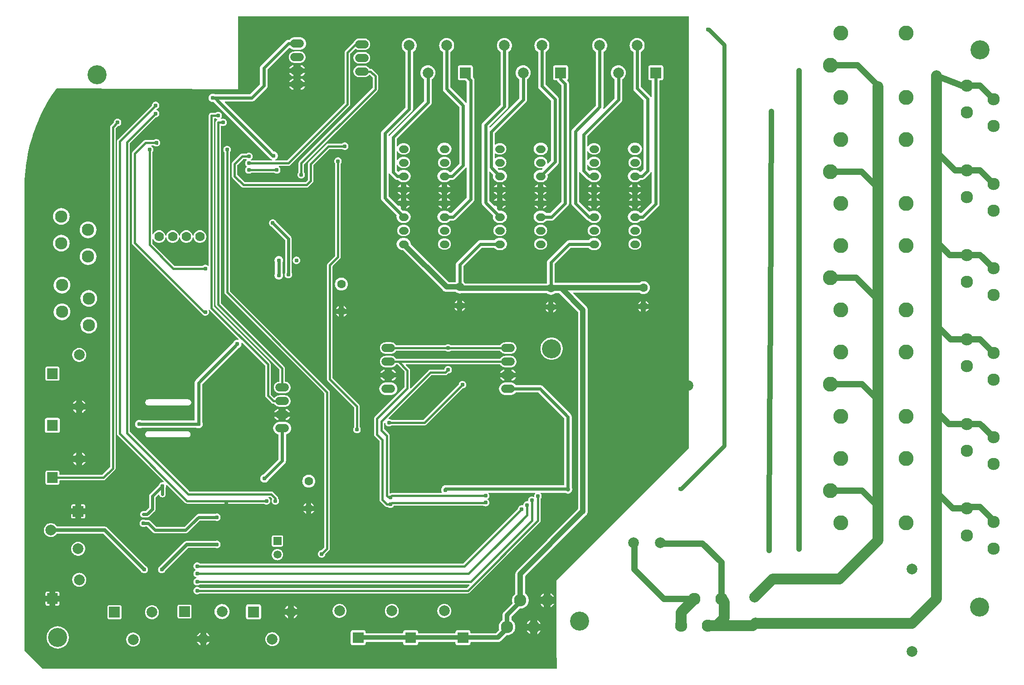
<source format=gbl>
G04 Layer: BottomLayer*
G04 EasyEDA v6.4.25, 2021-10-12T19:11:13--3:00*
G04 c22c5ad297e649dda918693bc59ac449,3e531cdebb5f4b4d8e7d377dd7e3e81f,10*
G04 Gerber Generator version 0.2*
G04 Scale: 100 percent, Rotated: No, Reflected: No *
G04 Dimensions in millimeters *
G04 leading zeros omitted , absolute positions ,4 integer and 5 decimal *
%FSLAX45Y45*%
%MOMM*%

%ADD10C,0.7000*%
%ADD11C,0.6000*%
%ADD13C,1.0000*%
%ADD14C,0.4000*%
%ADD18C,0.8000*%
%ADD19C,1.2000*%
%ADD20C,2.0000*%
%ADD24C,0.7800*%
%ADD25C,0.7870*%
%ADD44C,3.5560*%
%ADD45C,2.3000*%
%ADD46R,2.0000X2.0000*%
%ADD47C,1.6000*%
%ADD48C,2.7940*%
%ADD49C,1.4986*%
%ADD50R,1.4986X1.4986*%
%ADD51C,1.7780*%
%ADD52C,1.5240*%
%ADD53C,1.4600*%
%ADD54C,0.8590*%
%ADD55C,1.0550*%

%LPD*%
G36*
X-9459264Y-66979292D02*
G01*
X-9463125Y-66978529D01*
X-9466427Y-66976294D01*
X-9800894Y-66641827D01*
X-9803130Y-66638525D01*
X-9803892Y-66634664D01*
X-9803892Y-58001103D01*
X-9802876Y-57920788D01*
X-9799878Y-57840829D01*
X-9794900Y-57760971D01*
X-9787940Y-57681317D01*
X-9779000Y-57601815D01*
X-9768078Y-57522567D01*
X-9755174Y-57443624D01*
X-9740341Y-57364985D01*
X-9723526Y-57286804D01*
X-9704781Y-57209029D01*
X-9684054Y-57131712D01*
X-9661499Y-57055004D01*
X-9636963Y-56978854D01*
X-9610598Y-56903315D01*
X-9582302Y-56828486D01*
X-9552178Y-56754369D01*
X-9520224Y-56681014D01*
X-9486442Y-56608522D01*
X-9450882Y-56536844D01*
X-9413544Y-56466079D01*
X-9374479Y-56396280D01*
X-9333636Y-56327497D01*
X-9291116Y-56259729D01*
X-9246920Y-56193029D01*
X-9209989Y-56140197D01*
X-9207703Y-56137860D01*
X-9204858Y-56136336D01*
X-9201607Y-56135828D01*
X-5817565Y-56146700D01*
X-5816600Y-56145684D01*
X-5816600Y-54798468D01*
X-5815838Y-54794556D01*
X-5813602Y-54791305D01*
X-5810351Y-54789070D01*
X-5806440Y-54788307D01*
X2593340Y-54788307D01*
X2597251Y-54789070D01*
X2600502Y-54791305D01*
X2602738Y-54794556D01*
X2603500Y-54798468D01*
X2603500Y-62848083D01*
X2602738Y-62851995D01*
X2600502Y-62855297D01*
X127711Y-65328088D01*
X127000Y-65329816D01*
X127000Y-66762884D01*
X127711Y-66764611D01*
X136702Y-66773602D01*
X138938Y-66776904D01*
X139700Y-66780816D01*
X139700Y-66969131D01*
X138938Y-66973043D01*
X136702Y-66976294D01*
X133451Y-66978529D01*
X129539Y-66979292D01*
G37*

%LPC*%
G36*
X-9192006Y-66603676D02*
G01*
X-9172194Y-66603676D01*
X-9152432Y-66601797D01*
X-9132976Y-66598038D01*
X-9113977Y-66592450D01*
X-9095587Y-66585084D01*
X-9077960Y-66575990D01*
X-9061297Y-66565272D01*
X-9045702Y-66553029D01*
X-9031325Y-66539364D01*
X-9018371Y-66524378D01*
X-9006890Y-66508223D01*
X-8996934Y-66491053D01*
X-8988704Y-66473019D01*
X-8982252Y-66454274D01*
X-8977579Y-66435020D01*
X-8974734Y-66415412D01*
X-8973820Y-66395600D01*
X-8974734Y-66375788D01*
X-8977579Y-66356179D01*
X-8982252Y-66336926D01*
X-8988704Y-66318180D01*
X-8996934Y-66300146D01*
X-9006890Y-66282976D01*
X-9018371Y-66266822D01*
X-9031325Y-66251836D01*
X-9045702Y-66238170D01*
X-9061297Y-66225928D01*
X-9077960Y-66215209D01*
X-9095587Y-66206116D01*
X-9113977Y-66198750D01*
X-9132976Y-66193162D01*
X-9152432Y-66189402D01*
X-9172194Y-66187523D01*
X-9192006Y-66187523D01*
X-9211767Y-66189402D01*
X-9231223Y-66193162D01*
X-9250222Y-66198750D01*
X-9268612Y-66206116D01*
X-9286240Y-66215209D01*
X-9302902Y-66225928D01*
X-9318498Y-66238170D01*
X-9332874Y-66251836D01*
X-9345828Y-66266822D01*
X-9357309Y-66282976D01*
X-9367266Y-66300146D01*
X-9375495Y-66318180D01*
X-9381947Y-66336926D01*
X-9386620Y-66356179D01*
X-9389465Y-66375788D01*
X-9390380Y-66395600D01*
X-9389465Y-66415412D01*
X-9386620Y-66435020D01*
X-9381947Y-66454274D01*
X-9375495Y-66473019D01*
X-9367266Y-66491053D01*
X-9357309Y-66508223D01*
X-9345828Y-66524378D01*
X-9332874Y-66539364D01*
X-9318498Y-66553029D01*
X-9302902Y-66565272D01*
X-9286240Y-66575990D01*
X-9268612Y-66585084D01*
X-9250222Y-66592450D01*
X-9231223Y-66598038D01*
X-9211767Y-66601797D01*
G37*
G36*
X-7776311Y-66565119D02*
G01*
X-7760817Y-66564662D01*
X-7745526Y-66562376D01*
X-7730642Y-66558312D01*
X-7716316Y-66552470D01*
X-7702753Y-66545002D01*
X-7690205Y-66536011D01*
X-7678775Y-66525597D01*
X-7668717Y-66513862D01*
X-7660081Y-66501060D01*
X-7653020Y-66487294D01*
X-7647635Y-66472816D01*
X-7643977Y-66457779D01*
X-7642148Y-66442437D01*
X-7642148Y-66426943D01*
X-7643977Y-66411602D01*
X-7647635Y-66396565D01*
X-7653020Y-66382087D01*
X-7660081Y-66368320D01*
X-7668717Y-66355518D01*
X-7678775Y-66343784D01*
X-7690205Y-66333370D01*
X-7702753Y-66324327D01*
X-7716316Y-66316860D01*
X-7730642Y-66311068D01*
X-7745526Y-66307004D01*
X-7760817Y-66304718D01*
X-7776311Y-66304261D01*
X-7791703Y-66305633D01*
X-7806842Y-66308782D01*
X-7821472Y-66313761D01*
X-7835442Y-66320416D01*
X-7848498Y-66328645D01*
X-7860487Y-66338399D01*
X-7871256Y-66349473D01*
X-7880654Y-66361767D01*
X-7888528Y-66375076D01*
X-7894726Y-66389250D01*
X-7899247Y-66404032D01*
X-7901990Y-66419272D01*
X-7902905Y-66434665D01*
X-7901990Y-66450108D01*
X-7899247Y-66465348D01*
X-7894726Y-66480131D01*
X-7888528Y-66494253D01*
X-7880654Y-66507563D01*
X-7871256Y-66519856D01*
X-7860487Y-66530981D01*
X-7848498Y-66540684D01*
X-7835442Y-66548965D01*
X-7821472Y-66555620D01*
X-7806842Y-66560547D01*
X-7791703Y-66563748D01*
G37*
G36*
X-5179517Y-66558312D02*
G01*
X-5164023Y-66557855D01*
X-5148732Y-66555569D01*
X-5133848Y-66551505D01*
X-5119522Y-66545714D01*
X-5105958Y-66538246D01*
X-5093411Y-66529204D01*
X-5081981Y-66518790D01*
X-5071922Y-66507055D01*
X-5063286Y-66494253D01*
X-5056225Y-66480486D01*
X-5050840Y-66466008D01*
X-5047183Y-66450972D01*
X-5045354Y-66435630D01*
X-5045354Y-66420136D01*
X-5047183Y-66404794D01*
X-5050840Y-66389757D01*
X-5056225Y-66375279D01*
X-5063286Y-66361513D01*
X-5071922Y-66348711D01*
X-5081981Y-66336976D01*
X-5093411Y-66326562D01*
X-5105958Y-66317520D01*
X-5119522Y-66310103D01*
X-5133848Y-66304261D01*
X-5148732Y-66300197D01*
X-5164023Y-66297911D01*
X-5179517Y-66297454D01*
X-5194909Y-66298826D01*
X-5209997Y-66302026D01*
X-5224678Y-66306954D01*
X-5238648Y-66313608D01*
X-5251704Y-66321889D01*
X-5263692Y-66331592D01*
X-5274462Y-66342717D01*
X-5283860Y-66355010D01*
X-5291734Y-66368320D01*
X-5297932Y-66382442D01*
X-5302453Y-66397225D01*
X-5305196Y-66412465D01*
X-5306110Y-66427908D01*
X-5305196Y-66443301D01*
X-5302453Y-66458541D01*
X-5297932Y-66473324D01*
X-5291734Y-66487446D01*
X-5283860Y-66500806D01*
X-5274462Y-66513049D01*
X-5263692Y-66524174D01*
X-5251704Y-66533928D01*
X-5238648Y-66542157D01*
X-5224678Y-66548812D01*
X-5209997Y-66553740D01*
X-5194909Y-66556940D01*
G37*
G36*
X-6407962Y-66539668D02*
G01*
X-6394653Y-66532302D01*
X-6382105Y-66523311D01*
X-6370675Y-66512897D01*
X-6360617Y-66501162D01*
X-6351981Y-66488360D01*
X-6346850Y-66478353D01*
X-6407962Y-66478353D01*
G37*
G36*
X-3671011Y-66539618D02*
G01*
X-3471976Y-66539618D01*
X-3463594Y-66538754D01*
X-3456025Y-66536468D01*
X-3449015Y-66532760D01*
X-3442868Y-66527679D01*
X-3437839Y-66521584D01*
X-3434130Y-66514573D01*
X-3431844Y-66507004D01*
X-3430981Y-66498571D01*
X-3430981Y-66492729D01*
X-3430219Y-66488818D01*
X-3428034Y-66485516D01*
X-3424732Y-66483331D01*
X-3420821Y-66482569D01*
X-2744266Y-66482569D01*
X-2740406Y-66483331D01*
X-2737104Y-66485516D01*
X-2734868Y-66488818D01*
X-2734106Y-66492729D01*
X-2734106Y-66498571D01*
X-2733294Y-66507004D01*
X-2730957Y-66514573D01*
X-2727248Y-66521584D01*
X-2722219Y-66527679D01*
X-2716072Y-66532760D01*
X-2709062Y-66536468D01*
X-2701493Y-66538754D01*
X-2693111Y-66539618D01*
X-2494076Y-66539618D01*
X-2485694Y-66538754D01*
X-2478125Y-66536468D01*
X-2471115Y-66532760D01*
X-2464968Y-66527679D01*
X-2459939Y-66521584D01*
X-2456230Y-66514573D01*
X-2453944Y-66507004D01*
X-2453081Y-66498571D01*
X-2453081Y-66492729D01*
X-2452319Y-66488818D01*
X-2450134Y-66485516D01*
X-2446832Y-66483331D01*
X-2442921Y-66482569D01*
X-1766366Y-66482569D01*
X-1762506Y-66483331D01*
X-1759204Y-66485516D01*
X-1756968Y-66488818D01*
X-1756206Y-66492729D01*
X-1756206Y-66498571D01*
X-1755393Y-66507004D01*
X-1753057Y-66514573D01*
X-1749348Y-66521584D01*
X-1744319Y-66527679D01*
X-1738172Y-66532760D01*
X-1731162Y-66536468D01*
X-1723593Y-66538754D01*
X-1715211Y-66539618D01*
X-1516176Y-66539618D01*
X-1507794Y-66538754D01*
X-1500225Y-66536468D01*
X-1493215Y-66532760D01*
X-1487068Y-66527679D01*
X-1482039Y-66521584D01*
X-1478330Y-66514573D01*
X-1476044Y-66507004D01*
X-1475181Y-66498571D01*
X-1475181Y-66492729D01*
X-1474419Y-66488818D01*
X-1472234Y-66485516D01*
X-1468932Y-66483331D01*
X-1465021Y-66482569D01*
X-966927Y-66482569D01*
X-960780Y-66482366D01*
X-954836Y-66481705D01*
X-948994Y-66480639D01*
X-943203Y-66479166D01*
X-937564Y-66477286D01*
X-932078Y-66475000D01*
X-926744Y-66472358D01*
X-921613Y-66469310D01*
X-916686Y-66465907D01*
X-912063Y-66462148D01*
X-907592Y-66457982D01*
X-808786Y-66359176D01*
X-805332Y-66356941D01*
X-801319Y-66356179D01*
X-789838Y-66356534D01*
X-772718Y-66355112D01*
X-755904Y-66351810D01*
X-739597Y-66346730D01*
X-723900Y-66339821D01*
X-709066Y-66331236D01*
X-695248Y-66321127D01*
X-682650Y-66309494D01*
X-671372Y-66296590D01*
X-661619Y-66282519D01*
X-653491Y-66267431D01*
X-647039Y-66251581D01*
X-642366Y-66235072D01*
X-639572Y-66218206D01*
X-638606Y-66201086D01*
X-639572Y-66183967D01*
X-642366Y-66167101D01*
X-647039Y-66150591D01*
X-653491Y-66134742D01*
X-661619Y-66119654D01*
X-671372Y-66105582D01*
X-682650Y-66092679D01*
X-695248Y-66081046D01*
X-706526Y-66072766D01*
X-708710Y-66070530D01*
X-710133Y-66067736D01*
X-710641Y-66064587D01*
X-710641Y-66015260D01*
X-709879Y-66011399D01*
X-707694Y-66008097D01*
X-558749Y-65859152D01*
X-555345Y-65856916D01*
X-551281Y-65856205D01*
X-539800Y-65856510D01*
X-522732Y-65855088D01*
X-505917Y-65851836D01*
X-489559Y-65846705D01*
X-473913Y-65839848D01*
X-459079Y-65831262D01*
X-445262Y-65821102D01*
X-432663Y-65809520D01*
X-421385Y-65796566D01*
X-411632Y-65782494D01*
X-403504Y-65767457D01*
X-397052Y-65751557D01*
X-392379Y-65735098D01*
X-389534Y-65718181D01*
X-388620Y-65701062D01*
X-389534Y-65683993D01*
X-392379Y-65667077D01*
X-397052Y-65650618D01*
X-403504Y-65634717D01*
X-411632Y-65619680D01*
X-421385Y-65605558D01*
X-432663Y-65592655D01*
X-448868Y-65577770D01*
X-450342Y-65574976D01*
X-450799Y-65571827D01*
X-450799Y-65254987D01*
X-450037Y-65251126D01*
X-447852Y-65247824D01*
X671576Y-64116204D01*
X684072Y-64106298D01*
X692505Y-64097255D01*
X699617Y-64087146D01*
X705307Y-64076224D01*
X706526Y-64072871D01*
X709218Y-64067131D01*
X712978Y-64054990D01*
X715111Y-64042442D01*
X715467Y-64029691D01*
X714095Y-64017042D01*
X712825Y-64010692D01*
X712825Y-60274454D01*
X712317Y-60264751D01*
X710184Y-60252610D01*
X706424Y-60240824D01*
X705358Y-60238284D01*
X701090Y-60229699D01*
X699719Y-60227311D01*
X692607Y-60217202D01*
X686104Y-60210039D01*
X441858Y-59965742D01*
X439623Y-59962440D01*
X438861Y-59958579D01*
X439623Y-59954668D01*
X441858Y-59951366D01*
X445160Y-59949181D01*
X449021Y-59948419D01*
X1669643Y-59948419D01*
X1673148Y-59949029D01*
X1676247Y-59950857D01*
X1680006Y-59954058D01*
X1692351Y-59962237D01*
X1705660Y-59968841D01*
X1719630Y-59973768D01*
X1734108Y-59976969D01*
X1748891Y-59978340D01*
X1763725Y-59977883D01*
X1778355Y-59975597D01*
X1792630Y-59971533D01*
X1806295Y-59965742D01*
X1819148Y-59958325D01*
X1830984Y-59949384D01*
X1841652Y-59939072D01*
X1850948Y-59927490D01*
X1858772Y-59914891D01*
X1864969Y-59901429D01*
X1869439Y-59887307D01*
X1872183Y-59872676D01*
X1873097Y-59857894D01*
X1872183Y-59843111D01*
X1869439Y-59828480D01*
X1864969Y-59814358D01*
X1858772Y-59800896D01*
X1850948Y-59788298D01*
X1841652Y-59776715D01*
X1830984Y-59766403D01*
X1819148Y-59757462D01*
X1806295Y-59750045D01*
X1792630Y-59744254D01*
X1778355Y-59740190D01*
X1763725Y-59737904D01*
X1748891Y-59737447D01*
X1734108Y-59738818D01*
X1719630Y-59742019D01*
X1705660Y-59746946D01*
X1692351Y-59753550D01*
X1680006Y-59761729D01*
X1676247Y-59764929D01*
X1673148Y-59766758D01*
X1669643Y-59767368D01*
X106070Y-59767368D01*
X102158Y-59766606D01*
X98907Y-59764422D01*
X96672Y-59761120D01*
X95910Y-59757208D01*
X95910Y-59418626D01*
X96672Y-59414714D01*
X98907Y-59411412D01*
X394512Y-59115807D01*
X397814Y-59113572D01*
X401726Y-59112810D01*
X720445Y-59112810D01*
X724509Y-59113623D01*
X727862Y-59116010D01*
X736346Y-59125053D01*
X747318Y-59134095D01*
X759358Y-59141766D01*
X772261Y-59147811D01*
X785774Y-59152231D01*
X799795Y-59154872D01*
X814324Y-59155787D01*
X850188Y-59155787D01*
X864768Y-59154872D01*
X878738Y-59152231D01*
X892302Y-59147811D01*
X905205Y-59141766D01*
X917244Y-59134095D01*
X928217Y-59125053D01*
X937971Y-59114639D01*
X946353Y-59103107D01*
X953211Y-59090610D01*
X958443Y-59077352D01*
X961999Y-59063585D01*
X963777Y-59049412D01*
X963777Y-59035188D01*
X961999Y-59021014D01*
X958443Y-59007248D01*
X953211Y-58993989D01*
X946353Y-58981492D01*
X937971Y-58969960D01*
X928217Y-58959546D01*
X917244Y-58950504D01*
X905205Y-58942833D01*
X892302Y-58936788D01*
X878738Y-58932368D01*
X864768Y-58929727D01*
X850188Y-58928812D01*
X814324Y-58928812D01*
X799795Y-58929727D01*
X785774Y-58932368D01*
X772261Y-58936788D01*
X759358Y-58942833D01*
X747318Y-58950504D01*
X736346Y-58959546D01*
X727862Y-58968589D01*
X724509Y-58970976D01*
X720445Y-58971789D01*
X368706Y-58971789D01*
X357276Y-58972704D01*
X346506Y-58975294D01*
X336296Y-58979511D01*
X326898Y-58985302D01*
X318160Y-58992719D01*
X-24180Y-59335060D01*
X-31597Y-59343798D01*
X-37388Y-59353196D01*
X-41605Y-59363406D01*
X-44196Y-59374176D01*
X-45110Y-59385606D01*
X-45110Y-59767978D01*
X-46024Y-59772194D01*
X-48666Y-59775699D01*
X-50952Y-59777629D01*
X-54051Y-59779458D01*
X-57556Y-59780068D01*
X-1569618Y-59780068D01*
X-1573987Y-59779103D01*
X-1577543Y-59776258D01*
X-1587347Y-59764015D01*
X-1598015Y-59753703D01*
X-1601876Y-59750807D01*
X-1604010Y-59748572D01*
X-1605432Y-59745778D01*
X-1605889Y-59742679D01*
X-1605889Y-59456726D01*
X-1605127Y-59452814D01*
X-1602892Y-59449512D01*
X-1269187Y-59115807D01*
X-1265885Y-59113572D01*
X-1261973Y-59112810D01*
X-1038910Y-59112810D01*
X-1034897Y-59113623D01*
X-1031494Y-59116010D01*
X-1023061Y-59125053D01*
X-1012037Y-59134095D01*
X-999998Y-59141766D01*
X-987145Y-59147811D01*
X-973582Y-59152231D01*
X-959561Y-59154872D01*
X-945032Y-59155787D01*
X-909167Y-59155787D01*
X-894638Y-59154872D01*
X-880618Y-59152231D01*
X-867054Y-59147811D01*
X-854202Y-59141766D01*
X-842162Y-59134095D01*
X-831138Y-59125053D01*
X-821385Y-59114639D01*
X-813053Y-59103107D01*
X-806145Y-59090610D01*
X-800912Y-59077352D01*
X-797356Y-59063585D01*
X-795578Y-59049412D01*
X-795578Y-59035188D01*
X-797356Y-59021014D01*
X-800912Y-59007248D01*
X-806145Y-58993989D01*
X-813053Y-58981492D01*
X-821385Y-58969960D01*
X-831138Y-58959546D01*
X-842162Y-58950504D01*
X-854202Y-58942833D01*
X-867054Y-58936788D01*
X-880618Y-58932368D01*
X-894638Y-58929727D01*
X-909167Y-58928812D01*
X-945032Y-58928812D01*
X-959561Y-58929727D01*
X-973582Y-58932368D01*
X-987145Y-58936788D01*
X-999998Y-58942833D01*
X-1012037Y-58950504D01*
X-1023061Y-58959546D01*
X-1031494Y-58968589D01*
X-1034897Y-58970976D01*
X-1038910Y-58971789D01*
X-1294993Y-58971789D01*
X-1306423Y-58972704D01*
X-1317193Y-58975294D01*
X-1327404Y-58979511D01*
X-1336802Y-58985302D01*
X-1345539Y-58992719D01*
X-1725980Y-59373160D01*
X-1733397Y-59381898D01*
X-1739188Y-59391296D01*
X-1743405Y-59401506D01*
X-1745996Y-59412276D01*
X-1746910Y-59423706D01*
X-1746910Y-59742578D01*
X-1747824Y-59746794D01*
X-1750466Y-59750299D01*
X-1752752Y-59752229D01*
X-1755851Y-59754058D01*
X-1759356Y-59754668D01*
X-1879142Y-59754668D01*
X-1883003Y-59753906D01*
X-1886305Y-59751722D01*
X-2589225Y-59048802D01*
X-2591460Y-59045500D01*
X-2592222Y-59041588D01*
X-2592222Y-59035188D01*
X-2594000Y-59021014D01*
X-2597556Y-59007248D01*
X-2602788Y-58993989D01*
X-2609646Y-58981492D01*
X-2618028Y-58969960D01*
X-2627782Y-58959597D01*
X-2638755Y-58950504D01*
X-2650794Y-58942833D01*
X-2663698Y-58936788D01*
X-2677261Y-58932368D01*
X-2691231Y-58929727D01*
X-2705811Y-58928812D01*
X-2741676Y-58928812D01*
X-2756204Y-58929727D01*
X-2770225Y-58932368D01*
X-2783738Y-58936788D01*
X-2796641Y-58942833D01*
X-2808681Y-58950504D01*
X-2819654Y-58959597D01*
X-2829407Y-58969960D01*
X-2837789Y-58981492D01*
X-2844647Y-58993989D01*
X-2849930Y-59007248D01*
X-2853436Y-59021014D01*
X-2855264Y-59035188D01*
X-2855264Y-59049412D01*
X-2853436Y-59063585D01*
X-2849930Y-59077352D01*
X-2844647Y-59090610D01*
X-2837789Y-59103107D01*
X-2829407Y-59114639D01*
X-2819654Y-59125053D01*
X-2808681Y-59134095D01*
X-2796641Y-59141766D01*
X-2783738Y-59147811D01*
X-2770225Y-59152231D01*
X-2756204Y-59154872D01*
X-2741777Y-59155787D01*
X-2738272Y-59156701D01*
X-2735275Y-59158784D01*
X-1985010Y-59908998D01*
X-1977796Y-59915501D01*
X-1975662Y-59917177D01*
X-1967687Y-59922613D01*
X-1965350Y-59923984D01*
X-1956714Y-59928252D01*
X-1954174Y-59929318D01*
X-1945081Y-59932366D01*
X-1942439Y-59933078D01*
X-1930247Y-59935211D01*
X-1920544Y-59935719D01*
X-1759356Y-59935719D01*
X-1755851Y-59936329D01*
X-1752752Y-59938157D01*
X-1748993Y-59941358D01*
X-1736648Y-59949537D01*
X-1723339Y-59956141D01*
X-1709369Y-59961068D01*
X-1694891Y-59964269D01*
X-1680108Y-59965640D01*
X-1665274Y-59965183D01*
X-1650644Y-59962897D01*
X-1645716Y-59961475D01*
X-1642922Y-59961119D01*
X-57556Y-59961119D01*
X-54051Y-59961729D01*
X-50952Y-59963557D01*
X-47193Y-59966758D01*
X-34848Y-59974937D01*
X-21539Y-59981541D01*
X-7569Y-59986468D01*
X6908Y-59989669D01*
X21691Y-59991040D01*
X36525Y-59990583D01*
X51155Y-59988297D01*
X65430Y-59984233D01*
X79095Y-59978442D01*
X91948Y-59971025D01*
X102412Y-59963151D01*
X105257Y-59961627D01*
X108508Y-59961119D01*
X176987Y-59961119D01*
X180898Y-59961881D01*
X184200Y-59964066D01*
X528828Y-60308693D01*
X531012Y-60311995D01*
X531774Y-60315906D01*
X531774Y-63988086D01*
X531012Y-63991998D01*
X528878Y-63995249D01*
X-610209Y-65146732D01*
X-616508Y-65153743D01*
X-618591Y-65156384D01*
X-623824Y-65164157D01*
X-625551Y-65167052D01*
X-629666Y-65175434D01*
X-630936Y-65178584D01*
X-633882Y-65187474D01*
X-634746Y-65190725D01*
X-636473Y-65199920D01*
X-636879Y-65203273D01*
X-637336Y-65212722D01*
X-637336Y-65571928D01*
X-638302Y-65576246D01*
X-641045Y-65579752D01*
X-649427Y-65586660D01*
X-661365Y-65598954D01*
X-671880Y-65612467D01*
X-680872Y-65627097D01*
X-688187Y-65642591D01*
X-693724Y-65658796D01*
X-697484Y-65675510D01*
X-699363Y-65692528D01*
X-699363Y-65709647D01*
X-697484Y-65726665D01*
X-693724Y-65743378D01*
X-692048Y-65748357D01*
X-691489Y-65752065D01*
X-692353Y-65755723D01*
X-694436Y-65758822D01*
X-852982Y-65917368D01*
X-857199Y-65921839D01*
X-860907Y-65926512D01*
X-864311Y-65931389D01*
X-867359Y-65936520D01*
X-870000Y-65941854D01*
X-872286Y-65947340D01*
X-874166Y-65952979D01*
X-875639Y-65958770D01*
X-876706Y-65964612D01*
X-877366Y-65970556D01*
X-877569Y-65976703D01*
X-877569Y-66064688D01*
X-878128Y-66067940D01*
X-879703Y-66070886D01*
X-882142Y-66073172D01*
X-886206Y-66075814D01*
X-899414Y-66086685D01*
X-911352Y-66098978D01*
X-921867Y-66112491D01*
X-930859Y-66127071D01*
X-938174Y-66142565D01*
X-943711Y-66158770D01*
X-947470Y-66175483D01*
X-949350Y-66192501D01*
X-949350Y-66209672D01*
X-947470Y-66226690D01*
X-943711Y-66243403D01*
X-942035Y-66248330D01*
X-941476Y-66252039D01*
X-942340Y-66255696D01*
X-944473Y-66258795D01*
X-998321Y-66312643D01*
X-1001623Y-66314878D01*
X-1005484Y-66315640D01*
X-1465021Y-66315640D01*
X-1468932Y-66314878D01*
X-1472234Y-66312643D01*
X-1474419Y-66309392D01*
X-1475181Y-66305480D01*
X-1475181Y-66299588D01*
X-1476044Y-66291205D01*
X-1478330Y-66283636D01*
X-1482039Y-66276626D01*
X-1487068Y-66270479D01*
X-1493215Y-66265450D01*
X-1500225Y-66261691D01*
X-1507794Y-66259405D01*
X-1516176Y-66258592D01*
X-1715211Y-66258592D01*
X-1723593Y-66259405D01*
X-1731162Y-66261691D01*
X-1738172Y-66265450D01*
X-1744319Y-66270479D01*
X-1749348Y-66276626D01*
X-1753057Y-66283636D01*
X-1755393Y-66291205D01*
X-1756206Y-66299588D01*
X-1756206Y-66305480D01*
X-1756968Y-66309392D01*
X-1759204Y-66312643D01*
X-1762506Y-66314878D01*
X-1766366Y-66315640D01*
X-2442921Y-66315640D01*
X-2446832Y-66314878D01*
X-2450134Y-66312643D01*
X-2452319Y-66309392D01*
X-2453081Y-66305480D01*
X-2453081Y-66299588D01*
X-2453944Y-66291205D01*
X-2456230Y-66283636D01*
X-2459939Y-66276626D01*
X-2464968Y-66270479D01*
X-2471115Y-66265450D01*
X-2478125Y-66261691D01*
X-2485694Y-66259405D01*
X-2494076Y-66258592D01*
X-2693111Y-66258592D01*
X-2701493Y-66259405D01*
X-2709062Y-66261691D01*
X-2716072Y-66265450D01*
X-2722219Y-66270479D01*
X-2727248Y-66276626D01*
X-2730957Y-66283636D01*
X-2733294Y-66291205D01*
X-2734106Y-66299588D01*
X-2734106Y-66305480D01*
X-2734868Y-66309392D01*
X-2737104Y-66312643D01*
X-2740406Y-66314878D01*
X-2744266Y-66315640D01*
X-3420821Y-66315640D01*
X-3424732Y-66314878D01*
X-3428034Y-66312643D01*
X-3430219Y-66309392D01*
X-3430981Y-66305480D01*
X-3430981Y-66299588D01*
X-3431844Y-66291205D01*
X-3434130Y-66283636D01*
X-3437839Y-66276626D01*
X-3442868Y-66270479D01*
X-3449015Y-66265450D01*
X-3456025Y-66261691D01*
X-3463594Y-66259405D01*
X-3471976Y-66258592D01*
X-3671011Y-66258592D01*
X-3679393Y-66259405D01*
X-3686962Y-66261691D01*
X-3693972Y-66265450D01*
X-3700119Y-66270479D01*
X-3705148Y-66276626D01*
X-3708857Y-66283636D01*
X-3711194Y-66291205D01*
X-3712006Y-66299588D01*
X-3712006Y-66498571D01*
X-3711194Y-66507004D01*
X-3708857Y-66514573D01*
X-3705148Y-66521584D01*
X-3700119Y-66527679D01*
X-3693972Y-66532760D01*
X-3686962Y-66536468D01*
X-3679393Y-66538754D01*
G37*
G36*
X-6520688Y-66539414D02*
G01*
X-6520688Y-66478353D01*
X-6581851Y-66478353D01*
X-6580428Y-66481553D01*
X-6572554Y-66494863D01*
X-6563156Y-66507156D01*
X-6552387Y-66518281D01*
X-6540398Y-66527984D01*
X-6527342Y-66536265D01*
G37*
G36*
X-6581851Y-66365628D02*
G01*
X-6520688Y-66365628D01*
X-6520688Y-66304515D01*
X-6527342Y-66307716D01*
X-6540398Y-66315945D01*
X-6552387Y-66325699D01*
X-6563156Y-66336773D01*
X-6572554Y-66349067D01*
X-6580428Y-66362376D01*
G37*
G36*
X-6407962Y-66365628D02*
G01*
X-6346850Y-66365628D01*
X-6351981Y-66355620D01*
X-6360617Y-66342818D01*
X-6370675Y-66331084D01*
X-6382105Y-66320670D01*
X-6394653Y-66311627D01*
X-6407962Y-66304312D01*
G37*
G36*
X-230225Y-66331642D02*
G01*
X-218948Y-66325699D01*
X-205232Y-66316301D01*
X-192684Y-66305429D01*
X-181457Y-66293187D01*
X-171704Y-66279725D01*
X-163372Y-66264942D01*
X-230225Y-66264942D01*
G37*
G36*
X-357936Y-66331592D02*
G01*
X-357936Y-66264942D01*
X-424586Y-66264942D01*
X-420776Y-66272613D01*
X-411784Y-66286583D01*
X-401269Y-66299486D01*
X-389382Y-66311018D01*
X-376224Y-66321178D01*
X-362000Y-66329763D01*
G37*
G36*
X-424586Y-66137231D02*
G01*
X-357936Y-66137231D01*
X-357936Y-66070581D01*
X-362000Y-66072410D01*
X-376224Y-66080995D01*
X-389382Y-66091155D01*
X-401269Y-66102687D01*
X-411784Y-66115590D01*
X-420776Y-66129560D01*
G37*
G36*
X-230225Y-66137231D02*
G01*
X-163372Y-66137231D01*
X-171704Y-66122448D01*
X-181457Y-66108986D01*
X-192684Y-66096743D01*
X-205232Y-66085872D01*
X-218948Y-66076474D01*
X-230225Y-66070530D01*
G37*
G36*
X-5625084Y-66058389D02*
G01*
X-5426100Y-66058389D01*
X-5417718Y-66057576D01*
X-5410098Y-66055290D01*
X-5403138Y-66051531D01*
X-5396992Y-66046502D01*
X-5391962Y-66040355D01*
X-5388203Y-66033396D01*
X-5385917Y-66025776D01*
X-5385104Y-66017394D01*
X-5385104Y-65818410D01*
X-5385917Y-65810028D01*
X-5388203Y-65802408D01*
X-5391962Y-65795398D01*
X-5396992Y-65789302D01*
X-5403138Y-65784272D01*
X-5410098Y-65780513D01*
X-5417718Y-65778227D01*
X-5426100Y-65777414D01*
X-5625084Y-65777414D01*
X-5633516Y-65778227D01*
X-5641086Y-65780513D01*
X-5648096Y-65784272D01*
X-5654192Y-65789302D01*
X-5659221Y-65795398D01*
X-5662980Y-65802408D01*
X-5665266Y-65810028D01*
X-5666130Y-65818410D01*
X-5666130Y-66017394D01*
X-5665266Y-66025776D01*
X-5662980Y-66033396D01*
X-5659221Y-66040355D01*
X-5654192Y-66046502D01*
X-5648096Y-66051531D01*
X-5641086Y-66055290D01*
X-5633516Y-66057576D01*
G37*
G36*
X-8221878Y-66055189D02*
G01*
X-8022894Y-66055189D01*
X-8016443Y-66054579D01*
X-8010753Y-66052852D01*
X-8005470Y-66050007D01*
X-8000847Y-66046248D01*
X-7997088Y-66041625D01*
X-7994243Y-66036342D01*
X-7992516Y-66030652D01*
X-7991906Y-66024201D01*
X-7991906Y-65825217D01*
X-7992516Y-65818766D01*
X-7994243Y-65813025D01*
X-7997088Y-65807793D01*
X-8000847Y-65803170D01*
X-8005470Y-65799360D01*
X-8010753Y-65796566D01*
X-8016443Y-65794839D01*
X-8022894Y-65794178D01*
X-8221878Y-65794178D01*
X-8228330Y-65794839D01*
X-8234070Y-65796566D01*
X-8239302Y-65799360D01*
X-8243925Y-65803170D01*
X-8247735Y-65807793D01*
X-8250529Y-65813025D01*
X-8252256Y-65818766D01*
X-8252917Y-65825217D01*
X-8252917Y-66024201D01*
X-8252256Y-66030652D01*
X-8250529Y-66036342D01*
X-8247735Y-66041625D01*
X-8243925Y-66046248D01*
X-8239302Y-66050007D01*
X-8234070Y-66052852D01*
X-8228330Y-66054579D01*
G37*
G36*
X-7426299Y-66055138D02*
G01*
X-7410805Y-66054681D01*
X-7395514Y-66052395D01*
X-7380630Y-66048280D01*
X-7366304Y-66042489D01*
X-7352741Y-66035021D01*
X-7340193Y-66026029D01*
X-7328763Y-66015565D01*
X-7318705Y-66003881D01*
X-7310069Y-65991028D01*
X-7303008Y-65977312D01*
X-7297623Y-65962784D01*
X-7293965Y-65947747D01*
X-7292136Y-65932405D01*
X-7292136Y-65916962D01*
X-7293965Y-65901620D01*
X-7297623Y-65886584D01*
X-7303008Y-65872105D01*
X-7310069Y-65858339D01*
X-7318705Y-65845486D01*
X-7328763Y-65833802D01*
X-7340193Y-65823338D01*
X-7352741Y-65814346D01*
X-7366304Y-65806878D01*
X-7380630Y-65801087D01*
X-7395514Y-65796972D01*
X-7410805Y-65794686D01*
X-7426299Y-65794229D01*
X-7441692Y-65795601D01*
X-7456830Y-65798801D01*
X-7471460Y-65803779D01*
X-7485430Y-65810434D01*
X-7498486Y-65818664D01*
X-7510475Y-65828418D01*
X-7521244Y-65839492D01*
X-7530642Y-65851786D01*
X-7538516Y-65865095D01*
X-7544714Y-65879268D01*
X-7549235Y-65894051D01*
X-7551978Y-65909240D01*
X-7552893Y-65924684D01*
X-7551978Y-65940127D01*
X-7549235Y-65955316D01*
X-7544714Y-65970099D01*
X-7538516Y-65984272D01*
X-7530642Y-65997581D01*
X-7521244Y-66009875D01*
X-7510475Y-66020950D01*
X-7498486Y-66030703D01*
X-7485430Y-66038984D01*
X-7471460Y-66045588D01*
X-7456830Y-66050566D01*
X-7441692Y-66053766D01*
G37*
G36*
X-6110325Y-66052395D02*
G01*
X-6094323Y-66051023D01*
X-6078575Y-66047874D01*
X-6063335Y-66042895D01*
X-6048756Y-66036240D01*
X-6034989Y-66027960D01*
X-6022289Y-66018155D01*
X-6010808Y-66006979D01*
X-6000648Y-65994584D01*
X-5991961Y-65981072D01*
X-5984900Y-65966695D01*
X-5979515Y-65951557D01*
X-5975858Y-65935961D01*
X-5974029Y-65920010D01*
X-5974029Y-65903957D01*
X-5975858Y-65888006D01*
X-5979515Y-65872410D01*
X-5984900Y-65857272D01*
X-5991961Y-65842896D01*
X-6000648Y-65829383D01*
X-6010808Y-65816988D01*
X-6022289Y-65805812D01*
X-6034989Y-65796007D01*
X-6048756Y-65787727D01*
X-6063335Y-65781072D01*
X-6078575Y-65776094D01*
X-6094323Y-65772944D01*
X-6110325Y-65771572D01*
X-6126327Y-65772029D01*
X-6142228Y-65774316D01*
X-6157722Y-65778379D01*
X-6172657Y-65784171D01*
X-6186881Y-65791689D01*
X-6200089Y-65800731D01*
X-6212230Y-65811247D01*
X-6223050Y-65823033D01*
X-6232499Y-65836038D01*
X-6240373Y-65850007D01*
X-6246622Y-65864790D01*
X-6251143Y-65880183D01*
X-6253886Y-65895981D01*
X-6254800Y-65911984D01*
X-6253886Y-65927986D01*
X-6251143Y-65943784D01*
X-6246622Y-65959177D01*
X-6240373Y-65973960D01*
X-6232499Y-65987929D01*
X-6223050Y-66000934D01*
X-6212230Y-66012720D01*
X-6200089Y-66023236D01*
X-6186881Y-66032278D01*
X-6172657Y-66039796D01*
X-6157722Y-66045588D01*
X-6142228Y-66049652D01*
X-6126327Y-66051938D01*
G37*
G36*
X-6913778Y-66042489D02*
G01*
X-6714794Y-66042489D01*
X-6708343Y-66041879D01*
X-6702653Y-66040152D01*
X-6697370Y-66037307D01*
X-6692747Y-66033548D01*
X-6688988Y-66028925D01*
X-6686143Y-66023642D01*
X-6684416Y-66017952D01*
X-6683806Y-66011501D01*
X-6683806Y-65812517D01*
X-6684416Y-65806066D01*
X-6686143Y-65800325D01*
X-6688988Y-65795093D01*
X-6692747Y-65790470D01*
X-6697370Y-65786660D01*
X-6702653Y-65783866D01*
X-6708343Y-65782139D01*
X-6714794Y-65781478D01*
X-6913778Y-65781478D01*
X-6920230Y-65782139D01*
X-6925970Y-65783866D01*
X-6931202Y-65786660D01*
X-6935825Y-65790470D01*
X-6939635Y-65795093D01*
X-6942429Y-65800325D01*
X-6944156Y-65806066D01*
X-6944817Y-65812517D01*
X-6944817Y-66011501D01*
X-6944156Y-66017952D01*
X-6942429Y-66023642D01*
X-6939635Y-66028925D01*
X-6935825Y-66033548D01*
X-6931202Y-66037307D01*
X-6925970Y-66040152D01*
X-6920230Y-66041879D01*
G37*
G36*
X-4769256Y-66035580D02*
G01*
X-4755946Y-66028214D01*
X-4743399Y-66019222D01*
X-4731969Y-66008757D01*
X-4721910Y-65997074D01*
X-4713274Y-65984221D01*
X-4708144Y-65974214D01*
X-4769256Y-65974214D01*
G37*
G36*
X-4881981Y-66035326D02*
G01*
X-4881981Y-65974214D01*
X-4943144Y-65974214D01*
X-4941722Y-65977465D01*
X-4933848Y-65990774D01*
X-4924450Y-66003068D01*
X-4913680Y-66014142D01*
X-4901692Y-66023896D01*
X-4888636Y-66032176D01*
G37*
G36*
X-1969566Y-66029535D02*
G01*
X-1954123Y-66029078D01*
X-1938832Y-66026792D01*
X-1923897Y-66022728D01*
X-1909572Y-66016886D01*
X-1896008Y-66009418D01*
X-1883460Y-66000426D01*
X-1872081Y-65989962D01*
X-1861972Y-65978278D01*
X-1853336Y-65965476D01*
X-1846275Y-65951709D01*
X-1840890Y-65937180D01*
X-1837232Y-65922194D01*
X-1835404Y-65906802D01*
X-1835404Y-65891359D01*
X-1837232Y-65876017D01*
X-1840890Y-65860980D01*
X-1846275Y-65846502D01*
X-1853336Y-65832736D01*
X-1861972Y-65819934D01*
X-1872081Y-65808199D01*
X-1883460Y-65797785D01*
X-1896008Y-65788743D01*
X-1909572Y-65781275D01*
X-1923897Y-65775484D01*
X-1938832Y-65771420D01*
X-1954123Y-65769134D01*
X-1969566Y-65768677D01*
X-1984959Y-65770048D01*
X-2000097Y-65773198D01*
X-2014728Y-65778176D01*
X-2028698Y-65784831D01*
X-2041753Y-65793061D01*
X-2053742Y-65802814D01*
X-2064512Y-65813889D01*
X-2073910Y-65826182D01*
X-2081784Y-65839492D01*
X-2088032Y-65853665D01*
X-2092502Y-65868448D01*
X-2095246Y-65883637D01*
X-2096160Y-65899080D01*
X-2095246Y-65914524D01*
X-2092502Y-65929764D01*
X-2088032Y-65944546D01*
X-2081784Y-65958669D01*
X-2073910Y-65971978D01*
X-2064512Y-65984272D01*
X-2053742Y-65995397D01*
X-2041753Y-66005100D01*
X-2028698Y-66013380D01*
X-2014728Y-66020035D01*
X-2000097Y-66024963D01*
X-1984959Y-66028163D01*
G37*
G36*
X-3925366Y-66029535D02*
G01*
X-3909923Y-66029078D01*
X-3894632Y-66026792D01*
X-3879697Y-66022728D01*
X-3865372Y-66016886D01*
X-3851808Y-66009418D01*
X-3839260Y-66000426D01*
X-3827881Y-65989962D01*
X-3817772Y-65978278D01*
X-3809136Y-65965476D01*
X-3802075Y-65951709D01*
X-3796690Y-65937180D01*
X-3793032Y-65922194D01*
X-3791204Y-65906802D01*
X-3791204Y-65891359D01*
X-3793032Y-65876017D01*
X-3796690Y-65860980D01*
X-3802075Y-65846502D01*
X-3809136Y-65832736D01*
X-3817772Y-65819934D01*
X-3827881Y-65808199D01*
X-3839260Y-65797785D01*
X-3851808Y-65788743D01*
X-3865372Y-65781275D01*
X-3879697Y-65775484D01*
X-3894632Y-65771420D01*
X-3909923Y-65769134D01*
X-3925366Y-65768677D01*
X-3940759Y-65770048D01*
X-3955897Y-65773198D01*
X-3970528Y-65778176D01*
X-3984498Y-65784831D01*
X-3997553Y-65793061D01*
X-4009542Y-65802814D01*
X-4020312Y-65813889D01*
X-4029710Y-65826182D01*
X-4037584Y-65839492D01*
X-4043832Y-65853665D01*
X-4048302Y-65868448D01*
X-4051046Y-65883637D01*
X-4051960Y-65899080D01*
X-4051046Y-65914524D01*
X-4048302Y-65929764D01*
X-4043832Y-65944546D01*
X-4037584Y-65958669D01*
X-4029710Y-65971978D01*
X-4020312Y-65984272D01*
X-4009542Y-65995397D01*
X-3997553Y-66005100D01*
X-3984498Y-66013380D01*
X-3970528Y-66020035D01*
X-3955897Y-66024963D01*
X-3940759Y-66028163D01*
G37*
G36*
X-2947466Y-66029535D02*
G01*
X-2932023Y-66029078D01*
X-2916732Y-66026792D01*
X-2901797Y-66022728D01*
X-2887472Y-66016886D01*
X-2873908Y-66009418D01*
X-2861360Y-66000426D01*
X-2849981Y-65989962D01*
X-2839872Y-65978278D01*
X-2831236Y-65965476D01*
X-2824175Y-65951709D01*
X-2818790Y-65937180D01*
X-2815132Y-65922194D01*
X-2813304Y-65906802D01*
X-2813304Y-65891359D01*
X-2815132Y-65876017D01*
X-2818790Y-65860980D01*
X-2824175Y-65846502D01*
X-2831236Y-65832736D01*
X-2839872Y-65819934D01*
X-2849981Y-65808199D01*
X-2861360Y-65797785D01*
X-2873908Y-65788743D01*
X-2887472Y-65781275D01*
X-2901797Y-65775484D01*
X-2916732Y-65771420D01*
X-2932023Y-65769134D01*
X-2947466Y-65768677D01*
X-2962859Y-65770048D01*
X-2977997Y-65773198D01*
X-2992628Y-65778176D01*
X-3006598Y-65784831D01*
X-3019653Y-65793061D01*
X-3031642Y-65802814D01*
X-3042412Y-65813889D01*
X-3051810Y-65826182D01*
X-3059684Y-65839492D01*
X-3065932Y-65853665D01*
X-3070402Y-65868448D01*
X-3073146Y-65883637D01*
X-3074060Y-65899080D01*
X-3073146Y-65914524D01*
X-3070402Y-65929764D01*
X-3065932Y-65944546D01*
X-3059684Y-65958669D01*
X-3051810Y-65971978D01*
X-3042412Y-65984272D01*
X-3031642Y-65995397D01*
X-3019653Y-66005100D01*
X-3006598Y-66013380D01*
X-2992628Y-66020035D01*
X-2977997Y-66024963D01*
X-2962859Y-66028163D01*
G37*
G36*
X-4943144Y-65861539D02*
G01*
X-4881981Y-65861539D01*
X-4881981Y-65800427D01*
X-4888636Y-65803627D01*
X-4901692Y-65811857D01*
X-4913680Y-65821610D01*
X-4924450Y-65832685D01*
X-4933848Y-65844978D01*
X-4941722Y-65858288D01*
G37*
G36*
X-4769256Y-65861539D02*
G01*
X-4708144Y-65861539D01*
X-4713274Y-65851531D01*
X-4721910Y-65838730D01*
X-4731969Y-65826995D01*
X-4743399Y-65816581D01*
X-4755946Y-65807539D01*
X-4769256Y-65800224D01*
G37*
G36*
X-107950Y-65831618D02*
G01*
X-107950Y-65764918D01*
X-174548Y-65764918D01*
X-170789Y-65772639D01*
X-161798Y-65786609D01*
X-151282Y-65799462D01*
X-139395Y-65811044D01*
X-126237Y-65821204D01*
X-112014Y-65829738D01*
G37*
G36*
X19761Y-65831618D02*
G01*
X31038Y-65825674D01*
X44754Y-65816276D01*
X57302Y-65805405D01*
X68529Y-65793162D01*
X78282Y-65779751D01*
X86614Y-65764918D01*
X19761Y-65764918D01*
G37*
G36*
X-9223349Y-65799411D02*
G01*
X-9180220Y-65799411D01*
X-9173768Y-65798750D01*
X-9168028Y-65797023D01*
X-9162796Y-65794229D01*
X-9158173Y-65790419D01*
X-9154363Y-65785796D01*
X-9151569Y-65780564D01*
X-9149842Y-65774824D01*
X-9149181Y-65768423D01*
X-9149181Y-65725243D01*
X-9223349Y-65725243D01*
G37*
G36*
X-9379204Y-65799411D02*
G01*
X-9336074Y-65799411D01*
X-9336074Y-65725243D01*
X-9410192Y-65725243D01*
X-9410192Y-65768423D01*
X-9409582Y-65774824D01*
X-9407855Y-65780564D01*
X-9405010Y-65785796D01*
X-9401251Y-65790419D01*
X-9396628Y-65794229D01*
X-9391345Y-65797023D01*
X-9385655Y-65798750D01*
G37*
G36*
X-174548Y-65637257D02*
G01*
X-107950Y-65637257D01*
X-107950Y-65570557D01*
X-112014Y-65572386D01*
X-126237Y-65580971D01*
X-139395Y-65591131D01*
X-151282Y-65602713D01*
X-161798Y-65615566D01*
X-170789Y-65629536D01*
G37*
G36*
X19761Y-65637257D02*
G01*
X86614Y-65637257D01*
X78282Y-65622424D01*
X68529Y-65609012D01*
X57302Y-65596770D01*
X44754Y-65585848D01*
X31038Y-65576500D01*
X19761Y-65570557D01*
G37*
G36*
X-9223349Y-65612568D02*
G01*
X-9149181Y-65612568D01*
X-9149181Y-65569388D01*
X-9149842Y-65562937D01*
X-9151569Y-65557247D01*
X-9154363Y-65551964D01*
X-9158173Y-65547341D01*
X-9162796Y-65543582D01*
X-9168028Y-65540737D01*
X-9173768Y-65539010D01*
X-9180220Y-65538400D01*
X-9223349Y-65538400D01*
G37*
G36*
X-9410192Y-65612568D02*
G01*
X-9336074Y-65612568D01*
X-9336074Y-65538400D01*
X-9379204Y-65538400D01*
X-9385655Y-65539010D01*
X-9391345Y-65540737D01*
X-9396628Y-65543582D01*
X-9401251Y-65547341D01*
X-9405010Y-65551964D01*
X-9407855Y-65557247D01*
X-9409582Y-65562937D01*
X-9410192Y-65569388D01*
G37*
G36*
X-6578600Y-65589150D02*
G01*
X-6567678Y-65588286D01*
X-6557009Y-65585695D01*
X-6546900Y-65581529D01*
X-6537553Y-65575789D01*
X-6533388Y-65572233D01*
X-6530340Y-65570455D01*
X-6526784Y-65569795D01*
X-1524203Y-65569795D01*
X-1519580Y-65569592D01*
X-1515211Y-65569033D01*
X-1510944Y-65568068D01*
X-1506728Y-65566747D01*
X-1502664Y-65565070D01*
X-1498752Y-65563038D01*
X-1495044Y-65560651D01*
X-1491538Y-65557958D01*
X-1488135Y-65554860D01*
X-180340Y-64247064D01*
X-177241Y-64243661D01*
X-174548Y-64240155D01*
X-172161Y-64236447D01*
X-170129Y-64232536D01*
X-168452Y-64228472D01*
X-167132Y-64224255D01*
X-166166Y-64219988D01*
X-165608Y-64215619D01*
X-165404Y-64210996D01*
X-165404Y-63805816D01*
X-164744Y-63802260D01*
X-162966Y-63799212D01*
X-159410Y-63795046D01*
X-153670Y-63785699D01*
X-149504Y-63775590D01*
X-146913Y-63764922D01*
X-146050Y-63754000D01*
X-146913Y-63743078D01*
X-149504Y-63732410D01*
X-153670Y-63722300D01*
X-159410Y-63712953D01*
X-163728Y-63707924D01*
X-165608Y-63704571D01*
X-166116Y-63700761D01*
X-165201Y-63697053D01*
X-162966Y-63693954D01*
X-159766Y-63691871D01*
X-156006Y-63691160D01*
X291388Y-63691160D01*
X294386Y-63691617D01*
X297129Y-63692938D01*
X302666Y-63696697D01*
X313486Y-63701929D01*
X324967Y-63705486D01*
X336905Y-63707264D01*
X348894Y-63707264D01*
X360832Y-63705486D01*
X372313Y-63701929D01*
X383133Y-63696697D01*
X393090Y-63689941D01*
X401878Y-63681762D01*
X409397Y-63672313D01*
X415391Y-63661899D01*
X419811Y-63650723D01*
X422503Y-63638988D01*
X423418Y-63626644D01*
X423418Y-63621005D01*
X422503Y-63608661D01*
X419811Y-63596926D01*
X415391Y-63585750D01*
X413766Y-63582194D01*
X413410Y-63579552D01*
X413410Y-62268506D01*
X412496Y-62257076D01*
X409905Y-62246306D01*
X405688Y-62236096D01*
X399897Y-62226698D01*
X392480Y-62217960D01*
X-127660Y-61697819D01*
X-136398Y-61690402D01*
X-145796Y-61684611D01*
X-156006Y-61680394D01*
X-166776Y-61677804D01*
X-178206Y-61676889D01*
X-626008Y-61676889D01*
X-630021Y-61676076D01*
X-633425Y-61673689D01*
X-644042Y-61662310D01*
X-655320Y-61653013D01*
X-667664Y-61645139D01*
X-680923Y-61638891D01*
X-694893Y-61634370D01*
X-709269Y-61631626D01*
X-724204Y-61630712D01*
X-825195Y-61630712D01*
X-840130Y-61631626D01*
X-854506Y-61634370D01*
X-868476Y-61638891D01*
X-881735Y-61645139D01*
X-894080Y-61653013D01*
X-905357Y-61662360D01*
X-915416Y-61673028D01*
X-924001Y-61684865D01*
X-931062Y-61697717D01*
X-936498Y-61711331D01*
X-940104Y-61725555D01*
X-941933Y-61740084D01*
X-941933Y-61754715D01*
X-940104Y-61769244D01*
X-936498Y-61783468D01*
X-931062Y-61797082D01*
X-924001Y-61809934D01*
X-915416Y-61821771D01*
X-905357Y-61832439D01*
X-894080Y-61841786D01*
X-881735Y-61849660D01*
X-868476Y-61855908D01*
X-854506Y-61860429D01*
X-840130Y-61863173D01*
X-825195Y-61864087D01*
X-724204Y-61864087D01*
X-709269Y-61863173D01*
X-694893Y-61860429D01*
X-680923Y-61855908D01*
X-667664Y-61849660D01*
X-655320Y-61841786D01*
X-644042Y-61832490D01*
X-633425Y-61821110D01*
X-630021Y-61818723D01*
X-626008Y-61817910D01*
X-211226Y-61817910D01*
X-207314Y-61818672D01*
X-204012Y-61820907D01*
X269392Y-62294312D01*
X271627Y-62297614D01*
X272389Y-62301526D01*
X272389Y-63539979D01*
X271627Y-63543891D01*
X269392Y-63547142D01*
X266141Y-63549377D01*
X262229Y-63550139D01*
X-1942693Y-63550139D01*
X-1954123Y-63551054D01*
X-1964893Y-63553644D01*
X-1975104Y-63557861D01*
X-1984502Y-63563652D01*
X-1992934Y-63570815D01*
X-2000097Y-63579248D01*
X-2005888Y-63588646D01*
X-2008225Y-63594081D01*
X-2014728Y-63605206D01*
X-2019046Y-63616281D01*
X-2021687Y-63627863D01*
X-2022602Y-63639700D01*
X-2021687Y-63651536D01*
X-2019046Y-63663118D01*
X-2014728Y-63674193D01*
X-2010257Y-63681914D01*
X-2008936Y-63685928D01*
X-2009393Y-63690144D01*
X-2011527Y-63693802D01*
X-2014931Y-63696240D01*
X-2019046Y-63697154D01*
X-2939846Y-63697154D01*
X-2944469Y-63697357D01*
X-2948838Y-63697916D01*
X-2953105Y-63698881D01*
X-2957322Y-63700202D01*
X-2961386Y-63701879D01*
X-2965297Y-63703911D01*
X-2969158Y-63706400D01*
X-2973222Y-63707873D01*
X-2977489Y-63707568D01*
X-2981299Y-63705486D01*
X-2983890Y-63702031D01*
X-2984804Y-63697815D01*
X-2984804Y-62623903D01*
X-2985008Y-62619280D01*
X-2985566Y-62614911D01*
X-2986532Y-62610644D01*
X-2987852Y-62606428D01*
X-2989529Y-62602364D01*
X-2991561Y-62598452D01*
X-2993948Y-62594744D01*
X-2996641Y-62591238D01*
X-2999740Y-62587835D01*
X-3083407Y-62504167D01*
X-3085642Y-62500865D01*
X-3086404Y-62496954D01*
X-3086404Y-62394896D01*
X-3085541Y-62390832D01*
X-3083102Y-62387429D01*
X-3079496Y-62385295D01*
X-3075330Y-62384787D01*
X-3071317Y-62386006D01*
X-3068167Y-62388750D01*
X-3066338Y-62392560D01*
X-3063595Y-62403990D01*
X-3059430Y-62414099D01*
X-3053689Y-62423446D01*
X-3046577Y-62431777D01*
X-3038246Y-62438889D01*
X-3028899Y-62444629D01*
X-3018790Y-62448795D01*
X-3008122Y-62451386D01*
X-2997200Y-62452250D01*
X-2986278Y-62451386D01*
X-2975610Y-62448795D01*
X-2965500Y-62444629D01*
X-2956153Y-62438889D01*
X-2951988Y-62435333D01*
X-2948940Y-62433555D01*
X-2945384Y-62432895D01*
X-2337003Y-62432895D01*
X-2332380Y-62432692D01*
X-2328011Y-62432133D01*
X-2323744Y-62431168D01*
X-2319528Y-62429847D01*
X-2315464Y-62428170D01*
X-2311552Y-62426138D01*
X-2307844Y-62423751D01*
X-2304338Y-62421058D01*
X-2300935Y-62417960D01*
X-1626514Y-61743539D01*
X-1623568Y-61741507D01*
X-1620113Y-61740592D01*
X-1614678Y-61740186D01*
X-1604010Y-61737595D01*
X-1593900Y-61733429D01*
X-1584553Y-61727689D01*
X-1576222Y-61720577D01*
X-1569110Y-61712246D01*
X-1563370Y-61702899D01*
X-1559204Y-61692790D01*
X-1556613Y-61682122D01*
X-1555750Y-61671200D01*
X-1556613Y-61660278D01*
X-1559204Y-61649610D01*
X-1563370Y-61639500D01*
X-1569110Y-61630153D01*
X-1576222Y-61621822D01*
X-1584553Y-61614710D01*
X-1593900Y-61608970D01*
X-1604010Y-61604804D01*
X-1614678Y-61602213D01*
X-1625600Y-61601350D01*
X-1636522Y-61602213D01*
X-1647189Y-61604804D01*
X-1657299Y-61608970D01*
X-1666646Y-61614710D01*
X-1674977Y-61621822D01*
X-1682089Y-61630153D01*
X-1687830Y-61639500D01*
X-1691995Y-61649610D01*
X-1694586Y-61660278D01*
X-1694992Y-61665713D01*
X-1695907Y-61669168D01*
X-1697939Y-61672114D01*
X-2354732Y-62328907D01*
X-2358034Y-62331142D01*
X-2361946Y-62331904D01*
X-2945384Y-62331904D01*
X-2948940Y-62331244D01*
X-2951988Y-62329466D01*
X-2956153Y-62325910D01*
X-2965500Y-62320170D01*
X-2975610Y-62316004D01*
X-2986278Y-62313413D01*
X-2997352Y-62312550D01*
X-3001010Y-62311534D01*
X-3004108Y-62309248D01*
X-3006090Y-62305946D01*
X-3006699Y-62302186D01*
X-3005886Y-62298427D01*
X-3003702Y-62295227D01*
X-2204567Y-61496092D01*
X-2201265Y-61493857D01*
X-2197354Y-61493095D01*
X-1943303Y-61493095D01*
X-1938680Y-61492892D01*
X-1934311Y-61492333D01*
X-1930044Y-61491368D01*
X-1925828Y-61490047D01*
X-1921764Y-61488370D01*
X-1917852Y-61486338D01*
X-1914143Y-61483951D01*
X-1910638Y-61481258D01*
X-1907235Y-61478160D01*
X-1893214Y-61464139D01*
X-1890268Y-61462107D01*
X-1886813Y-61461192D01*
X-1881378Y-61460786D01*
X-1870710Y-61458195D01*
X-1860600Y-61454029D01*
X-1851253Y-61448289D01*
X-1842922Y-61441177D01*
X-1835810Y-61432846D01*
X-1830070Y-61423499D01*
X-1825904Y-61413390D01*
X-1823313Y-61402722D01*
X-1822450Y-61391800D01*
X-1823313Y-61380878D01*
X-1825904Y-61370210D01*
X-1830070Y-61360100D01*
X-1835810Y-61350753D01*
X-1842922Y-61342422D01*
X-1851253Y-61335310D01*
X-1860600Y-61329570D01*
X-1870710Y-61325404D01*
X-1881378Y-61322813D01*
X-1892300Y-61321950D01*
X-1903222Y-61322813D01*
X-1913889Y-61325404D01*
X-1923999Y-61329570D01*
X-1933346Y-61335310D01*
X-1941677Y-61342422D01*
X-1948789Y-61350753D01*
X-1954530Y-61360100D01*
X-1958695Y-61370210D01*
X-1961286Y-61380878D01*
X-1961388Y-61382706D01*
X-1962404Y-61386364D01*
X-1964639Y-61389412D01*
X-1967839Y-61391393D01*
X-1971548Y-61392104D01*
X-2222296Y-61392104D01*
X-2226919Y-61392307D01*
X-2231288Y-61392866D01*
X-2235555Y-61393831D01*
X-2239772Y-61395152D01*
X-2243836Y-61396829D01*
X-2247747Y-61398861D01*
X-2251456Y-61401248D01*
X-2254961Y-61403941D01*
X-2258364Y-61407040D01*
X-2586431Y-61735106D01*
X-2589733Y-61737341D01*
X-2593644Y-61738103D01*
X-2597505Y-61737341D01*
X-2600807Y-61735106D01*
X-2603042Y-61731804D01*
X-2603804Y-61727943D01*
X-2603804Y-61404703D01*
X-2604008Y-61400080D01*
X-2604566Y-61395711D01*
X-2605532Y-61391444D01*
X-2606852Y-61387228D01*
X-2608529Y-61383164D01*
X-2610561Y-61379252D01*
X-2612948Y-61375544D01*
X-2615641Y-61372038D01*
X-2618740Y-61368635D01*
X-2680106Y-61307268D01*
X-2682341Y-61303966D01*
X-2683103Y-61300055D01*
X-2682341Y-61296194D01*
X-2680106Y-61292892D01*
X-2676804Y-61290657D01*
X-2672943Y-61289895D01*
X-925220Y-61289895D01*
X-921969Y-61290454D01*
X-919022Y-61292028D01*
X-916787Y-61294416D01*
X-910132Y-61304322D01*
X-900937Y-61314838D01*
X-890422Y-61324032D01*
X-878840Y-61331805D01*
X-866343Y-61337952D01*
X-853135Y-61342473D01*
X-839419Y-61345165D01*
X-825144Y-61346130D01*
X-724255Y-61346130D01*
X-709980Y-61345165D01*
X-696264Y-61342473D01*
X-683056Y-61337952D01*
X-670560Y-61331805D01*
X-658977Y-61324032D01*
X-648462Y-61314838D01*
X-639267Y-61304322D01*
X-631494Y-61292740D01*
X-625348Y-61280243D01*
X-620826Y-61267035D01*
X-618134Y-61253319D01*
X-617220Y-61239400D01*
X-618134Y-61225480D01*
X-620826Y-61211764D01*
X-625348Y-61198556D01*
X-631494Y-61186060D01*
X-639267Y-61174477D01*
X-648462Y-61163962D01*
X-658977Y-61154767D01*
X-670560Y-61146994D01*
X-683056Y-61140848D01*
X-696264Y-61136326D01*
X-709980Y-61133634D01*
X-724255Y-61132669D01*
X-825144Y-61132669D01*
X-839419Y-61133634D01*
X-853135Y-61136326D01*
X-866343Y-61140848D01*
X-878840Y-61146994D01*
X-890422Y-61154767D01*
X-900937Y-61163962D01*
X-910132Y-61174477D01*
X-916787Y-61184383D01*
X-919022Y-61186771D01*
X-921969Y-61188346D01*
X-925220Y-61188904D01*
X-2859379Y-61188904D01*
X-2862630Y-61188346D01*
X-2865577Y-61186771D01*
X-2867812Y-61184383D01*
X-2874467Y-61174477D01*
X-2883662Y-61163962D01*
X-2894177Y-61154767D01*
X-2905760Y-61146994D01*
X-2918256Y-61140848D01*
X-2931464Y-61136326D01*
X-2945180Y-61133634D01*
X-2959455Y-61132669D01*
X-3060344Y-61132669D01*
X-3074619Y-61133634D01*
X-3088335Y-61136326D01*
X-3101543Y-61140848D01*
X-3114040Y-61146994D01*
X-3125622Y-61154767D01*
X-3136138Y-61163962D01*
X-3145332Y-61174477D01*
X-3153105Y-61186060D01*
X-3159252Y-61198556D01*
X-3163773Y-61211764D01*
X-3166465Y-61225480D01*
X-3167380Y-61239400D01*
X-3166465Y-61253319D01*
X-3163773Y-61267035D01*
X-3159252Y-61280243D01*
X-3153105Y-61292740D01*
X-3145332Y-61304322D01*
X-3136138Y-61314838D01*
X-3125622Y-61324032D01*
X-3114040Y-61331805D01*
X-3101543Y-61337952D01*
X-3088335Y-61342473D01*
X-3074619Y-61345165D01*
X-3060344Y-61346130D01*
X-2959455Y-61346130D01*
X-2945180Y-61345165D01*
X-2931464Y-61342473D01*
X-2918256Y-61337952D01*
X-2905760Y-61331805D01*
X-2894177Y-61324032D01*
X-2883662Y-61314838D01*
X-2874467Y-61304322D01*
X-2867812Y-61294416D01*
X-2865577Y-61292028D01*
X-2862630Y-61290454D01*
X-2859379Y-61289895D01*
X-2844546Y-61289895D01*
X-2840634Y-61290657D01*
X-2837332Y-61292892D01*
X-2707792Y-61422432D01*
X-2705557Y-61425734D01*
X-2704795Y-61429646D01*
X-2704795Y-61709554D01*
X-2705557Y-61713465D01*
X-2707792Y-61716767D01*
X-3261360Y-62270335D01*
X-3264458Y-62273738D01*
X-3267151Y-62277244D01*
X-3269538Y-62280952D01*
X-3271570Y-62284864D01*
X-3273247Y-62288928D01*
X-3274567Y-62293144D01*
X-3275533Y-62297411D01*
X-3276092Y-62301780D01*
X-3276295Y-62306403D01*
X-3276295Y-62598096D01*
X-3276092Y-62602719D01*
X-3275533Y-62607088D01*
X-3274567Y-62611355D01*
X-3273247Y-62615572D01*
X-3271570Y-62619636D01*
X-3269538Y-62623547D01*
X-3267151Y-62627255D01*
X-3264458Y-62630761D01*
X-3261360Y-62634164D01*
X-3177692Y-62717832D01*
X-3175457Y-62721134D01*
X-3174695Y-62725046D01*
X-3174695Y-63817296D01*
X-3174492Y-63821919D01*
X-3173933Y-63826288D01*
X-3172968Y-63830555D01*
X-3171647Y-63834772D01*
X-3169970Y-63838836D01*
X-3167938Y-63842747D01*
X-3165551Y-63846455D01*
X-3162858Y-63849961D01*
X-3159760Y-63853364D01*
X-3071164Y-63941960D01*
X-3067761Y-63945058D01*
X-3064256Y-63947751D01*
X-3060547Y-63950138D01*
X-3056636Y-63952170D01*
X-3052572Y-63953847D01*
X-3048355Y-63955168D01*
X-3044088Y-63956133D01*
X-3039719Y-63956692D01*
X-3035096Y-63956895D01*
X-3023616Y-63956895D01*
X-3020060Y-63957555D01*
X-3017012Y-63959333D01*
X-3012846Y-63962889D01*
X-3003499Y-63968629D01*
X-2993390Y-63972795D01*
X-2982722Y-63975386D01*
X-2971800Y-63976250D01*
X-2960878Y-63975386D01*
X-2950210Y-63972795D01*
X-2940100Y-63968629D01*
X-2930753Y-63962889D01*
X-2922422Y-63955777D01*
X-2915310Y-63947446D01*
X-2909468Y-63937794D01*
X-2907233Y-63934492D01*
X-2903931Y-63932257D01*
X-2900070Y-63931495D01*
X-1237132Y-63931495D01*
X-1234338Y-63931901D01*
X-1231798Y-63933019D01*
X-1225499Y-63936879D01*
X-1215390Y-63941045D01*
X-1204722Y-63943636D01*
X-1193800Y-63944500D01*
X-1182878Y-63943636D01*
X-1172210Y-63941045D01*
X-1162100Y-63936879D01*
X-1152753Y-63931139D01*
X-1144422Y-63924027D01*
X-1137310Y-63915696D01*
X-1131570Y-63906349D01*
X-1127404Y-63896240D01*
X-1124813Y-63885572D01*
X-1123950Y-63874650D01*
X-1124813Y-63863728D01*
X-1127404Y-63853060D01*
X-1131570Y-63842950D01*
X-1137310Y-63833603D01*
X-1144422Y-63825272D01*
X-1151940Y-63818871D01*
X-1154531Y-63815417D01*
X-1155496Y-63811150D01*
X-1154531Y-63806882D01*
X-1151940Y-63803428D01*
X-1144422Y-63797027D01*
X-1137310Y-63788696D01*
X-1131570Y-63779349D01*
X-1127404Y-63769240D01*
X-1124813Y-63758572D01*
X-1123950Y-63747650D01*
X-1124813Y-63736728D01*
X-1127404Y-63726060D01*
X-1131570Y-63715950D01*
X-1137310Y-63706603D01*
X-1138732Y-63702590D01*
X-1138326Y-63698323D01*
X-1136243Y-63694614D01*
X-1132840Y-63692074D01*
X-1128623Y-63691160D01*
X-275793Y-63691160D01*
X-272034Y-63691871D01*
X-268833Y-63693954D01*
X-266598Y-63697053D01*
X-265684Y-63700761D01*
X-266192Y-63704571D01*
X-268071Y-63707924D01*
X-272389Y-63712953D01*
X-278130Y-63722300D01*
X-282295Y-63732410D01*
X-284886Y-63743078D01*
X-285750Y-63754000D01*
X-285445Y-63757403D01*
X-285953Y-63761467D01*
X-288086Y-63765023D01*
X-291388Y-63767462D01*
X-295452Y-63768376D01*
X-299466Y-63767563D01*
X-308610Y-63763804D01*
X-319278Y-63761213D01*
X-330200Y-63760350D01*
X-341122Y-63761213D01*
X-351790Y-63763804D01*
X-361899Y-63767970D01*
X-371246Y-63773710D01*
X-379577Y-63780822D01*
X-386689Y-63789153D01*
X-392430Y-63798500D01*
X-396595Y-63808610D01*
X-399186Y-63819278D01*
X-400050Y-63830200D01*
X-399338Y-63839039D01*
X-399948Y-63843357D01*
X-402285Y-63847014D01*
X-405942Y-63849351D01*
X-410260Y-63849961D01*
X-419100Y-63849250D01*
X-430022Y-63850113D01*
X-440690Y-63852704D01*
X-450799Y-63856870D01*
X-460146Y-63862610D01*
X-468477Y-63869722D01*
X-475589Y-63878053D01*
X-481330Y-63887400D01*
X-485495Y-63897510D01*
X-488086Y-63908178D01*
X-488950Y-63919252D01*
X-490220Y-63923418D01*
X-493115Y-63926669D01*
X-497078Y-63928396D01*
X-501446Y-63928345D01*
X-509778Y-63926313D01*
X-520700Y-63925450D01*
X-531622Y-63926313D01*
X-542290Y-63928904D01*
X-552399Y-63933070D01*
X-561746Y-63938810D01*
X-570077Y-63945922D01*
X-577189Y-63954253D01*
X-582930Y-63963600D01*
X-587095Y-63973710D01*
X-589686Y-63984378D01*
X-590092Y-63989813D01*
X-591007Y-63993268D01*
X-593039Y-63996214D01*
X-1605432Y-65008607D01*
X-1608734Y-65010842D01*
X-1612646Y-65011604D01*
X-6526784Y-65011604D01*
X-6530340Y-65010944D01*
X-6533388Y-65009166D01*
X-6537553Y-65005610D01*
X-6546900Y-64999870D01*
X-6557009Y-64995704D01*
X-6567678Y-64993113D01*
X-6578600Y-64992250D01*
X-6589522Y-64993113D01*
X-6600190Y-64995704D01*
X-6610299Y-64999870D01*
X-6619646Y-65005610D01*
X-6627977Y-65012722D01*
X-6635089Y-65021053D01*
X-6640830Y-65030400D01*
X-6644995Y-65040510D01*
X-6647586Y-65051178D01*
X-6648450Y-65062100D01*
X-6647586Y-65073022D01*
X-6644995Y-65083690D01*
X-6640830Y-65093799D01*
X-6635089Y-65103146D01*
X-6627977Y-65111477D01*
X-6619646Y-65118589D01*
X-6611975Y-65123263D01*
X-6608978Y-65126107D01*
X-6607352Y-65129867D01*
X-6607352Y-65134032D01*
X-6608978Y-65137792D01*
X-6611975Y-65140636D01*
X-6619646Y-65145310D01*
X-6627977Y-65152422D01*
X-6635089Y-65160753D01*
X-6640830Y-65170100D01*
X-6644995Y-65180210D01*
X-6647586Y-65190878D01*
X-6648450Y-65201800D01*
X-6647586Y-65212722D01*
X-6644995Y-65223390D01*
X-6640830Y-65233499D01*
X-6635089Y-65242846D01*
X-6627977Y-65251177D01*
X-6619646Y-65258289D01*
X-6610299Y-65263979D01*
X-6599072Y-65268602D01*
X-6595770Y-65270786D01*
X-6593535Y-65274088D01*
X-6592773Y-65278000D01*
X-6593535Y-65281911D01*
X-6595770Y-65285213D01*
X-6599072Y-65287398D01*
X-6610299Y-65292020D01*
X-6619646Y-65297710D01*
X-6627977Y-65304822D01*
X-6635089Y-65313153D01*
X-6640830Y-65322500D01*
X-6644995Y-65332610D01*
X-6647586Y-65343278D01*
X-6648450Y-65354200D01*
X-6647586Y-65365122D01*
X-6644995Y-65375790D01*
X-6640830Y-65385899D01*
X-6635089Y-65395246D01*
X-6627977Y-65403577D01*
X-6619646Y-65410689D01*
X-6610299Y-65416429D01*
X-6600190Y-65420595D01*
X-6589522Y-65423186D01*
X-6578600Y-65424050D01*
X-6567678Y-65423186D01*
X-6557009Y-65420595D01*
X-6546900Y-65416429D01*
X-6537553Y-65410689D01*
X-6533388Y-65407133D01*
X-6530340Y-65405355D01*
X-6526784Y-65404695D01*
X-1505356Y-65404695D01*
X-1501495Y-65405457D01*
X-1498193Y-65407692D01*
X-1495958Y-65410994D01*
X-1495196Y-65414855D01*
X-1495958Y-65418766D01*
X-1498193Y-65422068D01*
X-1541932Y-65465807D01*
X-1545234Y-65468042D01*
X-1549146Y-65468804D01*
X-6526784Y-65468804D01*
X-6530340Y-65468144D01*
X-6533388Y-65466366D01*
X-6537553Y-65462810D01*
X-6546900Y-65457070D01*
X-6557009Y-65452904D01*
X-6567678Y-65450313D01*
X-6578600Y-65449450D01*
X-6589522Y-65450313D01*
X-6600190Y-65452904D01*
X-6610299Y-65457070D01*
X-6619646Y-65462810D01*
X-6627977Y-65469922D01*
X-6635089Y-65478253D01*
X-6640830Y-65487600D01*
X-6644995Y-65497710D01*
X-6647586Y-65508378D01*
X-6648450Y-65519300D01*
X-6647586Y-65530222D01*
X-6644995Y-65540890D01*
X-6640830Y-65550999D01*
X-6635089Y-65560346D01*
X-6627977Y-65568677D01*
X-6619646Y-65575789D01*
X-6610299Y-65581529D01*
X-6600190Y-65585695D01*
X-6589522Y-65588286D01*
G37*
G36*
X-8787434Y-65449196D02*
G01*
X-8771991Y-65449196D01*
X-8756599Y-65447367D01*
X-8741613Y-65443709D01*
X-8727084Y-65438324D01*
X-8713368Y-65431263D01*
X-8700516Y-65422627D01*
X-8688832Y-65412518D01*
X-8678367Y-65401139D01*
X-8669375Y-65388591D01*
X-8661908Y-65375028D01*
X-8656066Y-65360702D01*
X-8652002Y-65345767D01*
X-8649716Y-65330476D01*
X-8649258Y-65315033D01*
X-8650630Y-65299640D01*
X-8653830Y-65284502D01*
X-8658758Y-65269872D01*
X-8665413Y-65255902D01*
X-8673693Y-65242846D01*
X-8683447Y-65230857D01*
X-8694521Y-65220088D01*
X-8706815Y-65210690D01*
X-8720124Y-65202816D01*
X-8734247Y-65196567D01*
X-8749030Y-65192097D01*
X-8764270Y-65189354D01*
X-8779713Y-65188439D01*
X-8795156Y-65189354D01*
X-8810345Y-65192097D01*
X-8825128Y-65196567D01*
X-8839301Y-65202816D01*
X-8852611Y-65210690D01*
X-8864904Y-65220088D01*
X-8875979Y-65230857D01*
X-8885732Y-65242846D01*
X-8893962Y-65255902D01*
X-8900617Y-65269872D01*
X-8905595Y-65284502D01*
X-8908745Y-65299640D01*
X-8910116Y-65315033D01*
X-8909659Y-65330476D01*
X-8907373Y-65345767D01*
X-8903309Y-65360702D01*
X-8897518Y-65375028D01*
X-8890050Y-65388591D01*
X-8881008Y-65401139D01*
X-8870594Y-65412518D01*
X-8858859Y-65422627D01*
X-8846058Y-65431263D01*
X-8832291Y-65438324D01*
X-8817813Y-65443709D01*
X-8802776Y-65447367D01*
G37*
G36*
X-7239000Y-65195450D02*
G01*
X-7228078Y-65194586D01*
X-7217409Y-65191995D01*
X-7207300Y-65187829D01*
X-7197953Y-65182089D01*
X-7189622Y-65174977D01*
X-7182510Y-65166646D01*
X-7176668Y-65156994D01*
X-7174433Y-65153692D01*
X-6744919Y-64724178D01*
X-6741668Y-64721994D01*
X-6737756Y-64721231D01*
X-6236055Y-64721231D01*
X-6221222Y-64724686D01*
X-6210300Y-64725550D01*
X-6199378Y-64724686D01*
X-6188710Y-64722095D01*
X-6178600Y-64717929D01*
X-6169253Y-64712189D01*
X-6160922Y-64705077D01*
X-6153810Y-64696746D01*
X-6148070Y-64687399D01*
X-6143904Y-64677290D01*
X-6141313Y-64666622D01*
X-6140450Y-64655700D01*
X-6141313Y-64644778D01*
X-6143904Y-64634110D01*
X-6148070Y-64624000D01*
X-6153810Y-64614653D01*
X-6160922Y-64606322D01*
X-6169253Y-64599210D01*
X-6178600Y-64593470D01*
X-6188710Y-64589304D01*
X-6199378Y-64586713D01*
X-6210300Y-64585850D01*
X-6221222Y-64586713D01*
X-6232194Y-64589405D01*
X-6236055Y-64590168D01*
X-6768693Y-64590168D01*
X-6779361Y-64591031D01*
X-6789318Y-64593419D01*
X-6798818Y-64597381D01*
X-6807606Y-64602715D01*
X-6815683Y-64609675D01*
X-7267092Y-65061033D01*
X-7280046Y-65069110D01*
X-7288377Y-65076222D01*
X-7295489Y-65084553D01*
X-7301230Y-65093900D01*
X-7305395Y-65104010D01*
X-7307986Y-65114678D01*
X-7308850Y-65125600D01*
X-7307986Y-65136522D01*
X-7305395Y-65147190D01*
X-7301230Y-65157299D01*
X-7295489Y-65166646D01*
X-7288377Y-65174977D01*
X-7280046Y-65182089D01*
X-7270699Y-65187829D01*
X-7260590Y-65191995D01*
X-7249922Y-65194586D01*
G37*
G36*
X-7566050Y-65195450D02*
G01*
X-7555128Y-65194586D01*
X-7544511Y-65191995D01*
X-7534351Y-65187829D01*
X-7525054Y-65182089D01*
X-7516723Y-65174977D01*
X-7509560Y-65166646D01*
X-7503871Y-65157299D01*
X-7499654Y-65147190D01*
X-7497114Y-65136522D01*
X-7496251Y-65125600D01*
X-7497114Y-65114678D01*
X-7499654Y-65104010D01*
X-7503871Y-65093900D01*
X-7509560Y-65084553D01*
X-7516723Y-65076222D01*
X-7525054Y-65069110D01*
X-7534706Y-65063268D01*
X-7537958Y-65061033D01*
X-8256066Y-64342975D01*
X-8264194Y-64336015D01*
X-8272932Y-64330681D01*
X-8282431Y-64326719D01*
X-8292439Y-64324331D01*
X-8303056Y-64323468D01*
X-9191752Y-64323468D01*
X-9195104Y-64322909D01*
X-9198102Y-64321283D01*
X-9200388Y-64318743D01*
X-9204045Y-64312901D01*
X-9213799Y-64300912D01*
X-9224873Y-64290143D01*
X-9237167Y-64280745D01*
X-9250476Y-64272871D01*
X-9264650Y-64266673D01*
X-9279432Y-64262152D01*
X-9294672Y-64259409D01*
X-9310065Y-64258494D01*
X-9325508Y-64259409D01*
X-9340748Y-64262152D01*
X-9355531Y-64266673D01*
X-9369653Y-64272871D01*
X-9382963Y-64280745D01*
X-9395256Y-64290143D01*
X-9406382Y-64300912D01*
X-9416084Y-64312901D01*
X-9424365Y-64325957D01*
X-9431020Y-64339927D01*
X-9435947Y-64354557D01*
X-9439148Y-64369696D01*
X-9440519Y-64385088D01*
X-9440062Y-64400582D01*
X-9437776Y-64415873D01*
X-9433712Y-64430757D01*
X-9427870Y-64445083D01*
X-9420402Y-64458646D01*
X-9411411Y-64471194D01*
X-9400997Y-64482624D01*
X-9389262Y-64492682D01*
X-9376460Y-64501318D01*
X-9362694Y-64508379D01*
X-9348216Y-64513764D01*
X-9333179Y-64517422D01*
X-9317837Y-64519251D01*
X-9302343Y-64519251D01*
X-9287002Y-64517422D01*
X-9271965Y-64513764D01*
X-9257487Y-64508379D01*
X-9243720Y-64501318D01*
X-9230918Y-64492682D01*
X-9219184Y-64482624D01*
X-9208770Y-64471194D01*
X-9199829Y-64458748D01*
X-9197594Y-64456462D01*
X-9194749Y-64454989D01*
X-9191548Y-64454531D01*
X-8333994Y-64454531D01*
X-8330133Y-64455294D01*
X-8326831Y-64457478D01*
X-7630617Y-65153692D01*
X-7622590Y-65166646D01*
X-7615428Y-65174977D01*
X-7607096Y-65182089D01*
X-7597800Y-65187829D01*
X-7587640Y-65191995D01*
X-7577023Y-65194586D01*
G37*
G36*
X-5080000Y-64951610D02*
G01*
X-5066233Y-64950695D01*
X-5052720Y-64948003D01*
X-5039664Y-64943583D01*
X-5027269Y-64937487D01*
X-5015839Y-64929816D01*
X-5005476Y-64920723D01*
X-4996383Y-64910360D01*
X-4988712Y-64898930D01*
X-4982616Y-64886535D01*
X-4978196Y-64873479D01*
X-4975504Y-64859966D01*
X-4974590Y-64846200D01*
X-4975504Y-64832433D01*
X-4978196Y-64818920D01*
X-4982616Y-64805864D01*
X-4988712Y-64793469D01*
X-4996383Y-64782039D01*
X-5005476Y-64771676D01*
X-5015839Y-64762583D01*
X-5027269Y-64754912D01*
X-5039664Y-64748816D01*
X-5052720Y-64744396D01*
X-5066233Y-64741704D01*
X-5080000Y-64740790D01*
X-5093766Y-64741704D01*
X-5107279Y-64744396D01*
X-5120335Y-64748816D01*
X-5132730Y-64754912D01*
X-5144160Y-64762583D01*
X-5154523Y-64771676D01*
X-5163616Y-64782039D01*
X-5171287Y-64793469D01*
X-5177383Y-64805864D01*
X-5181803Y-64818920D01*
X-5184495Y-64832433D01*
X-5185410Y-64846200D01*
X-5184495Y-64859966D01*
X-5181803Y-64873479D01*
X-5177383Y-64886535D01*
X-5171287Y-64898930D01*
X-5163616Y-64910360D01*
X-5154523Y-64920723D01*
X-5144160Y-64929816D01*
X-5132730Y-64937487D01*
X-5120335Y-64943583D01*
X-5107279Y-64948003D01*
X-5093766Y-64950695D01*
G37*
G36*
X-4254500Y-64903350D02*
G01*
X-4243578Y-64902486D01*
X-4232910Y-64899895D01*
X-4222800Y-64895729D01*
X-4213453Y-64889989D01*
X-4205122Y-64882877D01*
X-4198010Y-64874546D01*
X-4192270Y-64865199D01*
X-4188104Y-64855090D01*
X-4185513Y-64844422D01*
X-4185107Y-64838986D01*
X-4184192Y-64835531D01*
X-4182160Y-64832585D01*
X-4117340Y-64767764D01*
X-4114241Y-64764361D01*
X-4111548Y-64760855D01*
X-4109161Y-64757147D01*
X-4107129Y-64753236D01*
X-4105452Y-64749172D01*
X-4104132Y-64744955D01*
X-4103166Y-64740688D01*
X-4102608Y-64736319D01*
X-4102404Y-64731696D01*
X-4102404Y-61811103D01*
X-4102608Y-61806480D01*
X-4103166Y-61802111D01*
X-4104132Y-61797844D01*
X-4105452Y-61793628D01*
X-4107129Y-61789564D01*
X-4109161Y-61785652D01*
X-4111548Y-61781944D01*
X-4114241Y-61778438D01*
X-4117340Y-61775035D01*
X-5966307Y-59926067D01*
X-5968542Y-59922765D01*
X-5969304Y-59918854D01*
X-5969304Y-57330086D01*
X-5968644Y-57326529D01*
X-5966866Y-57323481D01*
X-5963310Y-57319316D01*
X-5957570Y-57309969D01*
X-5953404Y-57299860D01*
X-5950813Y-57289192D01*
X-5949950Y-57278270D01*
X-5950813Y-57267348D01*
X-5953404Y-57256679D01*
X-5957570Y-57246570D01*
X-5963310Y-57237223D01*
X-5970422Y-57228892D01*
X-5978753Y-57221780D01*
X-5988100Y-57216040D01*
X-5998210Y-57211874D01*
X-6008878Y-57209283D01*
X-6019800Y-57208420D01*
X-6030722Y-57209283D01*
X-6041390Y-57211874D01*
X-6051499Y-57216040D01*
X-6060846Y-57221780D01*
X-6069177Y-57228892D01*
X-6076289Y-57237223D01*
X-6082030Y-57246570D01*
X-6086195Y-57256679D01*
X-6088786Y-57267348D01*
X-6089650Y-57278270D01*
X-6088786Y-57289192D01*
X-6086195Y-57299860D01*
X-6082030Y-57309969D01*
X-6076289Y-57319316D01*
X-6072733Y-57323481D01*
X-6070955Y-57326529D01*
X-6070295Y-57330086D01*
X-6070295Y-59943796D01*
X-6070092Y-59948419D01*
X-6069533Y-59952788D01*
X-6068568Y-59957055D01*
X-6067247Y-59961272D01*
X-6065570Y-59965336D01*
X-6063538Y-59969247D01*
X-6061151Y-59972955D01*
X-6058458Y-59976461D01*
X-6055360Y-59979864D01*
X-4206392Y-61828832D01*
X-4204157Y-61832134D01*
X-4203395Y-61836046D01*
X-4203395Y-64706754D01*
X-4204157Y-64710665D01*
X-4206392Y-64713967D01*
X-4253585Y-64761160D01*
X-4256532Y-64763192D01*
X-4259986Y-64764107D01*
X-4265422Y-64764513D01*
X-4276090Y-64767104D01*
X-4286199Y-64771270D01*
X-4295546Y-64777010D01*
X-4303877Y-64784122D01*
X-4310989Y-64792453D01*
X-4316730Y-64801800D01*
X-4320895Y-64811910D01*
X-4323486Y-64822578D01*
X-4324350Y-64833500D01*
X-4323486Y-64844422D01*
X-4320895Y-64855090D01*
X-4316730Y-64865199D01*
X-4310989Y-64874546D01*
X-4303877Y-64882877D01*
X-4295546Y-64889989D01*
X-4286199Y-64895729D01*
X-4276090Y-64899895D01*
X-4265422Y-64902486D01*
G37*
G36*
X-8807805Y-64869263D02*
G01*
X-8792362Y-64869263D01*
X-8777020Y-64867434D01*
X-8761984Y-64863776D01*
X-8747455Y-64858392D01*
X-8733739Y-64851330D01*
X-8720886Y-64842694D01*
X-8709202Y-64832636D01*
X-8698738Y-64821206D01*
X-8689746Y-64808658D01*
X-8682278Y-64795095D01*
X-8676487Y-64780769D01*
X-8672372Y-64765885D01*
X-8670086Y-64750594D01*
X-8669629Y-64735100D01*
X-8671001Y-64719707D01*
X-8674201Y-64704569D01*
X-8679180Y-64689939D01*
X-8685784Y-64675969D01*
X-8694064Y-64662913D01*
X-8703818Y-64650924D01*
X-8714892Y-64640155D01*
X-8727186Y-64630757D01*
X-8740495Y-64622883D01*
X-8754668Y-64616685D01*
X-8769451Y-64612164D01*
X-8784640Y-64609421D01*
X-8800084Y-64608506D01*
X-8815527Y-64609421D01*
X-8830716Y-64612164D01*
X-8845499Y-64616685D01*
X-8859672Y-64622883D01*
X-8872982Y-64630757D01*
X-8885275Y-64640155D01*
X-8896350Y-64650924D01*
X-8906103Y-64662913D01*
X-8914333Y-64675969D01*
X-8920988Y-64689939D01*
X-8925966Y-64704569D01*
X-8929166Y-64719707D01*
X-8930538Y-64735100D01*
X-8930081Y-64750594D01*
X-8927795Y-64765885D01*
X-8923680Y-64780769D01*
X-8917889Y-64795095D01*
X-8910421Y-64808658D01*
X-8901430Y-64821206D01*
X-8890965Y-64832636D01*
X-8879281Y-64842694D01*
X-8866428Y-64851330D01*
X-8852662Y-64858392D01*
X-8838184Y-64863776D01*
X-8823147Y-64867434D01*
G37*
G36*
X-5154422Y-64697660D02*
G01*
X-5005578Y-64697660D01*
X-4999126Y-64697000D01*
X-4993436Y-64695273D01*
X-4988153Y-64692479D01*
X-4983530Y-64688669D01*
X-4979720Y-64684046D01*
X-4976926Y-64678763D01*
X-4975199Y-64673073D01*
X-4974539Y-64666622D01*
X-4974539Y-64517778D01*
X-4975199Y-64511326D01*
X-4976926Y-64505636D01*
X-4979720Y-64500353D01*
X-4983530Y-64495730D01*
X-4988153Y-64491920D01*
X-4993436Y-64489126D01*
X-4999126Y-64487399D01*
X-5005578Y-64486739D01*
X-5154422Y-64486739D01*
X-5160873Y-64487399D01*
X-5166563Y-64489126D01*
X-5171846Y-64491920D01*
X-5176469Y-64495730D01*
X-5180279Y-64500353D01*
X-5183073Y-64505636D01*
X-5184800Y-64511326D01*
X-5185460Y-64517778D01*
X-5185460Y-64666622D01*
X-5184800Y-64673073D01*
X-5183073Y-64678763D01*
X-5180279Y-64684046D01*
X-5176469Y-64688669D01*
X-5171846Y-64692479D01*
X-5166563Y-64695273D01*
X-5160873Y-64697000D01*
G37*
G36*
X-7365695Y-64449502D02*
G01*
X-6794804Y-64449502D01*
X-6786829Y-64448994D01*
X-6784746Y-64448690D01*
X-6775043Y-64446302D01*
X-6767728Y-64443254D01*
X-6759194Y-64438123D01*
X-6751472Y-64431570D01*
X-6531102Y-64211200D01*
X-6527800Y-64208964D01*
X-6523939Y-64208202D01*
X-6247638Y-64208202D01*
X-6244894Y-64208609D01*
X-6231890Y-64214095D01*
X-6221222Y-64216686D01*
X-6210300Y-64217550D01*
X-6199378Y-64216686D01*
X-6188710Y-64214095D01*
X-6178600Y-64209929D01*
X-6169253Y-64204189D01*
X-6160922Y-64197077D01*
X-6153810Y-64188746D01*
X-6148070Y-64179399D01*
X-6143904Y-64169290D01*
X-6141313Y-64158622D01*
X-6140450Y-64147700D01*
X-6141313Y-64136778D01*
X-6143904Y-64126110D01*
X-6148070Y-64116000D01*
X-6153810Y-64106653D01*
X-6160922Y-64098322D01*
X-6169253Y-64091210D01*
X-6178600Y-64085470D01*
X-6188710Y-64081304D01*
X-6199378Y-64078713D01*
X-6210300Y-64077850D01*
X-6221222Y-64078713D01*
X-6231890Y-64081304D01*
X-6244894Y-64086790D01*
X-6247638Y-64087197D01*
X-6552895Y-64087197D01*
X-6560870Y-64087705D01*
X-6562953Y-64088010D01*
X-6572656Y-64090397D01*
X-6579971Y-64093445D01*
X-6588506Y-64098576D01*
X-6596227Y-64105129D01*
X-6816598Y-64325500D01*
X-6819900Y-64327735D01*
X-6823760Y-64328497D01*
X-7336739Y-64328497D01*
X-7340600Y-64327735D01*
X-7343902Y-64325500D01*
X-7449972Y-64219429D01*
X-7457694Y-64212876D01*
X-7466228Y-64207745D01*
X-7473543Y-64204697D01*
X-7483246Y-64202310D01*
X-7485329Y-64202005D01*
X-7493304Y-64201497D01*
X-7544562Y-64201497D01*
X-7547305Y-64201090D01*
X-7560309Y-64195604D01*
X-7570978Y-64193013D01*
X-7581900Y-64192150D01*
X-7592822Y-64193013D01*
X-7603490Y-64195604D01*
X-7613599Y-64199770D01*
X-7622946Y-64205510D01*
X-7631277Y-64212622D01*
X-7638389Y-64220953D01*
X-7644130Y-64230300D01*
X-7648295Y-64240410D01*
X-7650886Y-64251078D01*
X-7651750Y-64262000D01*
X-7650886Y-64272922D01*
X-7648295Y-64283590D01*
X-7644130Y-64293699D01*
X-7638389Y-64303046D01*
X-7631277Y-64311377D01*
X-7622946Y-64318489D01*
X-7613599Y-64324229D01*
X-7603490Y-64328395D01*
X-7592822Y-64330986D01*
X-7581900Y-64331850D01*
X-7570978Y-64330986D01*
X-7560309Y-64328395D01*
X-7547305Y-64322909D01*
X-7544562Y-64322502D01*
X-7522260Y-64322502D01*
X-7518400Y-64323264D01*
X-7515098Y-64325500D01*
X-7409027Y-64431570D01*
X-7401306Y-64438123D01*
X-7392771Y-64443254D01*
X-7385456Y-64446302D01*
X-7375753Y-64448690D01*
X-7373670Y-64448994D01*
G37*
G36*
X-8743746Y-64169493D02*
G01*
X-8700617Y-64169493D01*
X-8694166Y-64168883D01*
X-8688425Y-64167156D01*
X-8683193Y-64164311D01*
X-8678570Y-64160552D01*
X-8674760Y-64155929D01*
X-8671966Y-64150646D01*
X-8670239Y-64144956D01*
X-8669578Y-64138505D01*
X-8669578Y-64095376D01*
X-8743746Y-64095376D01*
G37*
G36*
X-8899601Y-64169493D02*
G01*
X-8856421Y-64169493D01*
X-8856421Y-64095376D01*
X-8930589Y-64095376D01*
X-8930589Y-64138505D01*
X-8929979Y-64144956D01*
X-8928252Y-64150646D01*
X-8925407Y-64155929D01*
X-8921648Y-64160552D01*
X-8917025Y-64164311D01*
X-8911742Y-64167156D01*
X-8906052Y-64168883D01*
G37*
G36*
X-7582662Y-64153440D02*
G01*
X-7514742Y-64153440D01*
X-7506766Y-64152932D01*
X-7504684Y-64152627D01*
X-7494981Y-64150240D01*
X-7487666Y-64147192D01*
X-7479131Y-64142061D01*
X-7471409Y-64135507D01*
X-7374229Y-64038327D01*
X-7367676Y-64030605D01*
X-7362545Y-64022071D01*
X-7359497Y-64014756D01*
X-7357109Y-64005053D01*
X-7356805Y-64002970D01*
X-7356297Y-63994995D01*
X-7356297Y-63783260D01*
X-7355535Y-63779400D01*
X-7353300Y-63776098D01*
X-7302042Y-63724840D01*
X-7298486Y-63722504D01*
X-7294270Y-63721843D01*
X-7290206Y-63723012D01*
X-7286904Y-63725704D01*
X-7285024Y-63729514D01*
X-7283500Y-63735559D01*
X-7279487Y-63744703D01*
X-7274001Y-63753034D01*
X-7267244Y-63760400D01*
X-7259370Y-63766547D01*
X-7250582Y-63771272D01*
X-7241133Y-63774523D01*
X-7231278Y-63776148D01*
X-7221321Y-63776148D01*
X-7211466Y-63774523D01*
X-7202017Y-63771272D01*
X-7193229Y-63766547D01*
X-7185355Y-63760400D01*
X-7178598Y-63753034D01*
X-7173112Y-63744703D01*
X-7169099Y-63735559D01*
X-7166660Y-63725856D01*
X-7165797Y-63715493D01*
X-7165797Y-63600838D01*
X-7165390Y-63598094D01*
X-7159904Y-63585090D01*
X-7157313Y-63574422D01*
X-7156500Y-63563550D01*
X-7157516Y-63551257D01*
X-7157059Y-63547193D01*
X-7154976Y-63543637D01*
X-7151674Y-63541198D01*
X-7147712Y-63540233D01*
X-7143648Y-63540944D01*
X-7140244Y-63543179D01*
X-6804964Y-63878460D01*
X-6801561Y-63881558D01*
X-6798056Y-63884251D01*
X-6794347Y-63886638D01*
X-6790436Y-63888670D01*
X-6786372Y-63890347D01*
X-6782155Y-63891668D01*
X-6777888Y-63892633D01*
X-6773519Y-63893192D01*
X-6768896Y-63893395D01*
X-5335016Y-63893395D01*
X-5331460Y-63894055D01*
X-5328412Y-63895833D01*
X-5324246Y-63899389D01*
X-5314899Y-63905129D01*
X-5304790Y-63909295D01*
X-5294122Y-63911886D01*
X-5283200Y-63912750D01*
X-5272278Y-63911886D01*
X-5261610Y-63909295D01*
X-5251500Y-63905129D01*
X-5242153Y-63899389D01*
X-5233822Y-63892277D01*
X-5226710Y-63883946D01*
X-5220970Y-63874599D01*
X-5216804Y-63864490D01*
X-5214213Y-63853822D01*
X-5213350Y-63842900D01*
X-5214213Y-63831978D01*
X-5216804Y-63821310D01*
X-5220970Y-63811200D01*
X-5226710Y-63801853D01*
X-5233822Y-63793522D01*
X-5242153Y-63786410D01*
X-5244084Y-63785242D01*
X-5247233Y-63782194D01*
X-5248808Y-63778180D01*
X-5248554Y-63773812D01*
X-5246522Y-63769951D01*
X-5243017Y-63767360D01*
X-5238750Y-63766395D01*
X-5219446Y-63766395D01*
X-5215534Y-63767157D01*
X-5212232Y-63769392D01*
X-5182209Y-63799415D01*
X-5180025Y-63802717D01*
X-5179263Y-63806578D01*
X-5180025Y-63810489D01*
X-5184495Y-63821310D01*
X-5187086Y-63831978D01*
X-5187950Y-63842900D01*
X-5187086Y-63853822D01*
X-5184495Y-63864490D01*
X-5180330Y-63874599D01*
X-5174589Y-63883946D01*
X-5167477Y-63892277D01*
X-5159146Y-63899389D01*
X-5149799Y-63905129D01*
X-5139690Y-63909295D01*
X-5129022Y-63911886D01*
X-5118100Y-63912750D01*
X-5107178Y-63911886D01*
X-5096510Y-63909295D01*
X-5086400Y-63905129D01*
X-5077053Y-63899389D01*
X-5068722Y-63892277D01*
X-5061610Y-63883946D01*
X-5055870Y-63874599D01*
X-5051704Y-63864490D01*
X-5049113Y-63853822D01*
X-5048250Y-63842900D01*
X-5049113Y-63831978D01*
X-5051704Y-63821310D01*
X-5055870Y-63811200D01*
X-5061610Y-63801853D01*
X-5065268Y-63797586D01*
X-5066995Y-63794640D01*
X-5067706Y-63791338D01*
X-5067808Y-63787629D01*
X-5068366Y-63783311D01*
X-5069332Y-63779044D01*
X-5070652Y-63774828D01*
X-5072329Y-63770764D01*
X-5074361Y-63766852D01*
X-5076748Y-63763144D01*
X-5079441Y-63759638D01*
X-5082540Y-63756235D01*
X-5158435Y-63680340D01*
X-5161838Y-63677241D01*
X-5165344Y-63674548D01*
X-5169052Y-63672161D01*
X-5172964Y-63670129D01*
X-5177028Y-63668452D01*
X-5181244Y-63667131D01*
X-5185511Y-63666166D01*
X-5189880Y-63665607D01*
X-5194503Y-63665404D01*
X-6718553Y-63665404D01*
X-6722465Y-63664642D01*
X-6725767Y-63662407D01*
X-7833207Y-62554967D01*
X-7835442Y-62551665D01*
X-7836204Y-62547754D01*
X-7836204Y-57162446D01*
X-7835442Y-57158534D01*
X-7833207Y-57155232D01*
X-7354214Y-56676239D01*
X-7351268Y-56674207D01*
X-7347813Y-56673292D01*
X-7342378Y-56672886D01*
X-7331709Y-56670295D01*
X-7321600Y-56666129D01*
X-7312253Y-56660389D01*
X-7303922Y-56653277D01*
X-7296810Y-56644946D01*
X-7291070Y-56635599D01*
X-7286904Y-56625490D01*
X-7284313Y-56614822D01*
X-7283450Y-56603900D01*
X-7284313Y-56592978D01*
X-7286904Y-56582310D01*
X-7291070Y-56572200D01*
X-7296810Y-56562853D01*
X-7303922Y-56554522D01*
X-7312253Y-56547410D01*
X-7321600Y-56541720D01*
X-7332827Y-56537098D01*
X-7336129Y-56534913D01*
X-7338364Y-56531611D01*
X-7339126Y-56527700D01*
X-7338364Y-56523788D01*
X-7336129Y-56520486D01*
X-7332827Y-56518302D01*
X-7321600Y-56513679D01*
X-7312253Y-56507989D01*
X-7303922Y-56500877D01*
X-7296810Y-56492546D01*
X-7291070Y-56483199D01*
X-7286904Y-56473090D01*
X-7284313Y-56462422D01*
X-7283450Y-56451500D01*
X-7284313Y-56440578D01*
X-7286904Y-56429910D01*
X-7291070Y-56419800D01*
X-7296810Y-56410453D01*
X-7303922Y-56402122D01*
X-7312253Y-56395010D01*
X-7321600Y-56389270D01*
X-7331709Y-56385104D01*
X-7342378Y-56382513D01*
X-7353300Y-56381650D01*
X-7364222Y-56382513D01*
X-7374890Y-56385104D01*
X-7384999Y-56389270D01*
X-7394346Y-56395010D01*
X-7402677Y-56402122D01*
X-7409789Y-56410453D01*
X-7415530Y-56419800D01*
X-7419695Y-56429910D01*
X-7422286Y-56440578D01*
X-7422692Y-56446013D01*
X-7423607Y-56449468D01*
X-7425639Y-56452414D01*
X-8061959Y-57088735D01*
X-8065058Y-57092138D01*
X-8067751Y-57095644D01*
X-8070138Y-57099352D01*
X-8072170Y-57103264D01*
X-8073847Y-57107328D01*
X-8075168Y-57111544D01*
X-8076133Y-57115811D01*
X-8076692Y-57120180D01*
X-8076895Y-57124803D01*
X-8076895Y-62585396D01*
X-8076692Y-62590019D01*
X-8076133Y-62594388D01*
X-8075168Y-62598655D01*
X-8073847Y-62602872D01*
X-8072170Y-62606936D01*
X-8070138Y-62610847D01*
X-8067751Y-62614555D01*
X-8065058Y-62618061D01*
X-8061959Y-62621464D01*
X-7205980Y-63477444D01*
X-7203744Y-63480848D01*
X-7203033Y-63484912D01*
X-7203998Y-63488874D01*
X-7206437Y-63492176D01*
X-7209993Y-63494259D01*
X-7214057Y-63494716D01*
X-7226350Y-63493700D01*
X-7237222Y-63494513D01*
X-7247890Y-63497104D01*
X-7257999Y-63501270D01*
X-7267346Y-63507010D01*
X-7275677Y-63514122D01*
X-7282789Y-63522453D01*
X-7288530Y-63531800D01*
X-7293813Y-63544907D01*
X-7295489Y-63547142D01*
X-7459370Y-63710972D01*
X-7465923Y-63718694D01*
X-7471054Y-63727228D01*
X-7474102Y-63734543D01*
X-7476490Y-63744246D01*
X-7476794Y-63746329D01*
X-7477302Y-63754304D01*
X-7477302Y-63966039D01*
X-7478064Y-63969900D01*
X-7480300Y-63973202D01*
X-7536535Y-64029437D01*
X-7539837Y-64031672D01*
X-7543698Y-64032434D01*
X-7582662Y-64032434D01*
X-7593025Y-64033298D01*
X-7602728Y-64035736D01*
X-7611872Y-64039750D01*
X-7620253Y-64045236D01*
X-7627569Y-64051992D01*
X-7633716Y-64059866D01*
X-7638491Y-64068655D01*
X-7641691Y-64078104D01*
X-7643368Y-64087959D01*
X-7643368Y-64097916D01*
X-7641691Y-64107771D01*
X-7638491Y-64117220D01*
X-7633716Y-64126008D01*
X-7627569Y-64133882D01*
X-7620253Y-64140638D01*
X-7611872Y-64146125D01*
X-7602728Y-64150138D01*
X-7593025Y-64152576D01*
G37*
G36*
X-4449470Y-64082676D02*
G01*
X-4441596Y-64078866D01*
X-4429709Y-64071144D01*
X-4418939Y-64061949D01*
X-4409440Y-64051484D01*
X-4401312Y-64039851D01*
X-4395622Y-64028929D01*
X-4449470Y-64028929D01*
G37*
G36*
X-4542129Y-64082676D02*
G01*
X-4542129Y-64028929D01*
X-4595977Y-64028929D01*
X-4590288Y-64039851D01*
X-4582160Y-64051484D01*
X-4572660Y-64061949D01*
X-4561890Y-64071144D01*
X-4550003Y-64078866D01*
G37*
G36*
X-8743746Y-63982650D02*
G01*
X-8669578Y-63982650D01*
X-8669578Y-63939521D01*
X-8670239Y-63933070D01*
X-8671966Y-63927329D01*
X-8674760Y-63922097D01*
X-8678570Y-63917474D01*
X-8683193Y-63913664D01*
X-8688425Y-63910870D01*
X-8694166Y-63909143D01*
X-8700617Y-63908482D01*
X-8743746Y-63908482D01*
G37*
G36*
X-8930589Y-63982650D02*
G01*
X-8856421Y-63982650D01*
X-8856421Y-63908482D01*
X-8899601Y-63908482D01*
X-8906052Y-63909143D01*
X-8911742Y-63910870D01*
X-8917025Y-63913664D01*
X-8921648Y-63917474D01*
X-8925407Y-63922097D01*
X-8928252Y-63927329D01*
X-8929979Y-63933070D01*
X-8930589Y-63939521D01*
G37*
G36*
X-4449470Y-63936270D02*
G01*
X-4395724Y-63936270D01*
X-4397857Y-63931495D01*
X-4405172Y-63919404D01*
X-4414012Y-63908330D01*
X-4424172Y-63898475D01*
X-4435500Y-63889991D01*
X-4447844Y-63883031D01*
X-4449470Y-63882422D01*
G37*
G36*
X-4595876Y-63936270D02*
G01*
X-4542129Y-63936270D01*
X-4542129Y-63882422D01*
X-4543755Y-63883031D01*
X-4556099Y-63889991D01*
X-4567428Y-63898475D01*
X-4577588Y-63908330D01*
X-4586427Y-63919404D01*
X-4593742Y-63931495D01*
G37*
G36*
X-4495800Y-63595097D02*
G01*
X-4481017Y-63594183D01*
X-4466386Y-63591440D01*
X-4452264Y-63586969D01*
X-4438802Y-63580772D01*
X-4426204Y-63572948D01*
X-4414621Y-63563652D01*
X-4404309Y-63552984D01*
X-4395368Y-63541148D01*
X-4387951Y-63528295D01*
X-4382160Y-63514630D01*
X-4378096Y-63500355D01*
X-4375810Y-63485725D01*
X-4375353Y-63470891D01*
X-4376724Y-63456108D01*
X-4379925Y-63441630D01*
X-4384852Y-63427660D01*
X-4391456Y-63414351D01*
X-4399635Y-63402006D01*
X-4409287Y-63390729D01*
X-4420260Y-63380721D01*
X-4432350Y-63372136D01*
X-4445457Y-63365126D01*
X-4459274Y-63359792D01*
X-4473651Y-63356185D01*
X-4488383Y-63354356D01*
X-4503216Y-63354356D01*
X-4517948Y-63356185D01*
X-4532325Y-63359792D01*
X-4546142Y-63365126D01*
X-4559249Y-63372136D01*
X-4571339Y-63380721D01*
X-4582312Y-63390729D01*
X-4591964Y-63402006D01*
X-4600143Y-63414351D01*
X-4606747Y-63427660D01*
X-4611674Y-63441630D01*
X-4614875Y-63456108D01*
X-4616246Y-63470891D01*
X-4615789Y-63485725D01*
X-4613503Y-63500355D01*
X-4609439Y-63514630D01*
X-4603648Y-63528295D01*
X-4596231Y-63541148D01*
X-4587290Y-63552984D01*
X-4576978Y-63563652D01*
X-4565396Y-63572948D01*
X-4552797Y-63580772D01*
X-4539335Y-63586969D01*
X-4525213Y-63591440D01*
X-4510582Y-63594183D01*
G37*
G36*
X-9379204Y-63538811D02*
G01*
X-9180220Y-63538811D01*
X-9173768Y-63538150D01*
X-9168028Y-63536423D01*
X-9162796Y-63533629D01*
X-9158173Y-63529819D01*
X-9154363Y-63525196D01*
X-9151569Y-63519964D01*
X-9149842Y-63514224D01*
X-9149181Y-63507823D01*
X-9149181Y-63468961D01*
X-9148419Y-63465100D01*
X-9146235Y-63461798D01*
X-9142933Y-63459563D01*
X-9139021Y-63458801D01*
X-8328609Y-63458801D01*
X-8323986Y-63458598D01*
X-8319617Y-63458039D01*
X-8315350Y-63457074D01*
X-8311134Y-63455753D01*
X-8307070Y-63454076D01*
X-8303158Y-63452044D01*
X-8299450Y-63449657D01*
X-8295944Y-63446964D01*
X-8292541Y-63443866D01*
X-8117840Y-63269164D01*
X-8114741Y-63265761D01*
X-8112048Y-63262255D01*
X-8109661Y-63258547D01*
X-8107629Y-63254636D01*
X-8105952Y-63250572D01*
X-8104631Y-63246355D01*
X-8103666Y-63242088D01*
X-8103108Y-63237719D01*
X-8102904Y-63233096D01*
X-8102904Y-56884316D01*
X-8102142Y-56880404D01*
X-8099907Y-56877102D01*
X-8065414Y-56842609D01*
X-8062468Y-56840577D01*
X-8059013Y-56839662D01*
X-8053578Y-56839256D01*
X-8042909Y-56836665D01*
X-8032800Y-56832500D01*
X-8023453Y-56826759D01*
X-8015122Y-56819647D01*
X-8008010Y-56811316D01*
X-8002270Y-56801969D01*
X-7998104Y-56791860D01*
X-7995513Y-56781192D01*
X-7994650Y-56770270D01*
X-7995513Y-56759348D01*
X-7998104Y-56748679D01*
X-8002270Y-56738570D01*
X-8008010Y-56729223D01*
X-8015122Y-56720892D01*
X-8023453Y-56713780D01*
X-8032800Y-56708040D01*
X-8042909Y-56703874D01*
X-8053578Y-56701283D01*
X-8064500Y-56700420D01*
X-8075422Y-56701283D01*
X-8086090Y-56703874D01*
X-8096199Y-56708040D01*
X-8105546Y-56713780D01*
X-8113877Y-56720892D01*
X-8120989Y-56729223D01*
X-8126730Y-56738570D01*
X-8130895Y-56748679D01*
X-8133486Y-56759348D01*
X-8133892Y-56764783D01*
X-8134807Y-56768238D01*
X-8136839Y-56771184D01*
X-8188959Y-56823305D01*
X-8192058Y-56826708D01*
X-8194751Y-56830214D01*
X-8197138Y-56833922D01*
X-8199170Y-56837834D01*
X-8200847Y-56841898D01*
X-8202168Y-56846114D01*
X-8203133Y-56850381D01*
X-8203692Y-56854750D01*
X-8203895Y-56859373D01*
X-8203895Y-63208154D01*
X-8204657Y-63212065D01*
X-8206892Y-63215367D01*
X-8346338Y-63354813D01*
X-8349640Y-63357048D01*
X-8353552Y-63357810D01*
X-9139021Y-63357810D01*
X-9142933Y-63357048D01*
X-9146235Y-63354813D01*
X-9148419Y-63351511D01*
X-9149181Y-63347650D01*
X-9149181Y-63308788D01*
X-9149842Y-63302337D01*
X-9151569Y-63296647D01*
X-9154363Y-63291364D01*
X-9158173Y-63286741D01*
X-9162796Y-63282982D01*
X-9168028Y-63280137D01*
X-9173768Y-63278410D01*
X-9180220Y-63277800D01*
X-9379204Y-63277800D01*
X-9385655Y-63278410D01*
X-9391345Y-63280137D01*
X-9396628Y-63282982D01*
X-9401251Y-63286741D01*
X-9405010Y-63291364D01*
X-9407855Y-63296647D01*
X-9409582Y-63302337D01*
X-9410192Y-63308788D01*
X-9410192Y-63507823D01*
X-9409582Y-63514224D01*
X-9407855Y-63519964D01*
X-9405010Y-63525196D01*
X-9401251Y-63529819D01*
X-9396628Y-63533629D01*
X-9391345Y-63536423D01*
X-9385655Y-63538150D01*
G37*
G36*
X-5327243Y-63503048D02*
G01*
X-5315356Y-63503048D01*
X-5303621Y-63501270D01*
X-5292242Y-63497764D01*
X-5281574Y-63492634D01*
X-5271719Y-63485928D01*
X-5263032Y-63477851D01*
X-5255615Y-63468554D01*
X-5249672Y-63458293D01*
X-5246319Y-63449758D01*
X-5244084Y-63446304D01*
X-4941519Y-63143739D01*
X-4934102Y-63135002D01*
X-4928311Y-63125604D01*
X-4924094Y-63115393D01*
X-4921504Y-63104623D01*
X-4920589Y-63093193D01*
X-4920589Y-62607190D01*
X-4919980Y-62603786D01*
X-4918252Y-62600738D01*
X-4915611Y-62598452D01*
X-4897323Y-62592508D01*
X-4884064Y-62586260D01*
X-4871720Y-62578386D01*
X-4860442Y-62569039D01*
X-4850384Y-62558371D01*
X-4841798Y-62546534D01*
X-4834737Y-62533682D01*
X-4829302Y-62520068D01*
X-4825695Y-62505844D01*
X-4823866Y-62491315D01*
X-4823866Y-62476684D01*
X-4825695Y-62462155D01*
X-4829302Y-62447931D01*
X-4834737Y-62434317D01*
X-4841798Y-62421465D01*
X-4850384Y-62409628D01*
X-4860442Y-62398960D01*
X-4871720Y-62389613D01*
X-4884064Y-62381739D01*
X-4897323Y-62375491D01*
X-4911293Y-62370970D01*
X-4925669Y-62368226D01*
X-4940604Y-62367312D01*
X-5041595Y-62367312D01*
X-5056530Y-62368226D01*
X-5070906Y-62370970D01*
X-5084876Y-62375491D01*
X-5098135Y-62381739D01*
X-5110480Y-62389613D01*
X-5121757Y-62398960D01*
X-5131816Y-62409628D01*
X-5140401Y-62421465D01*
X-5147462Y-62434317D01*
X-5152898Y-62447931D01*
X-5156504Y-62462155D01*
X-5158333Y-62476684D01*
X-5158333Y-62491315D01*
X-5156504Y-62505844D01*
X-5152898Y-62520068D01*
X-5147462Y-62533682D01*
X-5140401Y-62546534D01*
X-5131816Y-62558371D01*
X-5121757Y-62569039D01*
X-5110480Y-62578386D01*
X-5098135Y-62586260D01*
X-5084876Y-62592508D01*
X-5066588Y-62598452D01*
X-5063947Y-62600738D01*
X-5062220Y-62603786D01*
X-5061610Y-62607190D01*
X-5061610Y-63060173D01*
X-5062372Y-63064085D01*
X-5064607Y-63067387D01*
X-5343753Y-63346533D01*
X-5345684Y-63348057D01*
X-5350357Y-63349835D01*
X-5361025Y-63354966D01*
X-5370880Y-63361671D01*
X-5379567Y-63369748D01*
X-5386984Y-63379045D01*
X-5392928Y-63389306D01*
X-5397246Y-63400381D01*
X-5399887Y-63411963D01*
X-5400802Y-63423800D01*
X-5399887Y-63435636D01*
X-5397246Y-63447218D01*
X-5392928Y-63458293D01*
X-5386984Y-63468554D01*
X-5379567Y-63477851D01*
X-5370880Y-63485928D01*
X-5361025Y-63492634D01*
X-5350357Y-63497764D01*
X-5338978Y-63501270D01*
G37*
G36*
X-8723376Y-63175794D02*
G01*
X-8713368Y-63170663D01*
X-8700516Y-63162027D01*
X-8688832Y-63151918D01*
X-8678367Y-63140539D01*
X-8669375Y-63127991D01*
X-8662009Y-63114681D01*
X-8723376Y-63114681D01*
G37*
G36*
X-8836050Y-63175794D02*
G01*
X-8836050Y-63114681D01*
X-8897366Y-63114681D01*
X-8890050Y-63127991D01*
X-8881008Y-63140539D01*
X-8870594Y-63151918D01*
X-8858859Y-63162027D01*
X-8846058Y-63170663D01*
G37*
G36*
X-8723376Y-63001956D02*
G01*
X-8662263Y-63001956D01*
X-8665413Y-62995302D01*
X-8673693Y-62982246D01*
X-8683447Y-62970257D01*
X-8694521Y-62959488D01*
X-8706815Y-62950090D01*
X-8720124Y-62942216D01*
X-8723376Y-62940793D01*
G37*
G36*
X-8897162Y-63001956D02*
G01*
X-8836050Y-63001956D01*
X-8836050Y-62940793D01*
X-8839301Y-62942216D01*
X-8852611Y-62950090D01*
X-8864904Y-62959488D01*
X-8875979Y-62970257D01*
X-8885732Y-62982246D01*
X-8893962Y-62995302D01*
G37*
G36*
X-7492542Y-62653824D02*
G01*
X-6756857Y-62653824D01*
X-6746748Y-62652910D01*
X-6737451Y-62650420D01*
X-6728663Y-62646356D01*
X-6720738Y-62640768D01*
X-6713931Y-62633961D01*
X-6708343Y-62626036D01*
X-6704279Y-62617248D01*
X-6701790Y-62607952D01*
X-6700926Y-62598300D01*
X-6701790Y-62588648D01*
X-6704279Y-62579351D01*
X-6708343Y-62570563D01*
X-6713931Y-62562638D01*
X-6720738Y-62555831D01*
X-6728663Y-62550243D01*
X-6737451Y-62546179D01*
X-6746748Y-62543690D01*
X-6756857Y-62542775D01*
X-7492542Y-62542775D01*
X-7502652Y-62543690D01*
X-7511948Y-62546179D01*
X-7520736Y-62550243D01*
X-7528661Y-62555831D01*
X-7535468Y-62562638D01*
X-7541056Y-62570563D01*
X-7545120Y-62579351D01*
X-7547609Y-62588648D01*
X-7548473Y-62598300D01*
X-7547609Y-62607952D01*
X-7545120Y-62617248D01*
X-7541056Y-62626036D01*
X-7535468Y-62633961D01*
X-7528661Y-62640768D01*
X-7520736Y-62646356D01*
X-7511948Y-62650420D01*
X-7502652Y-62652910D01*
G37*
G36*
X-3594100Y-62579250D02*
G01*
X-3583178Y-62578386D01*
X-3572510Y-62575795D01*
X-3562400Y-62571629D01*
X-3553053Y-62565889D01*
X-3544722Y-62558777D01*
X-3537610Y-62550446D01*
X-3531870Y-62541099D01*
X-3527704Y-62530990D01*
X-3525113Y-62520322D01*
X-3524250Y-62509400D01*
X-3525113Y-62498478D01*
X-3527704Y-62487810D01*
X-3531870Y-62477700D01*
X-3537610Y-62468353D01*
X-3541166Y-62464188D01*
X-3542944Y-62461140D01*
X-3543604Y-62457584D01*
X-3543604Y-62077803D01*
X-3543808Y-62073180D01*
X-3544366Y-62068811D01*
X-3545332Y-62064544D01*
X-3546652Y-62060328D01*
X-3548329Y-62056264D01*
X-3550361Y-62052352D01*
X-3552748Y-62048644D01*
X-3555441Y-62045138D01*
X-3558540Y-62041735D01*
X-4048607Y-61551667D01*
X-4050842Y-61548365D01*
X-4051604Y-61544454D01*
X-4051604Y-59461146D01*
X-4050842Y-59457234D01*
X-4048607Y-59453932D01*
X-3914140Y-59319464D01*
X-3911041Y-59316061D01*
X-3908348Y-59312555D01*
X-3905961Y-59308847D01*
X-3903929Y-59304936D01*
X-3902252Y-59300872D01*
X-3900932Y-59296655D01*
X-3899966Y-59292388D01*
X-3899408Y-59288019D01*
X-3899204Y-59283396D01*
X-3899204Y-57544716D01*
X-3898544Y-57541160D01*
X-3896766Y-57538112D01*
X-3893210Y-57533946D01*
X-3887470Y-57524599D01*
X-3883304Y-57514490D01*
X-3880713Y-57503822D01*
X-3879850Y-57492900D01*
X-3880713Y-57481978D01*
X-3883304Y-57471310D01*
X-3887470Y-57461200D01*
X-3893210Y-57451853D01*
X-3900322Y-57443522D01*
X-3908653Y-57436410D01*
X-3918000Y-57430670D01*
X-3928110Y-57426504D01*
X-3938778Y-57423913D01*
X-3949700Y-57423050D01*
X-3960622Y-57423913D01*
X-3971290Y-57426504D01*
X-3981399Y-57430670D01*
X-3990746Y-57436410D01*
X-3999077Y-57443522D01*
X-4006189Y-57451853D01*
X-4011929Y-57461200D01*
X-4016095Y-57471310D01*
X-4018686Y-57481978D01*
X-4019550Y-57492900D01*
X-4018686Y-57503822D01*
X-4016095Y-57514490D01*
X-4011929Y-57524599D01*
X-4006189Y-57533946D01*
X-4002633Y-57538112D01*
X-4000855Y-57541160D01*
X-4000195Y-57544716D01*
X-4000195Y-59258454D01*
X-4000957Y-59262365D01*
X-4003192Y-59265667D01*
X-4137660Y-59400135D01*
X-4140758Y-59403538D01*
X-4143451Y-59407044D01*
X-4145838Y-59410752D01*
X-4147870Y-59414664D01*
X-4149547Y-59418728D01*
X-4150868Y-59422944D01*
X-4151833Y-59427211D01*
X-4152392Y-59431580D01*
X-4152595Y-59436203D01*
X-4152595Y-61569396D01*
X-4152392Y-61574019D01*
X-4151833Y-61578388D01*
X-4150868Y-61582655D01*
X-4149547Y-61586872D01*
X-4147870Y-61590936D01*
X-4145838Y-61594847D01*
X-4143451Y-61598555D01*
X-4140758Y-61602061D01*
X-4137660Y-61605464D01*
X-3647592Y-62095532D01*
X-3645357Y-62098834D01*
X-3644595Y-62102746D01*
X-3644595Y-62457584D01*
X-3645255Y-62461140D01*
X-3647033Y-62464188D01*
X-3650589Y-62468353D01*
X-3656329Y-62477700D01*
X-3660495Y-62487810D01*
X-3663086Y-62498478D01*
X-3663950Y-62509400D01*
X-3663086Y-62520322D01*
X-3660495Y-62530990D01*
X-3656329Y-62541099D01*
X-3650589Y-62550446D01*
X-3643477Y-62558777D01*
X-3635146Y-62565889D01*
X-3625799Y-62571629D01*
X-3615690Y-62575795D01*
X-3605022Y-62578386D01*
G37*
G36*
X-9379204Y-62570918D02*
G01*
X-9180220Y-62570918D01*
X-9171787Y-62570055D01*
X-9164218Y-62567769D01*
X-9157208Y-62564060D01*
X-9151112Y-62559031D01*
X-9146082Y-62552884D01*
X-9142323Y-62545874D01*
X-9140037Y-62538305D01*
X-9139174Y-62529923D01*
X-9139174Y-62330888D01*
X-9140037Y-62322506D01*
X-9142323Y-62314937D01*
X-9146082Y-62307927D01*
X-9151112Y-62301780D01*
X-9157208Y-62296751D01*
X-9164218Y-62293042D01*
X-9171787Y-62290705D01*
X-9180220Y-62289893D01*
X-9379204Y-62289893D01*
X-9387586Y-62290705D01*
X-9395206Y-62293042D01*
X-9402165Y-62296751D01*
X-9408312Y-62301780D01*
X-9413341Y-62307927D01*
X-9417100Y-62314937D01*
X-9419386Y-62322506D01*
X-9420199Y-62330888D01*
X-9420199Y-62529923D01*
X-9419386Y-62538305D01*
X-9417100Y-62545874D01*
X-9413341Y-62552884D01*
X-9408312Y-62559031D01*
X-9402165Y-62564060D01*
X-9395206Y-62567769D01*
X-9387586Y-62570055D01*
G37*
G36*
X-7664043Y-62487048D02*
G01*
X-7652156Y-62487048D01*
X-7640421Y-62485270D01*
X-7629042Y-62481764D01*
X-7623911Y-62479326D01*
X-7619542Y-62478310D01*
X-6591757Y-62478310D01*
X-6587388Y-62479326D01*
X-6582257Y-62481764D01*
X-6570878Y-62485270D01*
X-6559143Y-62487048D01*
X-6547256Y-62487048D01*
X-6535521Y-62485270D01*
X-6524142Y-62481764D01*
X-6513474Y-62476634D01*
X-6503619Y-62469928D01*
X-6494932Y-62461851D01*
X-6487515Y-62452554D01*
X-6481572Y-62442293D01*
X-6477254Y-62431218D01*
X-6474612Y-62419636D01*
X-6473698Y-62407800D01*
X-6474612Y-62395963D01*
X-6477254Y-62384381D01*
X-6481978Y-62372443D01*
X-6482689Y-62368684D01*
X-6482689Y-61666526D01*
X-6481927Y-61662614D01*
X-6479692Y-61659312D01*
X-5806846Y-60986466D01*
X-5804916Y-60984942D01*
X-5800242Y-60983164D01*
X-5789574Y-60978034D01*
X-5779719Y-60971328D01*
X-5771032Y-60963251D01*
X-5763615Y-60953954D01*
X-5757672Y-60943693D01*
X-5753354Y-60932618D01*
X-5750712Y-60921036D01*
X-5749798Y-60909200D01*
X-5750712Y-60897363D01*
X-5751322Y-60894620D01*
X-5751372Y-60890302D01*
X-5749594Y-60886340D01*
X-5746343Y-60883495D01*
X-5742178Y-60882225D01*
X-5737910Y-60882834D01*
X-5734253Y-60885171D01*
X-5311292Y-61308132D01*
X-5309057Y-61311434D01*
X-5308295Y-61315346D01*
X-5308295Y-61874196D01*
X-5308092Y-61878819D01*
X-5307533Y-61883188D01*
X-5306568Y-61887455D01*
X-5305247Y-61891672D01*
X-5303570Y-61895736D01*
X-5301538Y-61899647D01*
X-5299151Y-61903355D01*
X-5296458Y-61906861D01*
X-5293360Y-61910264D01*
X-5192064Y-62011560D01*
X-5188661Y-62014658D01*
X-5185156Y-62017351D01*
X-5181447Y-62019738D01*
X-5177536Y-62021770D01*
X-5173472Y-62023447D01*
X-5169255Y-62024768D01*
X-5164988Y-62025733D01*
X-5160619Y-62026292D01*
X-5155996Y-62026495D01*
X-5141620Y-62026495D01*
X-5138369Y-62027054D01*
X-5135422Y-62028628D01*
X-5133187Y-62031016D01*
X-5126532Y-62040922D01*
X-5117338Y-62051438D01*
X-5106822Y-62060632D01*
X-5095240Y-62068405D01*
X-5082743Y-62074552D01*
X-5069535Y-62079073D01*
X-5055819Y-62081765D01*
X-5041544Y-62082730D01*
X-4940655Y-62082730D01*
X-4926380Y-62081765D01*
X-4912664Y-62079073D01*
X-4899456Y-62074552D01*
X-4886960Y-62068405D01*
X-4875377Y-62060632D01*
X-4864862Y-62051438D01*
X-4855667Y-62040922D01*
X-4847894Y-62029340D01*
X-4841748Y-62016843D01*
X-4837226Y-62003635D01*
X-4834534Y-61989919D01*
X-4833620Y-61976000D01*
X-4834534Y-61962080D01*
X-4837226Y-61948364D01*
X-4841748Y-61935156D01*
X-4847894Y-61922660D01*
X-4855667Y-61911077D01*
X-4864862Y-61900562D01*
X-4875377Y-61891367D01*
X-4886960Y-61883594D01*
X-4899456Y-61877448D01*
X-4912664Y-61872926D01*
X-4926380Y-61870234D01*
X-4940655Y-61869269D01*
X-5041544Y-61869269D01*
X-5055819Y-61870234D01*
X-5069535Y-61872926D01*
X-5082743Y-61877448D01*
X-5095240Y-61883594D01*
X-5106822Y-61891367D01*
X-5117338Y-61900562D01*
X-5126532Y-61911077D01*
X-5128920Y-61914633D01*
X-5132171Y-61917732D01*
X-5136388Y-61919104D01*
X-5140807Y-61918596D01*
X-5144566Y-61916208D01*
X-5204307Y-61856467D01*
X-5206542Y-61853165D01*
X-5207304Y-61849254D01*
X-5207304Y-61290403D01*
X-5207508Y-61285780D01*
X-5208066Y-61281411D01*
X-5209032Y-61277144D01*
X-5210352Y-61272928D01*
X-5212029Y-61268864D01*
X-5214061Y-61264952D01*
X-5216448Y-61261244D01*
X-5219141Y-61257738D01*
X-5222240Y-61254335D01*
X-6258407Y-60218167D01*
X-6260642Y-60214865D01*
X-6261404Y-60210954D01*
X-6261404Y-56702655D01*
X-6260642Y-56698794D01*
X-6258407Y-56695492D01*
X-6255105Y-56693257D01*
X-6251244Y-56692495D01*
X-6236716Y-56692495D01*
X-6233160Y-56693155D01*
X-6230112Y-56694933D01*
X-6225946Y-56698489D01*
X-6216599Y-56704229D01*
X-6209131Y-56707328D01*
X-6205880Y-56709462D01*
X-6203696Y-56712662D01*
X-6202883Y-56716472D01*
X-6203543Y-56720282D01*
X-6205575Y-56723635D01*
X-6217361Y-56731611D01*
X-6223558Y-56737808D01*
X-6228588Y-56745022D01*
X-6232347Y-56752998D01*
X-6234582Y-56761481D01*
X-6235395Y-56770727D01*
X-6235395Y-60172396D01*
X-6235192Y-60177019D01*
X-6234633Y-60181388D01*
X-6233668Y-60185655D01*
X-6232347Y-60189872D01*
X-6230670Y-60193936D01*
X-6228638Y-60197847D01*
X-6226251Y-60201555D01*
X-6223558Y-60205061D01*
X-6220460Y-60208464D01*
X-5044592Y-61384332D01*
X-5042357Y-61387634D01*
X-5041595Y-61391546D01*
X-5041595Y-61605769D01*
X-5042306Y-61609528D01*
X-5044338Y-61612729D01*
X-5047437Y-61614964D01*
X-5051094Y-61615929D01*
X-5055819Y-61616234D01*
X-5069535Y-61618926D01*
X-5082743Y-61623448D01*
X-5095240Y-61629594D01*
X-5106822Y-61637367D01*
X-5117338Y-61646562D01*
X-5126532Y-61657077D01*
X-5134305Y-61668660D01*
X-5140452Y-61681156D01*
X-5144973Y-61694364D01*
X-5147665Y-61708080D01*
X-5148580Y-61722000D01*
X-5147665Y-61735919D01*
X-5144973Y-61749635D01*
X-5140452Y-61762843D01*
X-5134305Y-61775340D01*
X-5126532Y-61786922D01*
X-5117338Y-61797438D01*
X-5106822Y-61806632D01*
X-5095240Y-61814405D01*
X-5082743Y-61820552D01*
X-5069535Y-61825073D01*
X-5055819Y-61827765D01*
X-5041544Y-61828730D01*
X-4940655Y-61828730D01*
X-4926380Y-61827765D01*
X-4912664Y-61825073D01*
X-4899456Y-61820552D01*
X-4886960Y-61814405D01*
X-4875377Y-61806632D01*
X-4864862Y-61797438D01*
X-4855667Y-61786922D01*
X-4847894Y-61775340D01*
X-4841748Y-61762843D01*
X-4837226Y-61749635D01*
X-4834534Y-61735919D01*
X-4833620Y-61722000D01*
X-4834534Y-61708080D01*
X-4837226Y-61694364D01*
X-4841748Y-61681156D01*
X-4847894Y-61668660D01*
X-4855667Y-61657077D01*
X-4864862Y-61646562D01*
X-4875377Y-61637367D01*
X-4886960Y-61629594D01*
X-4899456Y-61623448D01*
X-4912664Y-61618926D01*
X-4926380Y-61616234D01*
X-4931105Y-61615929D01*
X-4934762Y-61614964D01*
X-4937861Y-61612729D01*
X-4939893Y-61609528D01*
X-4940604Y-61605769D01*
X-4940604Y-61366603D01*
X-4940808Y-61361980D01*
X-4941366Y-61357611D01*
X-4942332Y-61353344D01*
X-4943652Y-61349128D01*
X-4945329Y-61345064D01*
X-4947361Y-61341152D01*
X-4949748Y-61337444D01*
X-4952441Y-61333938D01*
X-4955540Y-61330535D01*
X-6131407Y-60154667D01*
X-6133642Y-60151365D01*
X-6134404Y-60147454D01*
X-6134404Y-56843625D01*
X-6133642Y-56839764D01*
X-6131407Y-56836462D01*
X-6128105Y-56834278D01*
X-6124244Y-56833465D01*
X-6120333Y-56834278D01*
X-6117590Y-56835395D01*
X-6106922Y-56837986D01*
X-6096000Y-56838850D01*
X-6085078Y-56837986D01*
X-6074410Y-56835395D01*
X-6064300Y-56831229D01*
X-6054953Y-56825489D01*
X-6046622Y-56818377D01*
X-6039510Y-56810046D01*
X-6033770Y-56800699D01*
X-6029604Y-56790590D01*
X-6027013Y-56779922D01*
X-6026150Y-56769000D01*
X-6027013Y-56758078D01*
X-6029604Y-56747410D01*
X-6033770Y-56737300D01*
X-6039510Y-56727953D01*
X-6046622Y-56719622D01*
X-6054953Y-56712510D01*
X-6064300Y-56706770D01*
X-6074410Y-56702604D01*
X-6085078Y-56700013D01*
X-6096000Y-56699150D01*
X-6106922Y-56700013D01*
X-6117590Y-56702604D01*
X-6121095Y-56704026D01*
X-6125514Y-56704788D01*
X-6129832Y-56703569D01*
X-6133185Y-56700623D01*
X-6134963Y-56696508D01*
X-6134760Y-56692038D01*
X-6132677Y-56688075D01*
X-6128410Y-56683046D01*
X-6122670Y-56673699D01*
X-6118504Y-56663590D01*
X-6115913Y-56652922D01*
X-6115050Y-56642000D01*
X-6115913Y-56631078D01*
X-6118504Y-56620410D01*
X-6122670Y-56610300D01*
X-6128410Y-56600953D01*
X-6135522Y-56592622D01*
X-6143853Y-56585510D01*
X-6153200Y-56579770D01*
X-6163310Y-56575604D01*
X-6173978Y-56573013D01*
X-6184900Y-56572150D01*
X-6195822Y-56573013D01*
X-6206490Y-56575604D01*
X-6216599Y-56579770D01*
X-6225946Y-56585510D01*
X-6230112Y-56589066D01*
X-6233160Y-56590844D01*
X-6236716Y-56591504D01*
X-6311442Y-56591504D01*
X-6320688Y-56592317D01*
X-6329172Y-56594552D01*
X-6337147Y-56598312D01*
X-6344361Y-56603341D01*
X-6350558Y-56609538D01*
X-6355588Y-56616752D01*
X-6359347Y-56624728D01*
X-6361582Y-56633211D01*
X-6362395Y-56642457D01*
X-6362395Y-59440419D01*
X-6363106Y-59444178D01*
X-6365189Y-59447379D01*
X-6368338Y-59449614D01*
X-6372047Y-59450528D01*
X-6375857Y-59450020D01*
X-6379159Y-59448141D01*
X-6385153Y-59443010D01*
X-6394500Y-59437270D01*
X-6404610Y-59433104D01*
X-6415278Y-59430513D01*
X-6426200Y-59429650D01*
X-6437122Y-59430513D01*
X-6447790Y-59433104D01*
X-6457899Y-59437270D01*
X-6467246Y-59443010D01*
X-6471412Y-59446566D01*
X-6474460Y-59448344D01*
X-6478016Y-59449004D01*
X-6997953Y-59449004D01*
X-7001865Y-59448242D01*
X-7005167Y-59446007D01*
X-7414107Y-59037067D01*
X-7416342Y-59033765D01*
X-7417104Y-59029854D01*
X-7417104Y-58957514D01*
X-7416088Y-58953095D01*
X-7413294Y-58949590D01*
X-7409281Y-58947608D01*
X-7404760Y-58947557D01*
X-7400696Y-58949488D01*
X-7397851Y-58952993D01*
X-7393178Y-58962290D01*
X-7385050Y-58974532D01*
X-7375499Y-58985708D01*
X-7364628Y-58995614D01*
X-7352639Y-59004098D01*
X-7339685Y-59011057D01*
X-7325969Y-59016392D01*
X-7311745Y-59019948D01*
X-7297166Y-59021776D01*
X-7282434Y-59021776D01*
X-7267854Y-59019948D01*
X-7253630Y-59016392D01*
X-7239914Y-59011057D01*
X-7226960Y-59004098D01*
X-7214971Y-58995614D01*
X-7204100Y-58985708D01*
X-7194550Y-58974532D01*
X-7186422Y-58962290D01*
X-7179868Y-58949132D01*
X-7174992Y-58935264D01*
X-7172706Y-58925002D01*
X-7171181Y-58921446D01*
X-7168388Y-58918703D01*
X-7164730Y-58917230D01*
X-7160869Y-58917230D01*
X-7157212Y-58918703D01*
X-7154418Y-58921446D01*
X-7152894Y-58925002D01*
X-7150608Y-58935264D01*
X-7145731Y-58949132D01*
X-7139178Y-58962290D01*
X-7131050Y-58974532D01*
X-7121499Y-58985708D01*
X-7110628Y-58995614D01*
X-7098639Y-59004098D01*
X-7085685Y-59011057D01*
X-7071969Y-59016392D01*
X-7057745Y-59019948D01*
X-7043166Y-59021776D01*
X-7028434Y-59021776D01*
X-7013854Y-59019948D01*
X-6999630Y-59016392D01*
X-6985914Y-59011057D01*
X-6972960Y-59004098D01*
X-6960971Y-58995614D01*
X-6950100Y-58985708D01*
X-6940550Y-58974532D01*
X-6932422Y-58962290D01*
X-6925868Y-58949132D01*
X-6920992Y-58935264D01*
X-6918706Y-58925002D01*
X-6917181Y-58921446D01*
X-6914388Y-58918703D01*
X-6910730Y-58917230D01*
X-6906869Y-58917230D01*
X-6903212Y-58918703D01*
X-6900418Y-58921446D01*
X-6898894Y-58925002D01*
X-6896608Y-58935264D01*
X-6891731Y-58949132D01*
X-6885178Y-58962290D01*
X-6877050Y-58974532D01*
X-6867499Y-58985708D01*
X-6856628Y-58995614D01*
X-6844639Y-59004098D01*
X-6831685Y-59011057D01*
X-6817969Y-59016392D01*
X-6803745Y-59019948D01*
X-6789166Y-59021776D01*
X-6774434Y-59021776D01*
X-6759854Y-59019948D01*
X-6745630Y-59016392D01*
X-6731914Y-59011057D01*
X-6718960Y-59004098D01*
X-6706971Y-58995614D01*
X-6696100Y-58985708D01*
X-6686550Y-58974532D01*
X-6678422Y-58962290D01*
X-6671868Y-58949132D01*
X-6666992Y-58935264D01*
X-6664706Y-58925002D01*
X-6663181Y-58921446D01*
X-6660388Y-58918703D01*
X-6656730Y-58917230D01*
X-6652869Y-58917230D01*
X-6649212Y-58918703D01*
X-6646418Y-58921446D01*
X-6644894Y-58925002D01*
X-6642608Y-58935264D01*
X-6637731Y-58949132D01*
X-6631178Y-58962290D01*
X-6623050Y-58974532D01*
X-6613499Y-58985708D01*
X-6602628Y-58995614D01*
X-6590639Y-59004098D01*
X-6577685Y-59011057D01*
X-6563969Y-59016392D01*
X-6549745Y-59019948D01*
X-6535166Y-59021776D01*
X-6520434Y-59021776D01*
X-6505854Y-59019948D01*
X-6491630Y-59016392D01*
X-6477914Y-59011057D01*
X-6464960Y-59004098D01*
X-6452971Y-58995614D01*
X-6442100Y-58985708D01*
X-6432550Y-58974532D01*
X-6424422Y-58962290D01*
X-6417868Y-58949132D01*
X-6412992Y-58935264D01*
X-6409842Y-58920888D01*
X-6408470Y-58906257D01*
X-6408928Y-58891576D01*
X-6411163Y-58877047D01*
X-6415176Y-58862925D01*
X-6420916Y-58849361D01*
X-6428282Y-58836661D01*
X-6437122Y-58824926D01*
X-6447383Y-58814360D01*
X-6458813Y-58805165D01*
X-6471310Y-58797393D01*
X-6484670Y-58791297D01*
X-6498691Y-58786826D01*
X-6513118Y-58784134D01*
X-6527800Y-58783220D01*
X-6542481Y-58784134D01*
X-6556908Y-58786826D01*
X-6570929Y-58791297D01*
X-6584289Y-58797393D01*
X-6596786Y-58805165D01*
X-6608216Y-58814360D01*
X-6618478Y-58824926D01*
X-6627317Y-58836661D01*
X-6634683Y-58849361D01*
X-6640423Y-58862925D01*
X-6644436Y-58877047D01*
X-6644741Y-58879231D01*
X-6646164Y-58883042D01*
X-6649008Y-58885988D01*
X-6652768Y-58887614D01*
X-6656831Y-58887614D01*
X-6660591Y-58885988D01*
X-6663436Y-58883042D01*
X-6664858Y-58879231D01*
X-6665163Y-58877047D01*
X-6669176Y-58862925D01*
X-6674916Y-58849361D01*
X-6682282Y-58836661D01*
X-6691122Y-58824926D01*
X-6701383Y-58814360D01*
X-6712813Y-58805165D01*
X-6725310Y-58797393D01*
X-6738670Y-58791297D01*
X-6752691Y-58786826D01*
X-6767118Y-58784134D01*
X-6781800Y-58783220D01*
X-6796481Y-58784134D01*
X-6810908Y-58786826D01*
X-6824929Y-58791297D01*
X-6838289Y-58797393D01*
X-6850786Y-58805165D01*
X-6862216Y-58814360D01*
X-6872478Y-58824926D01*
X-6881317Y-58836661D01*
X-6888683Y-58849361D01*
X-6894423Y-58862925D01*
X-6898436Y-58877047D01*
X-6898741Y-58879231D01*
X-6900164Y-58883042D01*
X-6903008Y-58885988D01*
X-6906768Y-58887614D01*
X-6910831Y-58887614D01*
X-6914591Y-58885988D01*
X-6917436Y-58883042D01*
X-6918858Y-58879231D01*
X-6919163Y-58877047D01*
X-6923176Y-58862925D01*
X-6928916Y-58849361D01*
X-6936282Y-58836661D01*
X-6945122Y-58824926D01*
X-6955383Y-58814360D01*
X-6966813Y-58805165D01*
X-6979310Y-58797393D01*
X-6992670Y-58791297D01*
X-7006691Y-58786826D01*
X-7021118Y-58784134D01*
X-7035800Y-58783220D01*
X-7050481Y-58784134D01*
X-7064908Y-58786826D01*
X-7078929Y-58791297D01*
X-7092289Y-58797393D01*
X-7104786Y-58805165D01*
X-7116216Y-58814360D01*
X-7126478Y-58824926D01*
X-7135317Y-58836661D01*
X-7142683Y-58849361D01*
X-7148423Y-58862925D01*
X-7152436Y-58877047D01*
X-7152741Y-58879231D01*
X-7154164Y-58883042D01*
X-7157008Y-58885988D01*
X-7160768Y-58887614D01*
X-7164831Y-58887614D01*
X-7168591Y-58885988D01*
X-7171436Y-58883042D01*
X-7172858Y-58879231D01*
X-7173163Y-58877047D01*
X-7177176Y-58862925D01*
X-7182916Y-58849361D01*
X-7190282Y-58836661D01*
X-7199122Y-58824926D01*
X-7209383Y-58814360D01*
X-7220813Y-58805165D01*
X-7233310Y-58797393D01*
X-7246670Y-58791297D01*
X-7260691Y-58786826D01*
X-7275118Y-58784134D01*
X-7289800Y-58783220D01*
X-7304481Y-58784134D01*
X-7318908Y-58786826D01*
X-7332929Y-58791297D01*
X-7346289Y-58797393D01*
X-7358786Y-58805165D01*
X-7370216Y-58814360D01*
X-7380478Y-58824926D01*
X-7389317Y-58836661D01*
X-7396683Y-58849361D01*
X-7397597Y-58851495D01*
X-7399781Y-58854797D01*
X-7403084Y-58856981D01*
X-7406995Y-58857692D01*
X-7410856Y-58856930D01*
X-7414107Y-58854746D01*
X-7416342Y-58851444D01*
X-7417104Y-58847532D01*
X-7417104Y-57330086D01*
X-7416444Y-57326529D01*
X-7414666Y-57323481D01*
X-7411110Y-57319316D01*
X-7405370Y-57309969D01*
X-7401204Y-57299860D01*
X-7398613Y-57289192D01*
X-7397750Y-57278270D01*
X-7398613Y-57267348D01*
X-7401204Y-57256679D01*
X-7405370Y-57246570D01*
X-7411110Y-57237223D01*
X-7418222Y-57228892D01*
X-7426553Y-57221780D01*
X-7430566Y-57219342D01*
X-7433716Y-57216294D01*
X-7435291Y-57212280D01*
X-7435037Y-57207912D01*
X-7432954Y-57204051D01*
X-7429500Y-57201460D01*
X-7425232Y-57200495D01*
X-7392416Y-57200495D01*
X-7388859Y-57201155D01*
X-7385812Y-57202933D01*
X-7381646Y-57206489D01*
X-7372299Y-57212229D01*
X-7362190Y-57216395D01*
X-7351522Y-57218986D01*
X-7340600Y-57219850D01*
X-7329678Y-57218986D01*
X-7319009Y-57216395D01*
X-7308900Y-57212229D01*
X-7299553Y-57206489D01*
X-7291222Y-57199377D01*
X-7284110Y-57191046D01*
X-7278370Y-57181699D01*
X-7274204Y-57171590D01*
X-7271613Y-57160922D01*
X-7270750Y-57150000D01*
X-7271613Y-57139078D01*
X-7274204Y-57128410D01*
X-7278370Y-57118300D01*
X-7284110Y-57108953D01*
X-7291222Y-57100622D01*
X-7299553Y-57093510D01*
X-7308900Y-57087770D01*
X-7319009Y-57083604D01*
X-7329678Y-57081013D01*
X-7340600Y-57080150D01*
X-7351522Y-57081013D01*
X-7362190Y-57083604D01*
X-7372299Y-57087770D01*
X-7381646Y-57093510D01*
X-7385812Y-57097066D01*
X-7388859Y-57098844D01*
X-7392416Y-57099504D01*
X-7543596Y-57099504D01*
X-7548219Y-57099707D01*
X-7552588Y-57100266D01*
X-7556855Y-57101231D01*
X-7561072Y-57102552D01*
X-7565136Y-57104229D01*
X-7569047Y-57106261D01*
X-7572756Y-57108648D01*
X-7576261Y-57111341D01*
X-7579664Y-57114440D01*
X-7782559Y-57317335D01*
X-7785658Y-57320738D01*
X-7788351Y-57324244D01*
X-7790738Y-57327952D01*
X-7792770Y-57331864D01*
X-7794447Y-57335928D01*
X-7795768Y-57340144D01*
X-7796733Y-57344411D01*
X-7797292Y-57348780D01*
X-7797495Y-57353403D01*
X-7797495Y-59016696D01*
X-7797292Y-59021319D01*
X-7796733Y-59025688D01*
X-7795768Y-59029955D01*
X-7794447Y-59034172D01*
X-7792770Y-59038236D01*
X-7790738Y-59042147D01*
X-7788351Y-59045855D01*
X-7785658Y-59049361D01*
X-7782559Y-59052764D01*
X-6483858Y-60351466D01*
X-6482740Y-60353295D01*
X-6475577Y-60361677D01*
X-6467246Y-60368789D01*
X-6457899Y-60374529D01*
X-6447790Y-60378695D01*
X-6437122Y-60381286D01*
X-6426200Y-60382150D01*
X-6415278Y-60381286D01*
X-6404610Y-60378695D01*
X-6394500Y-60374529D01*
X-6385153Y-60368789D01*
X-6376822Y-60361677D01*
X-6369710Y-60353346D01*
X-6363970Y-60343999D01*
X-6359804Y-60333890D01*
X-6357213Y-60323222D01*
X-6356350Y-60312300D01*
X-6357213Y-60301378D01*
X-6359804Y-60290710D01*
X-6362242Y-60284868D01*
X-6363004Y-60280956D01*
X-6362242Y-60277095D01*
X-6360007Y-60273793D01*
X-6356705Y-60271558D01*
X-6352844Y-60270796D01*
X-6348933Y-60271558D01*
X-6345631Y-60273793D01*
X-5805322Y-60814102D01*
X-5803036Y-60817658D01*
X-5802325Y-60821824D01*
X-5803442Y-60825888D01*
X-5806084Y-60829190D01*
X-5809792Y-60831120D01*
X-5814009Y-60831374D01*
X-5823356Y-60829952D01*
X-5835243Y-60829952D01*
X-5846978Y-60831729D01*
X-5858357Y-60835235D01*
X-5869025Y-60840366D01*
X-5878880Y-60847071D01*
X-5887567Y-60855148D01*
X-5894984Y-60864445D01*
X-5900928Y-60874706D01*
X-5904280Y-60883241D01*
X-5906516Y-60886695D01*
X-6602780Y-61582960D01*
X-6610197Y-61591698D01*
X-6615988Y-61601096D01*
X-6620205Y-61611306D01*
X-6622796Y-61622076D01*
X-6623710Y-61633506D01*
X-6623710Y-62327129D01*
X-6624472Y-62331041D01*
X-6626707Y-62334292D01*
X-6629958Y-62336527D01*
X-6633870Y-62337289D01*
X-7619542Y-62337289D01*
X-7623911Y-62336273D01*
X-7629042Y-62333835D01*
X-7640421Y-62330329D01*
X-7652156Y-62328552D01*
X-7664043Y-62328552D01*
X-7675778Y-62330329D01*
X-7687157Y-62333835D01*
X-7697825Y-62338966D01*
X-7707680Y-62345671D01*
X-7716367Y-62353748D01*
X-7723784Y-62363045D01*
X-7729728Y-62373306D01*
X-7734046Y-62384381D01*
X-7736687Y-62395963D01*
X-7737602Y-62407800D01*
X-7736687Y-62419636D01*
X-7734046Y-62431218D01*
X-7729728Y-62442293D01*
X-7723784Y-62452554D01*
X-7716367Y-62461851D01*
X-7707680Y-62469928D01*
X-7697825Y-62476634D01*
X-7687157Y-62481764D01*
X-7675778Y-62485270D01*
G37*
G36*
X-5060950Y-62334749D02*
G01*
X-5060950Y-62274450D01*
X-5138674Y-62274450D01*
X-5134305Y-62283340D01*
X-5126532Y-62294922D01*
X-5117338Y-62305438D01*
X-5106822Y-62314632D01*
X-5095240Y-62322405D01*
X-5082743Y-62328552D01*
X-5069535Y-62333073D01*
G37*
G36*
X-4921250Y-62334749D02*
G01*
X-4912664Y-62333073D01*
X-4899456Y-62328552D01*
X-4886960Y-62322405D01*
X-4875377Y-62314632D01*
X-4864862Y-62305438D01*
X-4855667Y-62294922D01*
X-4847894Y-62283340D01*
X-4843526Y-62274450D01*
X-4921250Y-62274450D01*
G37*
G36*
X-8836050Y-62197894D02*
G01*
X-8836050Y-62136781D01*
X-8897366Y-62136781D01*
X-8890050Y-62150091D01*
X-8881008Y-62162639D01*
X-8870594Y-62174018D01*
X-8858859Y-62184127D01*
X-8846058Y-62192763D01*
G37*
G36*
X-8723376Y-62197894D02*
G01*
X-8713368Y-62192763D01*
X-8700516Y-62184127D01*
X-8688832Y-62174018D01*
X-8678367Y-62162639D01*
X-8669375Y-62150091D01*
X-8662009Y-62136781D01*
X-8723376Y-62136781D01*
G37*
G36*
X-4921250Y-62185550D02*
G01*
X-4843526Y-62185550D01*
X-4847894Y-62176660D01*
X-4855667Y-62165077D01*
X-4864862Y-62154562D01*
X-4875377Y-62145367D01*
X-4886960Y-62137594D01*
X-4899456Y-62131448D01*
X-4912664Y-62126926D01*
X-4921250Y-62125250D01*
G37*
G36*
X-5138674Y-62185550D02*
G01*
X-5060950Y-62185550D01*
X-5060950Y-62125250D01*
X-5069535Y-62126926D01*
X-5082743Y-62131448D01*
X-5095240Y-62137594D01*
X-5106822Y-62145367D01*
X-5117338Y-62154562D01*
X-5126532Y-62165077D01*
X-5134305Y-62176660D01*
G37*
G36*
X-7492542Y-62056924D02*
G01*
X-6744157Y-62056924D01*
X-6734048Y-62056010D01*
X-6724751Y-62053520D01*
X-6715963Y-62049456D01*
X-6708038Y-62043868D01*
X-6701231Y-62037061D01*
X-6695643Y-62029136D01*
X-6691579Y-62020348D01*
X-6689090Y-62011052D01*
X-6688226Y-62001400D01*
X-6689090Y-61991748D01*
X-6691579Y-61982451D01*
X-6695643Y-61973663D01*
X-6701231Y-61965738D01*
X-6708038Y-61958931D01*
X-6715963Y-61953343D01*
X-6724751Y-61949279D01*
X-6734048Y-61946790D01*
X-6744157Y-61945875D01*
X-7492542Y-61945875D01*
X-7502652Y-61946790D01*
X-7511948Y-61949279D01*
X-7520736Y-61953343D01*
X-7528661Y-61958931D01*
X-7535468Y-61965738D01*
X-7541056Y-61973663D01*
X-7545120Y-61982451D01*
X-7547609Y-61991748D01*
X-7548473Y-62001400D01*
X-7547609Y-62011052D01*
X-7545120Y-62020348D01*
X-7541056Y-62029136D01*
X-7535468Y-62037061D01*
X-7528661Y-62043868D01*
X-7520736Y-62049456D01*
X-7511948Y-62053520D01*
X-7502652Y-62056010D01*
G37*
G36*
X-8723376Y-62024056D02*
G01*
X-8662263Y-62024056D01*
X-8665413Y-62017402D01*
X-8673693Y-62004346D01*
X-8683447Y-61992357D01*
X-8694521Y-61981588D01*
X-8706815Y-61972190D01*
X-8720124Y-61964316D01*
X-8723376Y-61962893D01*
G37*
G36*
X-8897162Y-62024056D02*
G01*
X-8836050Y-62024056D01*
X-8836050Y-61962893D01*
X-8839301Y-61964316D01*
X-8852611Y-61972190D01*
X-8864904Y-61981588D01*
X-8875979Y-61992357D01*
X-8885732Y-62004346D01*
X-8893962Y-62017402D01*
G37*
G36*
X-3060395Y-61864087D02*
G01*
X-2959404Y-61864087D01*
X-2944469Y-61863173D01*
X-2930093Y-61860429D01*
X-2916123Y-61855908D01*
X-2902864Y-61849660D01*
X-2890520Y-61841786D01*
X-2879242Y-61832439D01*
X-2869184Y-61821771D01*
X-2860598Y-61809934D01*
X-2853537Y-61797082D01*
X-2848102Y-61783468D01*
X-2844495Y-61769244D01*
X-2842666Y-61754715D01*
X-2842666Y-61740084D01*
X-2844495Y-61725555D01*
X-2848102Y-61711331D01*
X-2853537Y-61697717D01*
X-2860598Y-61684865D01*
X-2869184Y-61673028D01*
X-2879242Y-61662360D01*
X-2890520Y-61653013D01*
X-2902864Y-61645139D01*
X-2916123Y-61638891D01*
X-2930093Y-61634370D01*
X-2944469Y-61631626D01*
X-2959404Y-61630712D01*
X-3060395Y-61630712D01*
X-3075330Y-61631626D01*
X-3089706Y-61634370D01*
X-3103676Y-61638891D01*
X-3116935Y-61645139D01*
X-3129280Y-61653013D01*
X-3140557Y-61662360D01*
X-3150616Y-61673028D01*
X-3159201Y-61684865D01*
X-3166262Y-61697717D01*
X-3171698Y-61711331D01*
X-3175304Y-61725555D01*
X-3177133Y-61740084D01*
X-3177133Y-61754715D01*
X-3175304Y-61769244D01*
X-3171698Y-61783468D01*
X-3166262Y-61797082D01*
X-3159201Y-61809934D01*
X-3150616Y-61821771D01*
X-3140557Y-61832439D01*
X-3129280Y-61841786D01*
X-3116935Y-61849660D01*
X-3103676Y-61855908D01*
X-3089706Y-61860429D01*
X-3075330Y-61863173D01*
G37*
G36*
X-3079750Y-61598149D02*
G01*
X-3079750Y-61537850D01*
X-3157474Y-61537850D01*
X-3153105Y-61546740D01*
X-3145332Y-61558322D01*
X-3136138Y-61568838D01*
X-3125622Y-61578032D01*
X-3114040Y-61585805D01*
X-3101543Y-61591952D01*
X-3088335Y-61596473D01*
G37*
G36*
X-704850Y-61598149D02*
G01*
X-696264Y-61596473D01*
X-683056Y-61591952D01*
X-670560Y-61585805D01*
X-658977Y-61578032D01*
X-648462Y-61568838D01*
X-639267Y-61558322D01*
X-631494Y-61546740D01*
X-627126Y-61537850D01*
X-704850Y-61537850D01*
G37*
G36*
X-2940050Y-61598149D02*
G01*
X-2931464Y-61596473D01*
X-2918256Y-61591952D01*
X-2905760Y-61585805D01*
X-2894177Y-61578032D01*
X-2883662Y-61568838D01*
X-2874467Y-61558322D01*
X-2866694Y-61546740D01*
X-2862326Y-61537850D01*
X-2940050Y-61537850D01*
G37*
G36*
X-844550Y-61598149D02*
G01*
X-844550Y-61537850D01*
X-922274Y-61537850D01*
X-917905Y-61546740D01*
X-910132Y-61558322D01*
X-900937Y-61568838D01*
X-890422Y-61578032D01*
X-878840Y-61585805D01*
X-866343Y-61591952D01*
X-853135Y-61596473D01*
G37*
G36*
X-9379204Y-61595711D02*
G01*
X-9180220Y-61595711D01*
X-9173768Y-61595050D01*
X-9168028Y-61593323D01*
X-9162796Y-61590529D01*
X-9158173Y-61586719D01*
X-9154363Y-61582096D01*
X-9151569Y-61576864D01*
X-9149842Y-61571124D01*
X-9149181Y-61564723D01*
X-9149181Y-61365688D01*
X-9149842Y-61359237D01*
X-9151569Y-61353547D01*
X-9154363Y-61348264D01*
X-9158173Y-61343641D01*
X-9162796Y-61339882D01*
X-9168028Y-61337037D01*
X-9173768Y-61335310D01*
X-9180220Y-61334700D01*
X-9379204Y-61334700D01*
X-9385655Y-61335310D01*
X-9391345Y-61337037D01*
X-9396628Y-61339882D01*
X-9401251Y-61343641D01*
X-9405010Y-61348264D01*
X-9407855Y-61353547D01*
X-9409582Y-61359237D01*
X-9410192Y-61365688D01*
X-9410192Y-61564723D01*
X-9409582Y-61571124D01*
X-9407855Y-61576864D01*
X-9405010Y-61582096D01*
X-9401251Y-61586719D01*
X-9396628Y-61590529D01*
X-9391345Y-61593323D01*
X-9385655Y-61595050D01*
G37*
G36*
X-704850Y-61448950D02*
G01*
X-627126Y-61448950D01*
X-631494Y-61440060D01*
X-639267Y-61428477D01*
X-648462Y-61417962D01*
X-658977Y-61408767D01*
X-670560Y-61400994D01*
X-683056Y-61394848D01*
X-696264Y-61390326D01*
X-704850Y-61388650D01*
G37*
G36*
X-922274Y-61448950D02*
G01*
X-844550Y-61448950D01*
X-844550Y-61388650D01*
X-853135Y-61390326D01*
X-866343Y-61394848D01*
X-878840Y-61400994D01*
X-890422Y-61408767D01*
X-900937Y-61417962D01*
X-910132Y-61428477D01*
X-917905Y-61440060D01*
G37*
G36*
X-3157474Y-61448950D02*
G01*
X-3079750Y-61448950D01*
X-3079750Y-61388650D01*
X-3088335Y-61390326D01*
X-3101543Y-61394848D01*
X-3114040Y-61400994D01*
X-3125622Y-61408767D01*
X-3136138Y-61417962D01*
X-3145332Y-61428477D01*
X-3153105Y-61440060D01*
G37*
G36*
X-2940050Y-61448950D02*
G01*
X-2862326Y-61448950D01*
X-2866694Y-61440060D01*
X-2874467Y-61428477D01*
X-2883662Y-61417962D01*
X-2894177Y-61408767D01*
X-2905760Y-61400994D01*
X-2918256Y-61394848D01*
X-2931464Y-61390326D01*
X-2940050Y-61388650D01*
G37*
G36*
X-8787434Y-61245496D02*
G01*
X-8771991Y-61245496D01*
X-8756599Y-61243667D01*
X-8741613Y-61240009D01*
X-8727084Y-61234624D01*
X-8713368Y-61227563D01*
X-8700516Y-61218927D01*
X-8688832Y-61208818D01*
X-8678367Y-61197439D01*
X-8669375Y-61184891D01*
X-8661908Y-61171328D01*
X-8656066Y-61157002D01*
X-8652002Y-61142067D01*
X-8649716Y-61126776D01*
X-8649258Y-61111333D01*
X-8650630Y-61095940D01*
X-8653830Y-61080802D01*
X-8658758Y-61066172D01*
X-8665413Y-61052202D01*
X-8673693Y-61039146D01*
X-8683447Y-61027157D01*
X-8694521Y-61016388D01*
X-8706815Y-61006990D01*
X-8720124Y-60999116D01*
X-8734247Y-60992867D01*
X-8749030Y-60988397D01*
X-8764270Y-60985654D01*
X-8779713Y-60984739D01*
X-8795156Y-60985654D01*
X-8810345Y-60988397D01*
X-8825128Y-60992867D01*
X-8839301Y-60999116D01*
X-8852611Y-61006990D01*
X-8864904Y-61016388D01*
X-8875979Y-61027157D01*
X-8885732Y-61039146D01*
X-8893962Y-61052202D01*
X-8900617Y-61066172D01*
X-8905595Y-61080802D01*
X-8908745Y-61095940D01*
X-8910116Y-61111333D01*
X-8909659Y-61126776D01*
X-8907373Y-61142067D01*
X-8903309Y-61157002D01*
X-8897518Y-61171328D01*
X-8890050Y-61184891D01*
X-8881008Y-61197439D01*
X-8870594Y-61208818D01*
X-8858859Y-61218927D01*
X-8846058Y-61227563D01*
X-8832291Y-61234624D01*
X-8817813Y-61240009D01*
X-8802776Y-61243667D01*
G37*
G36*
X28194Y-61206176D02*
G01*
X48006Y-61206176D01*
X67767Y-61204297D01*
X87223Y-61200538D01*
X106222Y-61194950D01*
X124612Y-61187584D01*
X142240Y-61178490D01*
X158902Y-61167772D01*
X174498Y-61155529D01*
X188874Y-61141864D01*
X201828Y-61126878D01*
X213309Y-61110723D01*
X223266Y-61093553D01*
X231495Y-61075519D01*
X237947Y-61056774D01*
X242620Y-61037520D01*
X245465Y-61017912D01*
X246379Y-60998100D01*
X245465Y-60978288D01*
X242620Y-60958679D01*
X237947Y-60939426D01*
X231495Y-60920680D01*
X223266Y-60902646D01*
X213309Y-60885476D01*
X201828Y-60869322D01*
X188874Y-60854336D01*
X174498Y-60840670D01*
X158902Y-60828428D01*
X142240Y-60817709D01*
X124612Y-60808616D01*
X106222Y-60801250D01*
X87223Y-60795662D01*
X67767Y-60791902D01*
X48006Y-60790023D01*
X28194Y-60790023D01*
X8432Y-60791902D01*
X-11023Y-60795662D01*
X-30022Y-60801250D01*
X-48412Y-60808616D01*
X-66040Y-60817709D01*
X-82702Y-60828428D01*
X-98298Y-60840670D01*
X-112674Y-60854336D01*
X-125628Y-60869322D01*
X-137109Y-60885476D01*
X-147066Y-60902646D01*
X-155295Y-60920680D01*
X-161747Y-60939426D01*
X-166420Y-60958679D01*
X-169265Y-60978288D01*
X-170180Y-60998100D01*
X-169265Y-61017912D01*
X-166420Y-61037520D01*
X-161747Y-61056774D01*
X-155295Y-61075519D01*
X-147066Y-61093553D01*
X-137109Y-61110723D01*
X-125628Y-61126878D01*
X-112674Y-61141864D01*
X-98298Y-61155529D01*
X-82702Y-61167772D01*
X-66040Y-61178490D01*
X-48412Y-61187584D01*
X-30022Y-61194950D01*
X-11023Y-61200538D01*
X8432Y-61204297D01*
G37*
G36*
X-3060344Y-61092130D02*
G01*
X-2959455Y-61092130D01*
X-2945180Y-61091165D01*
X-2931464Y-61088473D01*
X-2918256Y-61083952D01*
X-2905760Y-61077805D01*
X-2894177Y-61070032D01*
X-2883662Y-61060838D01*
X-2874467Y-61050322D01*
X-2867812Y-61040416D01*
X-2865577Y-61038028D01*
X-2862630Y-61036454D01*
X-2859379Y-61035895D01*
X-1944116Y-61035895D01*
X-1940560Y-61036555D01*
X-1937512Y-61038333D01*
X-1933346Y-61041889D01*
X-1923999Y-61047629D01*
X-1913889Y-61051795D01*
X-1903222Y-61054386D01*
X-1892300Y-61055250D01*
X-1881378Y-61054386D01*
X-1870710Y-61051795D01*
X-1860600Y-61047629D01*
X-1851253Y-61041889D01*
X-1847088Y-61038333D01*
X-1844039Y-61036555D01*
X-1840484Y-61035895D01*
X-925220Y-61035895D01*
X-921969Y-61036454D01*
X-919022Y-61038028D01*
X-916787Y-61040416D01*
X-910132Y-61050322D01*
X-900937Y-61060838D01*
X-890422Y-61070032D01*
X-878840Y-61077805D01*
X-866343Y-61083952D01*
X-853135Y-61088473D01*
X-839419Y-61091165D01*
X-825144Y-61092130D01*
X-724255Y-61092130D01*
X-709980Y-61091165D01*
X-696264Y-61088473D01*
X-683056Y-61083952D01*
X-670560Y-61077805D01*
X-658977Y-61070032D01*
X-648462Y-61060838D01*
X-639267Y-61050322D01*
X-631494Y-61038740D01*
X-625348Y-61026243D01*
X-620826Y-61013035D01*
X-618134Y-60999319D01*
X-617220Y-60985400D01*
X-618134Y-60971480D01*
X-620826Y-60957764D01*
X-625348Y-60944556D01*
X-631494Y-60932060D01*
X-639267Y-60920477D01*
X-648462Y-60909962D01*
X-658977Y-60900767D01*
X-670560Y-60892994D01*
X-683056Y-60886848D01*
X-696264Y-60882326D01*
X-709980Y-60879634D01*
X-724255Y-60878669D01*
X-825144Y-60878669D01*
X-839419Y-60879634D01*
X-853135Y-60882326D01*
X-866343Y-60886848D01*
X-878840Y-60892994D01*
X-890422Y-60900767D01*
X-900937Y-60909962D01*
X-910132Y-60920477D01*
X-916787Y-60930383D01*
X-919022Y-60932771D01*
X-921969Y-60934346D01*
X-925220Y-60934904D01*
X-1840484Y-60934904D01*
X-1844039Y-60934244D01*
X-1847088Y-60932466D01*
X-1851253Y-60928910D01*
X-1860600Y-60923170D01*
X-1870710Y-60919004D01*
X-1881378Y-60916413D01*
X-1892300Y-60915550D01*
X-1903222Y-60916413D01*
X-1913889Y-60919004D01*
X-1923999Y-60923170D01*
X-1933346Y-60928910D01*
X-1937512Y-60932466D01*
X-1940560Y-60934244D01*
X-1944116Y-60934904D01*
X-2859379Y-60934904D01*
X-2862630Y-60934346D01*
X-2865577Y-60932771D01*
X-2867812Y-60930383D01*
X-2874467Y-60920477D01*
X-2883662Y-60909962D01*
X-2894177Y-60900767D01*
X-2905760Y-60892994D01*
X-2918256Y-60886848D01*
X-2931464Y-60882326D01*
X-2945180Y-60879634D01*
X-2959455Y-60878669D01*
X-3060344Y-60878669D01*
X-3074619Y-60879634D01*
X-3088335Y-60882326D01*
X-3101543Y-60886848D01*
X-3114040Y-60892994D01*
X-3125622Y-60900767D01*
X-3136138Y-60909962D01*
X-3145332Y-60920477D01*
X-3153105Y-60932060D01*
X-3159252Y-60944556D01*
X-3163773Y-60957764D01*
X-3166465Y-60971480D01*
X-3167380Y-60985400D01*
X-3166465Y-60999319D01*
X-3163773Y-61013035D01*
X-3159252Y-61026243D01*
X-3153105Y-61038740D01*
X-3145332Y-61050322D01*
X-3136138Y-61060838D01*
X-3125622Y-61070032D01*
X-3114040Y-61077805D01*
X-3101543Y-61083952D01*
X-3088335Y-61088473D01*
X-3074619Y-61091165D01*
G37*
G36*
X-8601862Y-60715804D02*
G01*
X-8584793Y-60714839D01*
X-8567877Y-60712045D01*
X-8551418Y-60707371D01*
X-8535517Y-60700920D01*
X-8520480Y-60692741D01*
X-8506358Y-60682987D01*
X-8493455Y-60671760D01*
X-8481872Y-60659162D01*
X-8471712Y-60645344D01*
X-8463127Y-60630511D01*
X-8456269Y-60614814D01*
X-8451138Y-60598456D01*
X-8447887Y-60581641D01*
X-8446465Y-60564572D01*
X-8446922Y-60547453D01*
X-8449259Y-60530486D01*
X-8453475Y-60513874D01*
X-8459470Y-60497821D01*
X-8467242Y-60482530D01*
X-8476589Y-60468205D01*
X-8487460Y-60454997D01*
X-8499754Y-60443059D01*
X-8513267Y-60432492D01*
X-8527897Y-60423552D01*
X-8543391Y-60416236D01*
X-8559596Y-60410648D01*
X-8576310Y-60406940D01*
X-8593328Y-60405060D01*
X-8610447Y-60405060D01*
X-8627465Y-60406940D01*
X-8644178Y-60410648D01*
X-8660384Y-60416236D01*
X-8675878Y-60423552D01*
X-8690508Y-60432492D01*
X-8704021Y-60443059D01*
X-8716264Y-60454997D01*
X-8727186Y-60468205D01*
X-8736533Y-60482530D01*
X-8744305Y-60497821D01*
X-8750300Y-60513874D01*
X-8754516Y-60530486D01*
X-8756853Y-60547453D01*
X-8757310Y-60564572D01*
X-8755888Y-60581641D01*
X-8752636Y-60598456D01*
X-8747506Y-60614814D01*
X-8740648Y-60630511D01*
X-8732062Y-60645344D01*
X-8721902Y-60659162D01*
X-8710320Y-60671760D01*
X-8697366Y-60682987D01*
X-8683294Y-60692741D01*
X-8668258Y-60700920D01*
X-8652357Y-60707371D01*
X-8635898Y-60712045D01*
X-8618982Y-60714839D01*
G37*
G36*
X-9101886Y-60465817D02*
G01*
X-9084767Y-60464852D01*
X-9067901Y-60462007D01*
X-9051391Y-60457384D01*
X-9035542Y-60450933D01*
X-9020454Y-60442754D01*
X-9006382Y-60433000D01*
X-8993479Y-60421774D01*
X-8981846Y-60409175D01*
X-8971737Y-60395357D01*
X-8963152Y-60380524D01*
X-8956243Y-60364827D01*
X-8951163Y-60348469D01*
X-8947861Y-60331654D01*
X-8946438Y-60314586D01*
X-8946946Y-60297466D01*
X-8949283Y-60280499D01*
X-8953500Y-60263887D01*
X-8959494Y-60247834D01*
X-8967216Y-60232544D01*
X-8976614Y-60218218D01*
X-8987485Y-60205010D01*
X-8999778Y-60193021D01*
X-9013291Y-60182505D01*
X-9027871Y-60173565D01*
X-9043365Y-60166250D01*
X-9059570Y-60160662D01*
X-9076283Y-60156953D01*
X-9093301Y-60155023D01*
X-9110472Y-60155023D01*
X-9127490Y-60156953D01*
X-9144203Y-60160662D01*
X-9160408Y-60166250D01*
X-9175902Y-60173565D01*
X-9190482Y-60182505D01*
X-9203994Y-60193021D01*
X-9216288Y-60205010D01*
X-9227159Y-60218218D01*
X-9236557Y-60232544D01*
X-9244279Y-60247834D01*
X-9250273Y-60263887D01*
X-9254490Y-60280499D01*
X-9256826Y-60297466D01*
X-9257334Y-60314586D01*
X-9255912Y-60331654D01*
X-9252610Y-60348469D01*
X-9247530Y-60364827D01*
X-9240621Y-60380524D01*
X-9232036Y-60395357D01*
X-9221927Y-60409175D01*
X-9210294Y-60421774D01*
X-9197390Y-60433000D01*
X-9183319Y-60442754D01*
X-9168231Y-60450933D01*
X-9152382Y-60457384D01*
X-9135872Y-60462007D01*
X-9119006Y-60464852D01*
G37*
G36*
X-3839870Y-60399676D02*
G01*
X-3831996Y-60395866D01*
X-3820109Y-60388144D01*
X-3809339Y-60378949D01*
X-3799840Y-60368484D01*
X-3791712Y-60356851D01*
X-3786022Y-60345929D01*
X-3839870Y-60345929D01*
G37*
G36*
X-3932529Y-60399676D02*
G01*
X-3932529Y-60345929D01*
X-3986377Y-60345929D01*
X-3980687Y-60356851D01*
X-3972560Y-60368484D01*
X-3963060Y-60378949D01*
X-3952290Y-60388144D01*
X-3940403Y-60395866D01*
G37*
G36*
X71729Y-60320783D02*
G01*
X82651Y-60315094D01*
X94284Y-60306966D01*
X104749Y-60297466D01*
X113944Y-60286696D01*
X121666Y-60274809D01*
X125476Y-60266935D01*
X71729Y-60266935D01*
G37*
G36*
X-20929Y-60320681D02*
G01*
X-20929Y-60266935D01*
X-74777Y-60266935D01*
X-74168Y-60268561D01*
X-67208Y-60280905D01*
X-58724Y-60292234D01*
X-48869Y-60302394D01*
X-37795Y-60311233D01*
X-25704Y-60318548D01*
G37*
G36*
X1798929Y-60308083D02*
G01*
X1809851Y-60302394D01*
X1821484Y-60294266D01*
X1831949Y-60284766D01*
X1841144Y-60273996D01*
X1848866Y-60262109D01*
X1852675Y-60254235D01*
X1798929Y-60254235D01*
G37*
G36*
X1706270Y-60307981D02*
G01*
X1706270Y-60254235D01*
X1652422Y-60254235D01*
X1653032Y-60255861D01*
X1659991Y-60268205D01*
X1668475Y-60279534D01*
X1678330Y-60289694D01*
X1689404Y-60298533D01*
X1701495Y-60305848D01*
G37*
G36*
X-1630070Y-60295383D02*
G01*
X-1619148Y-60289694D01*
X-1607515Y-60281566D01*
X-1597050Y-60272066D01*
X-1587855Y-60261296D01*
X-1580134Y-60249409D01*
X-1576324Y-60241535D01*
X-1630070Y-60241535D01*
G37*
G36*
X-1722729Y-60295281D02*
G01*
X-1722729Y-60241535D01*
X-1776577Y-60241535D01*
X-1775968Y-60243161D01*
X-1769008Y-60255454D01*
X-1760524Y-60266834D01*
X-1750669Y-60276994D01*
X-1739595Y-60285833D01*
X-1727504Y-60293148D01*
G37*
G36*
X-3986276Y-60253270D02*
G01*
X-3932529Y-60253270D01*
X-3932529Y-60199422D01*
X-3934155Y-60200031D01*
X-3946499Y-60206991D01*
X-3957828Y-60215475D01*
X-3967987Y-60225330D01*
X-3976827Y-60236404D01*
X-3984142Y-60248495D01*
G37*
G36*
X-3839870Y-60253270D02*
G01*
X-3786124Y-60253270D01*
X-3788257Y-60248495D01*
X-3795572Y-60236404D01*
X-3804412Y-60225330D01*
X-3814572Y-60215475D01*
X-3825900Y-60206991D01*
X-3838244Y-60200031D01*
X-3839870Y-60199422D01*
G37*
G36*
X-8601862Y-60215779D02*
G01*
X-8584793Y-60214865D01*
X-8567877Y-60212020D01*
X-8551418Y-60207347D01*
X-8535517Y-60200895D01*
X-8520480Y-60192767D01*
X-8506358Y-60183014D01*
X-8493455Y-60171736D01*
X-8481872Y-60159138D01*
X-8471712Y-60145320D01*
X-8463127Y-60130486D01*
X-8456269Y-60114840D01*
X-8451138Y-60098482D01*
X-8447887Y-60081668D01*
X-8446465Y-60064599D01*
X-8446922Y-60047479D01*
X-8449259Y-60030512D01*
X-8453475Y-60013900D01*
X-8459470Y-59997848D01*
X-8467242Y-59982557D01*
X-8476589Y-59968231D01*
X-8487460Y-59954972D01*
X-8499754Y-59943034D01*
X-8513267Y-59932519D01*
X-8527897Y-59923527D01*
X-8543391Y-59916212D01*
X-8559596Y-59910675D01*
X-8576310Y-59906916D01*
X-8593328Y-59905036D01*
X-8610447Y-59905036D01*
X-8627465Y-59906916D01*
X-8644178Y-59910675D01*
X-8660384Y-59916212D01*
X-8675878Y-59923527D01*
X-8690508Y-59932519D01*
X-8704021Y-59943034D01*
X-8716264Y-59954972D01*
X-8727186Y-59968231D01*
X-8736533Y-59982557D01*
X-8744305Y-59997848D01*
X-8750300Y-60013900D01*
X-8754516Y-60030512D01*
X-8756853Y-60047479D01*
X-8757310Y-60064599D01*
X-8755888Y-60081668D01*
X-8752636Y-60098482D01*
X-8747506Y-60114840D01*
X-8740648Y-60130486D01*
X-8732062Y-60145320D01*
X-8721902Y-60159138D01*
X-8710320Y-60171736D01*
X-8697366Y-60183014D01*
X-8683294Y-60192767D01*
X-8668258Y-60200895D01*
X-8652357Y-60207347D01*
X-8635898Y-60212020D01*
X-8618982Y-60214865D01*
G37*
G36*
X71729Y-60174276D02*
G01*
X125476Y-60174276D01*
X121666Y-60166402D01*
X113944Y-60154515D01*
X104749Y-60143745D01*
X94284Y-60134246D01*
X82651Y-60126118D01*
X71729Y-60120428D01*
G37*
G36*
X-74777Y-60174276D02*
G01*
X-20929Y-60174276D01*
X-20929Y-60120529D01*
X-25704Y-60122663D01*
X-37795Y-60129978D01*
X-48869Y-60138818D01*
X-58724Y-60148978D01*
X-67208Y-60160306D01*
X-74168Y-60172650D01*
G37*
G36*
X1798929Y-60161576D02*
G01*
X1852675Y-60161576D01*
X1848866Y-60153702D01*
X1841144Y-60141815D01*
X1831949Y-60131045D01*
X1821484Y-60121546D01*
X1809851Y-60113418D01*
X1798929Y-60107728D01*
G37*
G36*
X1652422Y-60161576D02*
G01*
X1706270Y-60161576D01*
X1706270Y-60107829D01*
X1701495Y-60109963D01*
X1689404Y-60117278D01*
X1678330Y-60126118D01*
X1668475Y-60136278D01*
X1659991Y-60147606D01*
X1653032Y-60159950D01*
G37*
G36*
X-1630070Y-60148876D02*
G01*
X-1576324Y-60148876D01*
X-1580134Y-60141002D01*
X-1587855Y-60129115D01*
X-1597050Y-60118345D01*
X-1607515Y-60108846D01*
X-1619148Y-60100718D01*
X-1630070Y-60095028D01*
G37*
G36*
X-1776577Y-60148876D02*
G01*
X-1722729Y-60148876D01*
X-1722729Y-60095129D01*
X-1727504Y-60097263D01*
X-1739595Y-60104578D01*
X-1750669Y-60113418D01*
X-1760524Y-60123578D01*
X-1769008Y-60134906D01*
X-1775968Y-60147250D01*
G37*
G36*
X-9101886Y-59965793D02*
G01*
X-9084767Y-59964828D01*
X-9067901Y-59962034D01*
X-9051391Y-59957360D01*
X-9035542Y-59950908D01*
X-9020454Y-59942780D01*
X-9006382Y-59933027D01*
X-8993479Y-59921749D01*
X-8981846Y-59909151D01*
X-8971737Y-59895333D01*
X-8963152Y-59880500D01*
X-8956243Y-59864802D01*
X-8951163Y-59848496D01*
X-8947861Y-59831681D01*
X-8946438Y-59814561D01*
X-8946946Y-59797442D01*
X-8949283Y-59780474D01*
X-8953500Y-59763863D01*
X-8959494Y-59747861D01*
X-8967216Y-59732570D01*
X-8976614Y-59718194D01*
X-8987485Y-59704986D01*
X-8999778Y-59693048D01*
X-9013291Y-59682532D01*
X-9027871Y-59673540D01*
X-9043365Y-59666225D01*
X-9059570Y-59660688D01*
X-9076283Y-59656929D01*
X-9093301Y-59655049D01*
X-9110472Y-59655049D01*
X-9127490Y-59656929D01*
X-9144203Y-59660688D01*
X-9160408Y-59666225D01*
X-9175902Y-59673540D01*
X-9190482Y-59682532D01*
X-9203994Y-59693048D01*
X-9216288Y-59704986D01*
X-9227159Y-59718194D01*
X-9236557Y-59732570D01*
X-9244279Y-59747861D01*
X-9250273Y-59763863D01*
X-9254490Y-59780474D01*
X-9256826Y-59797442D01*
X-9257334Y-59814561D01*
X-9255912Y-59831681D01*
X-9252610Y-59848496D01*
X-9247530Y-59864802D01*
X-9240621Y-59880500D01*
X-9232036Y-59895333D01*
X-9221927Y-59909151D01*
X-9210294Y-59921749D01*
X-9197390Y-59933027D01*
X-9183319Y-59942780D01*
X-9168231Y-59950908D01*
X-9152382Y-59957360D01*
X-9135872Y-59962034D01*
X-9119006Y-59964828D01*
G37*
G36*
X-3886200Y-59912097D02*
G01*
X-3871417Y-59911183D01*
X-3856786Y-59908440D01*
X-3842664Y-59903969D01*
X-3829202Y-59897772D01*
X-3816604Y-59889948D01*
X-3805021Y-59880652D01*
X-3794709Y-59869984D01*
X-3785768Y-59858148D01*
X-3778351Y-59845295D01*
X-3772560Y-59831630D01*
X-3768496Y-59817355D01*
X-3766210Y-59802725D01*
X-3765753Y-59787891D01*
X-3767124Y-59773108D01*
X-3770325Y-59758630D01*
X-3775252Y-59744660D01*
X-3781856Y-59731351D01*
X-3790035Y-59719006D01*
X-3799687Y-59707729D01*
X-3810660Y-59697721D01*
X-3822750Y-59689136D01*
X-3835857Y-59682126D01*
X-3849674Y-59676792D01*
X-3864051Y-59673185D01*
X-3878783Y-59671356D01*
X-3893616Y-59671356D01*
X-3908348Y-59673185D01*
X-3922725Y-59676792D01*
X-3936542Y-59682126D01*
X-3949649Y-59689136D01*
X-3961739Y-59697721D01*
X-3972712Y-59707729D01*
X-3982364Y-59719006D01*
X-3990543Y-59731351D01*
X-3997147Y-59744660D01*
X-4002074Y-59758630D01*
X-4005275Y-59773108D01*
X-4006646Y-59787891D01*
X-4006189Y-59802725D01*
X-4003903Y-59817355D01*
X-3999839Y-59831630D01*
X-3994048Y-59845295D01*
X-3986631Y-59858148D01*
X-3977690Y-59869984D01*
X-3967378Y-59880652D01*
X-3955796Y-59889948D01*
X-3943197Y-59897772D01*
X-3929735Y-59903969D01*
X-3915613Y-59908440D01*
X-3900982Y-59911183D01*
G37*
G36*
X-5060543Y-59705748D02*
G01*
X-5048656Y-59705748D01*
X-5036921Y-59703970D01*
X-5025542Y-59700464D01*
X-5014874Y-59695334D01*
X-5005019Y-59688628D01*
X-4996332Y-59680551D01*
X-4988915Y-59671254D01*
X-4982972Y-59660993D01*
X-4978654Y-59649918D01*
X-4976012Y-59638336D01*
X-4975098Y-59626500D01*
X-4976012Y-59614663D01*
X-4978654Y-59603081D01*
X-4983378Y-59591143D01*
X-4984089Y-59587384D01*
X-4984089Y-59386216D01*
X-4983378Y-59382456D01*
X-4978654Y-59370518D01*
X-4976012Y-59358936D01*
X-4975098Y-59347100D01*
X-4976012Y-59335263D01*
X-4978654Y-59323681D01*
X-4982972Y-59312606D01*
X-4988915Y-59302345D01*
X-4996332Y-59293048D01*
X-5005019Y-59284971D01*
X-5014874Y-59278266D01*
X-5025542Y-59273135D01*
X-5036921Y-59269629D01*
X-5048656Y-59267852D01*
X-5060543Y-59267852D01*
X-5072278Y-59269629D01*
X-5083657Y-59273135D01*
X-5094325Y-59278266D01*
X-5104180Y-59284971D01*
X-5112867Y-59293048D01*
X-5120284Y-59302345D01*
X-5126228Y-59312606D01*
X-5130546Y-59323681D01*
X-5133187Y-59335263D01*
X-5134102Y-59347100D01*
X-5133187Y-59358936D01*
X-5130546Y-59370518D01*
X-5125821Y-59382456D01*
X-5125110Y-59386216D01*
X-5125110Y-59587384D01*
X-5125821Y-59591143D01*
X-5130546Y-59603081D01*
X-5133187Y-59614663D01*
X-5134102Y-59626500D01*
X-5133187Y-59638336D01*
X-5130546Y-59649918D01*
X-5126228Y-59660993D01*
X-5120284Y-59671254D01*
X-5112867Y-59680551D01*
X-5104180Y-59688628D01*
X-5094325Y-59695334D01*
X-5083657Y-59700464D01*
X-5072278Y-59703970D01*
G37*
G36*
X-4876800Y-59683650D02*
G01*
X-4865878Y-59682786D01*
X-4855210Y-59680195D01*
X-4845100Y-59676029D01*
X-4835753Y-59670289D01*
X-4827422Y-59663177D01*
X-4820310Y-59654846D01*
X-4814570Y-59645499D01*
X-4810404Y-59635390D01*
X-4807813Y-59624722D01*
X-4806950Y-59613800D01*
X-4807813Y-59602878D01*
X-4810404Y-59592210D01*
X-4815890Y-59579205D01*
X-4816297Y-59576462D01*
X-4816297Y-58941004D01*
X-4816805Y-58933029D01*
X-4817110Y-58930946D01*
X-4819497Y-58921243D01*
X-4822545Y-58913928D01*
X-4827676Y-58905394D01*
X-4834229Y-58897672D01*
X-5098440Y-58633512D01*
X-5100116Y-58631277D01*
X-5105400Y-58618170D01*
X-5111140Y-58608823D01*
X-5118252Y-58600492D01*
X-5126583Y-58593380D01*
X-5135930Y-58587640D01*
X-5146040Y-58583474D01*
X-5156708Y-58580883D01*
X-5167630Y-58580020D01*
X-5178552Y-58580883D01*
X-5189220Y-58583474D01*
X-5199329Y-58587640D01*
X-5208676Y-58593380D01*
X-5217007Y-58600492D01*
X-5224119Y-58608823D01*
X-5229860Y-58618170D01*
X-5234025Y-58628279D01*
X-5236616Y-58638948D01*
X-5237480Y-58649870D01*
X-5236616Y-58660792D01*
X-5234025Y-58671460D01*
X-5229860Y-58681569D01*
X-5224119Y-58690916D01*
X-5217007Y-58699247D01*
X-5208676Y-58706359D01*
X-5199329Y-58712100D01*
X-5186222Y-58717383D01*
X-5183987Y-58719059D01*
X-4940300Y-58962798D01*
X-4938064Y-58966100D01*
X-4937302Y-58969960D01*
X-4937302Y-59576462D01*
X-4937709Y-59579205D01*
X-4943195Y-59592210D01*
X-4945786Y-59602878D01*
X-4946650Y-59613800D01*
X-4945786Y-59624722D01*
X-4943195Y-59635390D01*
X-4939030Y-59645499D01*
X-4933289Y-59654846D01*
X-4926177Y-59663177D01*
X-4917846Y-59670289D01*
X-4908499Y-59676029D01*
X-4898390Y-59680195D01*
X-4887722Y-59682786D01*
G37*
G36*
X-8614562Y-59433104D02*
G01*
X-8597493Y-59432139D01*
X-8580577Y-59429345D01*
X-8564118Y-59424671D01*
X-8548217Y-59418220D01*
X-8533180Y-59410041D01*
X-8519058Y-59400287D01*
X-8506155Y-59389060D01*
X-8494572Y-59376462D01*
X-8484412Y-59362644D01*
X-8475827Y-59347811D01*
X-8468969Y-59332114D01*
X-8463838Y-59315756D01*
X-8460587Y-59298941D01*
X-8459165Y-59281872D01*
X-8459622Y-59264753D01*
X-8461959Y-59247786D01*
X-8466175Y-59231174D01*
X-8472170Y-59215121D01*
X-8479942Y-59199830D01*
X-8489289Y-59185505D01*
X-8500160Y-59172297D01*
X-8512454Y-59160359D01*
X-8525967Y-59149792D01*
X-8540597Y-59140852D01*
X-8556091Y-59133536D01*
X-8572296Y-59127948D01*
X-8589010Y-59124240D01*
X-8606028Y-59122360D01*
X-8623147Y-59122360D01*
X-8640165Y-59124240D01*
X-8656878Y-59127948D01*
X-8673084Y-59133536D01*
X-8688578Y-59140852D01*
X-8703208Y-59149792D01*
X-8716721Y-59160359D01*
X-8728964Y-59172297D01*
X-8739886Y-59185505D01*
X-8749233Y-59199830D01*
X-8757005Y-59215121D01*
X-8763000Y-59231174D01*
X-8767216Y-59247786D01*
X-8769553Y-59264753D01*
X-8770010Y-59281872D01*
X-8768588Y-59298941D01*
X-8765336Y-59315756D01*
X-8760206Y-59332114D01*
X-8753348Y-59347811D01*
X-8744762Y-59362644D01*
X-8734602Y-59376462D01*
X-8723020Y-59389060D01*
X-8710066Y-59400287D01*
X-8695994Y-59410041D01*
X-8680958Y-59418220D01*
X-8665057Y-59424671D01*
X-8648598Y-59429345D01*
X-8631682Y-59432139D01*
G37*
G36*
X-4724400Y-59416950D02*
G01*
X-4713478Y-59416086D01*
X-4702810Y-59413495D01*
X-4692700Y-59409329D01*
X-4683353Y-59403589D01*
X-4675022Y-59396477D01*
X-4667910Y-59388146D01*
X-4662170Y-59378799D01*
X-4658004Y-59368690D01*
X-4655413Y-59358022D01*
X-4654550Y-59347100D01*
X-4655413Y-59336178D01*
X-4658004Y-59325510D01*
X-4662170Y-59315400D01*
X-4667910Y-59306053D01*
X-4675022Y-59297722D01*
X-4683353Y-59290610D01*
X-4692700Y-59284870D01*
X-4702810Y-59280704D01*
X-4713478Y-59278113D01*
X-4724400Y-59277250D01*
X-4735322Y-59278113D01*
X-4745990Y-59280704D01*
X-4756099Y-59284870D01*
X-4765446Y-59290610D01*
X-4773777Y-59297722D01*
X-4780889Y-59306053D01*
X-4786630Y-59315400D01*
X-4790795Y-59325510D01*
X-4793386Y-59336178D01*
X-4794250Y-59347100D01*
X-4793386Y-59358022D01*
X-4790795Y-59368690D01*
X-4786630Y-59378799D01*
X-4780889Y-59388146D01*
X-4773777Y-59396477D01*
X-4765446Y-59403589D01*
X-4756099Y-59409329D01*
X-4745990Y-59413495D01*
X-4735322Y-59416086D01*
G37*
G36*
X-9114586Y-59183117D02*
G01*
X-9097467Y-59182152D01*
X-9080601Y-59179307D01*
X-9064091Y-59174684D01*
X-9048242Y-59168233D01*
X-9033154Y-59160054D01*
X-9019082Y-59150300D01*
X-9006179Y-59139074D01*
X-8994546Y-59126475D01*
X-8984437Y-59112657D01*
X-8975852Y-59097824D01*
X-8968943Y-59082127D01*
X-8963863Y-59065769D01*
X-8960561Y-59048954D01*
X-8959138Y-59031886D01*
X-8959646Y-59014766D01*
X-8961983Y-58997799D01*
X-8966200Y-58981187D01*
X-8972194Y-58965134D01*
X-8979916Y-58949844D01*
X-8989314Y-58935518D01*
X-9000185Y-58922310D01*
X-9012478Y-58910321D01*
X-9025991Y-58899805D01*
X-9040571Y-58890865D01*
X-9056065Y-58883550D01*
X-9072270Y-58877962D01*
X-9088983Y-58874253D01*
X-9106001Y-58872323D01*
X-9123172Y-58872323D01*
X-9140190Y-58874253D01*
X-9156903Y-58877962D01*
X-9173108Y-58883550D01*
X-9188602Y-58890865D01*
X-9203182Y-58899805D01*
X-9216694Y-58910321D01*
X-9228988Y-58922310D01*
X-9239859Y-58935518D01*
X-9249257Y-58949844D01*
X-9256979Y-58965134D01*
X-9262973Y-58981187D01*
X-9267190Y-58997799D01*
X-9269526Y-59014766D01*
X-9270034Y-59031886D01*
X-9268612Y-59048954D01*
X-9265310Y-59065769D01*
X-9260230Y-59082127D01*
X-9253321Y-59097824D01*
X-9244736Y-59112657D01*
X-9234627Y-59126475D01*
X-9222994Y-59139074D01*
X-9210090Y-59150300D01*
X-9196019Y-59160054D01*
X-9180931Y-59168233D01*
X-9165082Y-59174684D01*
X-9148572Y-59179307D01*
X-9131706Y-59182152D01*
G37*
G36*
X-183032Y-59145830D02*
G01*
X-147167Y-59145830D01*
X-133350Y-59144916D01*
X-120091Y-59142274D01*
X-107238Y-59137905D01*
X-95097Y-59131911D01*
X-83870Y-59124392D01*
X-73660Y-59115452D01*
X-64769Y-59105292D01*
X-57251Y-59094065D01*
X-51257Y-59081924D01*
X-46888Y-59069071D01*
X-44246Y-59055812D01*
X-43383Y-59042300D01*
X-44246Y-59028787D01*
X-46888Y-59015528D01*
X-51257Y-59002676D01*
X-57251Y-58990534D01*
X-64769Y-58979307D01*
X-73660Y-58969148D01*
X-83870Y-58960207D01*
X-95097Y-58952688D01*
X-107238Y-58946694D01*
X-120091Y-58942325D01*
X-133350Y-58939684D01*
X-147167Y-58938769D01*
X-183032Y-58938769D01*
X-196850Y-58939684D01*
X-210108Y-58942325D01*
X-222961Y-58946694D01*
X-235102Y-58952688D01*
X-246329Y-58960207D01*
X-256540Y-58969148D01*
X-265430Y-58979307D01*
X-272948Y-58990534D01*
X-278942Y-59002676D01*
X-283311Y-59015528D01*
X-285953Y-59028787D01*
X-286816Y-59042300D01*
X-285953Y-59055812D01*
X-283311Y-59069071D01*
X-278942Y-59081924D01*
X-272948Y-59094065D01*
X-265430Y-59105292D01*
X-256540Y-59115452D01*
X-246329Y-59124392D01*
X-235102Y-59131911D01*
X-222961Y-59137905D01*
X-210108Y-59142274D01*
X-196850Y-59144916D01*
G37*
G36*
X-1979625Y-59145830D02*
G01*
X-1943811Y-59145830D01*
X-1929993Y-59144916D01*
X-1916684Y-59142274D01*
X-1903882Y-59137905D01*
X-1891741Y-59131911D01*
X-1880463Y-59124392D01*
X-1870303Y-59115502D01*
X-1861362Y-59105292D01*
X-1853844Y-59094065D01*
X-1847850Y-59081924D01*
X-1843532Y-59069071D01*
X-1840890Y-59055812D01*
X-1839975Y-59042300D01*
X-1840890Y-59028787D01*
X-1843532Y-59015528D01*
X-1847850Y-59002726D01*
X-1853844Y-58990585D01*
X-1861362Y-58979307D01*
X-1870303Y-58969148D01*
X-1880463Y-58960207D01*
X-1891741Y-58952688D01*
X-1903882Y-58946694D01*
X-1916684Y-58942325D01*
X-1929993Y-58939684D01*
X-1943811Y-58938820D01*
X-1979625Y-58938820D01*
X-1993493Y-58939684D01*
X-2006752Y-58942325D01*
X-2019604Y-58946694D01*
X-2031746Y-58952688D01*
X-2042972Y-58960207D01*
X-2053132Y-58969148D01*
X-2062073Y-58979307D01*
X-2069592Y-58990585D01*
X-2075586Y-59002726D01*
X-2079955Y-59015528D01*
X-2082596Y-59028787D01*
X-2083460Y-59042300D01*
X-2082596Y-59055812D01*
X-2079955Y-59069071D01*
X-2075586Y-59081924D01*
X-2069592Y-59094065D01*
X-2062073Y-59105292D01*
X-2053132Y-59115502D01*
X-2042972Y-59124392D01*
X-2031746Y-59131911D01*
X-2019604Y-59137905D01*
X-2006752Y-59142274D01*
X-1993493Y-59144916D01*
G37*
G36*
X1576374Y-59145830D02*
G01*
X1612188Y-59145830D01*
X1626006Y-59144916D01*
X1639316Y-59142274D01*
X1652117Y-59137905D01*
X1664258Y-59131911D01*
X1675536Y-59124392D01*
X1685696Y-59115452D01*
X1694637Y-59105292D01*
X1702155Y-59094065D01*
X1708150Y-59081924D01*
X1712468Y-59069071D01*
X1715109Y-59055812D01*
X1716024Y-59042300D01*
X1715109Y-59028787D01*
X1712468Y-59015528D01*
X1708150Y-59002676D01*
X1702155Y-58990534D01*
X1694637Y-58979307D01*
X1685696Y-58969148D01*
X1675536Y-58960207D01*
X1664258Y-58952688D01*
X1652117Y-58946694D01*
X1639316Y-58942325D01*
X1626006Y-58939684D01*
X1612188Y-58938769D01*
X1576374Y-58938769D01*
X1562506Y-58939684D01*
X1549247Y-58942325D01*
X1536395Y-58946694D01*
X1524254Y-58952688D01*
X1513027Y-58960207D01*
X1502867Y-58969148D01*
X1493926Y-58979307D01*
X1486408Y-58990534D01*
X1480413Y-59002676D01*
X1476044Y-59015528D01*
X1473403Y-59028787D01*
X1472539Y-59042300D01*
X1473403Y-59055812D01*
X1476044Y-59069071D01*
X1480413Y-59081924D01*
X1486408Y-59094065D01*
X1493926Y-59105292D01*
X1502867Y-59115452D01*
X1513027Y-59124392D01*
X1524254Y-59131911D01*
X1536395Y-59137905D01*
X1549247Y-59142274D01*
X1562506Y-59144916D01*
G37*
G36*
X-8614562Y-58933079D02*
G01*
X-8597493Y-58932165D01*
X-8580577Y-58929320D01*
X-8564118Y-58924647D01*
X-8548217Y-58918195D01*
X-8533180Y-58910067D01*
X-8519058Y-58900314D01*
X-8506155Y-58889036D01*
X-8494572Y-58876438D01*
X-8484412Y-58862620D01*
X-8475827Y-58847786D01*
X-8468969Y-58832140D01*
X-8463838Y-58815782D01*
X-8460587Y-58798968D01*
X-8459165Y-58781899D01*
X-8459622Y-58764779D01*
X-8461959Y-58747812D01*
X-8466175Y-58731200D01*
X-8472170Y-58715148D01*
X-8479942Y-58699857D01*
X-8489289Y-58685531D01*
X-8500160Y-58672272D01*
X-8512454Y-58660334D01*
X-8525967Y-58649819D01*
X-8540597Y-58640827D01*
X-8556091Y-58633512D01*
X-8572296Y-58627975D01*
X-8589010Y-58624216D01*
X-8606028Y-58622336D01*
X-8623147Y-58622336D01*
X-8640165Y-58624216D01*
X-8656878Y-58627975D01*
X-8673084Y-58633512D01*
X-8688578Y-58640827D01*
X-8703208Y-58649819D01*
X-8716721Y-58660334D01*
X-8728964Y-58672272D01*
X-8739886Y-58685531D01*
X-8749233Y-58699857D01*
X-8757005Y-58715148D01*
X-8763000Y-58731200D01*
X-8767216Y-58747812D01*
X-8769553Y-58764779D01*
X-8770010Y-58781899D01*
X-8768588Y-58798968D01*
X-8765336Y-58815782D01*
X-8760206Y-58832140D01*
X-8753348Y-58847786D01*
X-8744762Y-58862620D01*
X-8734602Y-58876438D01*
X-8723020Y-58889036D01*
X-8710066Y-58900314D01*
X-8695994Y-58910067D01*
X-8680958Y-58918195D01*
X-8665057Y-58924647D01*
X-8648598Y-58929320D01*
X-8631682Y-58932165D01*
G37*
G36*
X-2741625Y-58891830D02*
G01*
X-2705811Y-58891830D01*
X-2691993Y-58890916D01*
X-2678684Y-58888274D01*
X-2665882Y-58883905D01*
X-2653741Y-58877911D01*
X-2642463Y-58870392D01*
X-2632303Y-58861502D01*
X-2623362Y-58851292D01*
X-2615844Y-58840065D01*
X-2609850Y-58827924D01*
X-2605532Y-58815071D01*
X-2602890Y-58801812D01*
X-2601976Y-58788300D01*
X-2602890Y-58774787D01*
X-2605532Y-58761528D01*
X-2609850Y-58748726D01*
X-2615844Y-58736585D01*
X-2623362Y-58725307D01*
X-2632303Y-58715148D01*
X-2642463Y-58706207D01*
X-2653741Y-58698688D01*
X-2665882Y-58692694D01*
X-2678684Y-58688325D01*
X-2691993Y-58685684D01*
X-2705811Y-58684820D01*
X-2741625Y-58684820D01*
X-2755493Y-58685684D01*
X-2768752Y-58688325D01*
X-2781604Y-58692694D01*
X-2793746Y-58698688D01*
X-2804972Y-58706207D01*
X-2815132Y-58715148D01*
X-2824073Y-58725307D01*
X-2831592Y-58736585D01*
X-2837586Y-58748726D01*
X-2841955Y-58761528D01*
X-2844596Y-58774787D01*
X-2845460Y-58788300D01*
X-2844596Y-58801812D01*
X-2841955Y-58815071D01*
X-2837586Y-58827924D01*
X-2831592Y-58840065D01*
X-2824073Y-58851292D01*
X-2815132Y-58861502D01*
X-2804972Y-58870392D01*
X-2793746Y-58877911D01*
X-2781604Y-58883905D01*
X-2768752Y-58888274D01*
X-2755493Y-58890916D01*
G37*
G36*
X814374Y-58891830D02*
G01*
X850188Y-58891830D01*
X864006Y-58890916D01*
X877316Y-58888274D01*
X890117Y-58883905D01*
X902258Y-58877911D01*
X913536Y-58870392D01*
X923696Y-58861452D01*
X932637Y-58851292D01*
X940155Y-58840065D01*
X946150Y-58827924D01*
X950468Y-58815071D01*
X953109Y-58801812D01*
X954024Y-58788300D01*
X953109Y-58774787D01*
X950468Y-58761528D01*
X946150Y-58748676D01*
X940155Y-58736534D01*
X932637Y-58725307D01*
X923696Y-58715148D01*
X913536Y-58706207D01*
X902258Y-58698688D01*
X890117Y-58692694D01*
X877316Y-58688325D01*
X864006Y-58685684D01*
X850188Y-58684769D01*
X814374Y-58684769D01*
X800506Y-58685684D01*
X787247Y-58688325D01*
X774395Y-58692694D01*
X762254Y-58698688D01*
X751027Y-58706207D01*
X740867Y-58715148D01*
X731926Y-58725307D01*
X724408Y-58736534D01*
X718413Y-58748676D01*
X714044Y-58761528D01*
X711403Y-58774787D01*
X710539Y-58788300D01*
X711403Y-58801812D01*
X714044Y-58815071D01*
X718413Y-58827924D01*
X724408Y-58840065D01*
X731926Y-58851292D01*
X740867Y-58861452D01*
X751027Y-58870392D01*
X762254Y-58877911D01*
X774395Y-58883905D01*
X787247Y-58888274D01*
X800506Y-58890916D01*
G37*
G36*
X-945032Y-58891830D02*
G01*
X-909167Y-58891830D01*
X-895350Y-58890916D01*
X-882091Y-58888274D01*
X-869238Y-58883905D01*
X-857097Y-58877911D01*
X-845870Y-58870392D01*
X-835660Y-58861452D01*
X-826769Y-58851292D01*
X-819251Y-58840065D01*
X-813257Y-58827924D01*
X-808888Y-58815071D01*
X-806246Y-58801812D01*
X-805383Y-58788300D01*
X-806246Y-58774787D01*
X-808888Y-58761528D01*
X-813257Y-58748676D01*
X-819251Y-58736534D01*
X-826769Y-58725307D01*
X-835660Y-58715148D01*
X-845870Y-58706207D01*
X-857097Y-58698688D01*
X-869238Y-58692694D01*
X-882091Y-58688325D01*
X-895350Y-58685684D01*
X-909167Y-58684769D01*
X-945032Y-58684769D01*
X-958850Y-58685684D01*
X-972108Y-58688325D01*
X-984961Y-58692694D01*
X-997102Y-58698688D01*
X-1008329Y-58706207D01*
X-1018540Y-58715148D01*
X-1027430Y-58725307D01*
X-1034948Y-58736534D01*
X-1040942Y-58748676D01*
X-1045311Y-58761528D01*
X-1047953Y-58774787D01*
X-1048816Y-58788300D01*
X-1047953Y-58801812D01*
X-1045311Y-58815071D01*
X-1040942Y-58827924D01*
X-1034948Y-58840065D01*
X-1027430Y-58851292D01*
X-1018540Y-58861452D01*
X-1008329Y-58870392D01*
X-997102Y-58877911D01*
X-984961Y-58883905D01*
X-972108Y-58888274D01*
X-958850Y-58890916D01*
G37*
G36*
X-1979625Y-58891830D02*
G01*
X-1943811Y-58891830D01*
X-1929993Y-58890916D01*
X-1916684Y-58888274D01*
X-1903882Y-58883905D01*
X-1891741Y-58877911D01*
X-1880463Y-58870392D01*
X-1870303Y-58861502D01*
X-1861362Y-58851292D01*
X-1853844Y-58840065D01*
X-1847850Y-58827924D01*
X-1843532Y-58815071D01*
X-1840890Y-58801812D01*
X-1839975Y-58788300D01*
X-1840890Y-58774787D01*
X-1843532Y-58761528D01*
X-1847850Y-58748726D01*
X-1853844Y-58736585D01*
X-1861362Y-58725307D01*
X-1870303Y-58715148D01*
X-1880463Y-58706207D01*
X-1891741Y-58698688D01*
X-1903882Y-58692694D01*
X-1916684Y-58688325D01*
X-1929993Y-58685684D01*
X-1943811Y-58684820D01*
X-1979625Y-58684820D01*
X-1993493Y-58685684D01*
X-2006752Y-58688325D01*
X-2019604Y-58692694D01*
X-2031746Y-58698688D01*
X-2042972Y-58706207D01*
X-2053132Y-58715148D01*
X-2062073Y-58725307D01*
X-2069592Y-58736585D01*
X-2075586Y-58748726D01*
X-2079955Y-58761528D01*
X-2082596Y-58774787D01*
X-2083460Y-58788300D01*
X-2082596Y-58801812D01*
X-2079955Y-58815071D01*
X-2075586Y-58827924D01*
X-2069592Y-58840065D01*
X-2062073Y-58851292D01*
X-2053132Y-58861502D01*
X-2042972Y-58870392D01*
X-2031746Y-58877911D01*
X-2019604Y-58883905D01*
X-2006752Y-58888274D01*
X-1993493Y-58890916D01*
G37*
G36*
X1576374Y-58891830D02*
G01*
X1612188Y-58891830D01*
X1626006Y-58890916D01*
X1639316Y-58888274D01*
X1652117Y-58883905D01*
X1664258Y-58877911D01*
X1675536Y-58870392D01*
X1685696Y-58861452D01*
X1694637Y-58851292D01*
X1702155Y-58840065D01*
X1708150Y-58827924D01*
X1712468Y-58815071D01*
X1715109Y-58801812D01*
X1716024Y-58788300D01*
X1715109Y-58774787D01*
X1712468Y-58761528D01*
X1708150Y-58748676D01*
X1702155Y-58736534D01*
X1694637Y-58725307D01*
X1685696Y-58715148D01*
X1675536Y-58706207D01*
X1664258Y-58698688D01*
X1652117Y-58692694D01*
X1639316Y-58688325D01*
X1626006Y-58685684D01*
X1612188Y-58684769D01*
X1576374Y-58684769D01*
X1562506Y-58685684D01*
X1549247Y-58688325D01*
X1536395Y-58692694D01*
X1524254Y-58698688D01*
X1513027Y-58706207D01*
X1502867Y-58715148D01*
X1493926Y-58725307D01*
X1486408Y-58736534D01*
X1480413Y-58748676D01*
X1476044Y-58761528D01*
X1473403Y-58774787D01*
X1472539Y-58788300D01*
X1473403Y-58801812D01*
X1476044Y-58815071D01*
X1480413Y-58827924D01*
X1486408Y-58840065D01*
X1493926Y-58851292D01*
X1502867Y-58861452D01*
X1513027Y-58870392D01*
X1524254Y-58877911D01*
X1536395Y-58883905D01*
X1549247Y-58888274D01*
X1562506Y-58890916D01*
G37*
G36*
X-183032Y-58891830D02*
G01*
X-147167Y-58891830D01*
X-133350Y-58890916D01*
X-120091Y-58888274D01*
X-107238Y-58883905D01*
X-95097Y-58877911D01*
X-83870Y-58870392D01*
X-73660Y-58861452D01*
X-64769Y-58851292D01*
X-57251Y-58840065D01*
X-51257Y-58827924D01*
X-46888Y-58815071D01*
X-44246Y-58801812D01*
X-43383Y-58788300D01*
X-44246Y-58774787D01*
X-46888Y-58761528D01*
X-51257Y-58748676D01*
X-57251Y-58736534D01*
X-64769Y-58725307D01*
X-73660Y-58715148D01*
X-83870Y-58706207D01*
X-95097Y-58698688D01*
X-107238Y-58692694D01*
X-120091Y-58688325D01*
X-133350Y-58685684D01*
X-147167Y-58684769D01*
X-183032Y-58684769D01*
X-196850Y-58685684D01*
X-210108Y-58688325D01*
X-222961Y-58692694D01*
X-235102Y-58698688D01*
X-246329Y-58706207D01*
X-256540Y-58715148D01*
X-265430Y-58725307D01*
X-272948Y-58736534D01*
X-278942Y-58748676D01*
X-283311Y-58761528D01*
X-285953Y-58774787D01*
X-286816Y-58788300D01*
X-285953Y-58801812D01*
X-283311Y-58815071D01*
X-278942Y-58827924D01*
X-272948Y-58840065D01*
X-265430Y-58851292D01*
X-256540Y-58861452D01*
X-246329Y-58870392D01*
X-235102Y-58877911D01*
X-222961Y-58883905D01*
X-210108Y-58888274D01*
X-196850Y-58890916D01*
G37*
G36*
X-9114586Y-58683093D02*
G01*
X-9097467Y-58682128D01*
X-9080601Y-58679334D01*
X-9064091Y-58674660D01*
X-9048242Y-58668208D01*
X-9033154Y-58660080D01*
X-9019082Y-58650327D01*
X-9006179Y-58639049D01*
X-8994546Y-58626451D01*
X-8984437Y-58612633D01*
X-8975852Y-58597800D01*
X-8968943Y-58582102D01*
X-8963863Y-58565796D01*
X-8960561Y-58548981D01*
X-8959138Y-58531861D01*
X-8959646Y-58514742D01*
X-8961983Y-58497774D01*
X-8966200Y-58481163D01*
X-8972194Y-58465161D01*
X-8979916Y-58449870D01*
X-8989314Y-58435494D01*
X-9000185Y-58422286D01*
X-9012478Y-58410348D01*
X-9025991Y-58399832D01*
X-9040571Y-58390840D01*
X-9056065Y-58383525D01*
X-9072270Y-58377988D01*
X-9088983Y-58374229D01*
X-9106001Y-58372349D01*
X-9123172Y-58372349D01*
X-9140190Y-58374229D01*
X-9156903Y-58377988D01*
X-9173108Y-58383525D01*
X-9188602Y-58390840D01*
X-9203182Y-58399832D01*
X-9216694Y-58410348D01*
X-9228988Y-58422286D01*
X-9239859Y-58435494D01*
X-9249257Y-58449870D01*
X-9256979Y-58465161D01*
X-9262973Y-58481163D01*
X-9267190Y-58497774D01*
X-9269526Y-58514742D01*
X-9270034Y-58531861D01*
X-9268612Y-58548981D01*
X-9265310Y-58565796D01*
X-9260230Y-58582102D01*
X-9253321Y-58597800D01*
X-9244736Y-58612633D01*
X-9234627Y-58626451D01*
X-9222994Y-58639049D01*
X-9210090Y-58650327D01*
X-9196019Y-58660080D01*
X-9180931Y-58668208D01*
X-9165082Y-58674660D01*
X-9148572Y-58679334D01*
X-9131706Y-58682128D01*
G37*
G36*
X-1979675Y-58647838D02*
G01*
X-1943811Y-58647838D01*
X-1929231Y-58646872D01*
X-1915261Y-58644231D01*
X-1901698Y-58639811D01*
X-1888794Y-58633766D01*
X-1876755Y-58626095D01*
X-1865782Y-58617053D01*
X-1857298Y-58608010D01*
X-1853946Y-58605623D01*
X-1849932Y-58604810D01*
X-1803806Y-58604810D01*
X-1792376Y-58603896D01*
X-1781606Y-58601305D01*
X-1771396Y-58597088D01*
X-1761998Y-58591297D01*
X-1753260Y-58583880D01*
X-1423619Y-58254239D01*
X-1416202Y-58245502D01*
X-1410411Y-58236104D01*
X-1406194Y-58225893D01*
X-1403604Y-58215123D01*
X-1402689Y-58203693D01*
X-1402689Y-55982006D01*
X-1403604Y-55970576D01*
X-1406194Y-55959806D01*
X-1410411Y-55949596D01*
X-1416202Y-55940198D01*
X-1423619Y-55931460D01*
X-1427022Y-55928056D01*
X-1429207Y-55924754D01*
X-1429969Y-55920894D01*
X-1429969Y-55743398D01*
X-1430832Y-55735016D01*
X-1433118Y-55727396D01*
X-1436878Y-55720437D01*
X-1441907Y-55714290D01*
X-1448003Y-55709261D01*
X-1455013Y-55705502D01*
X-1462582Y-55703216D01*
X-1471015Y-55702403D01*
X-1669999Y-55702403D01*
X-1678381Y-55703216D01*
X-1686001Y-55705502D01*
X-1692960Y-55709261D01*
X-1699107Y-55714290D01*
X-1704136Y-55720437D01*
X-1707896Y-55727396D01*
X-1710182Y-55735016D01*
X-1710994Y-55743398D01*
X-1710994Y-55942382D01*
X-1710182Y-55950815D01*
X-1707896Y-55958384D01*
X-1704136Y-55965394D01*
X-1699107Y-55971490D01*
X-1692960Y-55976520D01*
X-1686001Y-55980279D01*
X-1678381Y-55982565D01*
X-1669999Y-55983428D01*
X-1575308Y-55983428D01*
X-1571447Y-55984190D01*
X-1568145Y-55986375D01*
X-1546707Y-56007812D01*
X-1544472Y-56011114D01*
X-1543710Y-56015026D01*
X-1543710Y-56396788D01*
X-1544523Y-56400801D01*
X-1546860Y-56404154D01*
X-1550365Y-56406338D01*
X-1554378Y-56406948D01*
X-1558340Y-56405881D01*
X-1561592Y-56403392D01*
X-1563319Y-56401360D01*
X-1847037Y-56117642D01*
X-1849221Y-56114340D01*
X-1850034Y-56110479D01*
X-1850034Y-55459985D01*
X-1849475Y-55456734D01*
X-1847951Y-55453838D01*
X-1845564Y-55451603D01*
X-1834692Y-55444136D01*
X-1822602Y-55433620D01*
X-1811731Y-55421834D01*
X-1802282Y-55408829D01*
X-1794408Y-55394860D01*
X-1788160Y-55380128D01*
X-1783638Y-55364735D01*
X-1780946Y-55348886D01*
X-1779981Y-55332884D01*
X-1780946Y-55316881D01*
X-1783638Y-55301083D01*
X-1788160Y-55285690D01*
X-1794408Y-55270907D01*
X-1802282Y-55256938D01*
X-1811731Y-55243984D01*
X-1822602Y-55232147D01*
X-1834692Y-55221631D01*
X-1847951Y-55212589D01*
X-1862124Y-55205122D01*
X-1877060Y-55199279D01*
X-1892604Y-55195216D01*
X-1908454Y-55192929D01*
X-1924507Y-55192472D01*
X-1940509Y-55193844D01*
X-1956206Y-55196994D01*
X-1971446Y-55201972D01*
X-1986076Y-55208627D01*
X-1999792Y-55216907D01*
X-2012492Y-55226712D01*
X-2024024Y-55237888D01*
X-2034133Y-55250334D01*
X-2042820Y-55263796D01*
X-2049881Y-55278223D01*
X-2055317Y-55293310D01*
X-2058924Y-55308957D01*
X-2060752Y-55324857D01*
X-2060752Y-55340910D01*
X-2058924Y-55356861D01*
X-2055317Y-55372457D01*
X-2049881Y-55387595D01*
X-2042820Y-55401972D01*
X-2034133Y-55415484D01*
X-2024024Y-55427879D01*
X-2012492Y-55439055D01*
X-1999792Y-55448860D01*
X-1995932Y-55451197D01*
X-1993341Y-55453483D01*
X-1991614Y-55456480D01*
X-1991004Y-55459884D01*
X-1991004Y-56143499D01*
X-1990140Y-56154929D01*
X-1987550Y-56165648D01*
X-1983333Y-56175859D01*
X-1977542Y-56185307D01*
X-1970074Y-56193994D01*
X-1686407Y-56477712D01*
X-1684172Y-56481014D01*
X-1683410Y-56484926D01*
X-1683410Y-57535673D01*
X-1684172Y-57539585D01*
X-1686407Y-57542887D01*
X-1842312Y-57698792D01*
X-1845614Y-57701027D01*
X-1849932Y-57701789D01*
X-1853946Y-57700976D01*
X-1857349Y-57698589D01*
X-1865782Y-57689597D01*
X-1876755Y-57680504D01*
X-1888794Y-57672833D01*
X-1901698Y-57666788D01*
X-1915261Y-57662368D01*
X-1929231Y-57659727D01*
X-1943811Y-57658812D01*
X-1979675Y-57658812D01*
X-1994204Y-57659727D01*
X-2008225Y-57662368D01*
X-2021738Y-57666788D01*
X-2034641Y-57672833D01*
X-2046681Y-57680504D01*
X-2057654Y-57689597D01*
X-2067407Y-57699960D01*
X-2075789Y-57711492D01*
X-2082647Y-57723989D01*
X-2087930Y-57737248D01*
X-2091436Y-57751014D01*
X-2093264Y-57765188D01*
X-2093264Y-57779412D01*
X-2091436Y-57793585D01*
X-2087930Y-57807352D01*
X-2082647Y-57820610D01*
X-2075789Y-57833107D01*
X-2067407Y-57844639D01*
X-2057654Y-57855053D01*
X-2046681Y-57864095D01*
X-2034641Y-57871766D01*
X-2021738Y-57877811D01*
X-2008225Y-57882231D01*
X-1994204Y-57884872D01*
X-1979675Y-57885838D01*
X-1943811Y-57885838D01*
X-1929231Y-57884872D01*
X-1915261Y-57882231D01*
X-1901698Y-57877811D01*
X-1888794Y-57871766D01*
X-1876755Y-57864095D01*
X-1865782Y-57855053D01*
X-1857298Y-57846010D01*
X-1853946Y-57843623D01*
X-1849932Y-57842810D01*
X-1816506Y-57842810D01*
X-1805076Y-57841896D01*
X-1794306Y-57839305D01*
X-1784096Y-57835088D01*
X-1774698Y-57829297D01*
X-1765960Y-57821880D01*
X-1563319Y-57619239D01*
X-1561592Y-57617207D01*
X-1558340Y-57614718D01*
X-1554378Y-57613651D01*
X-1550365Y-57614261D01*
X-1546860Y-57616445D01*
X-1544523Y-57619798D01*
X-1543710Y-57623811D01*
X-1543710Y-58170673D01*
X-1544472Y-58174585D01*
X-1546707Y-58177887D01*
X-1829612Y-58460792D01*
X-1832914Y-58463027D01*
X-1836826Y-58463789D01*
X-1849932Y-58463789D01*
X-1853946Y-58462976D01*
X-1857349Y-58460589D01*
X-1865782Y-58451597D01*
X-1876755Y-58442504D01*
X-1888794Y-58434833D01*
X-1901698Y-58428788D01*
X-1915261Y-58424368D01*
X-1929231Y-58421727D01*
X-1943811Y-58420812D01*
X-1979675Y-58420812D01*
X-1994204Y-58421727D01*
X-2008225Y-58424368D01*
X-2021738Y-58428788D01*
X-2034641Y-58434833D01*
X-2046681Y-58442504D01*
X-2057654Y-58451597D01*
X-2067407Y-58461960D01*
X-2075789Y-58473492D01*
X-2082647Y-58485989D01*
X-2087930Y-58499248D01*
X-2091436Y-58513014D01*
X-2093264Y-58527188D01*
X-2093264Y-58541412D01*
X-2091436Y-58555585D01*
X-2087930Y-58569352D01*
X-2082647Y-58582610D01*
X-2075789Y-58595107D01*
X-2067407Y-58606639D01*
X-2057654Y-58617053D01*
X-2046681Y-58626095D01*
X-2034641Y-58633766D01*
X-2021738Y-58639811D01*
X-2008225Y-58644231D01*
X-1994204Y-58646872D01*
G37*
G36*
X-2741676Y-58647838D02*
G01*
X-2705811Y-58647838D01*
X-2691231Y-58646872D01*
X-2677261Y-58644231D01*
X-2663698Y-58639811D01*
X-2650794Y-58633766D01*
X-2638755Y-58626095D01*
X-2627782Y-58617053D01*
X-2618028Y-58606639D01*
X-2609646Y-58595107D01*
X-2602788Y-58582610D01*
X-2597556Y-58569352D01*
X-2594000Y-58555585D01*
X-2592222Y-58541412D01*
X-2592222Y-58527188D01*
X-2594000Y-58513014D01*
X-2597556Y-58499248D01*
X-2602788Y-58485989D01*
X-2609646Y-58473492D01*
X-2618028Y-58461960D01*
X-2627782Y-58451597D01*
X-2638755Y-58442504D01*
X-2650794Y-58434833D01*
X-2663698Y-58428788D01*
X-2677261Y-58424368D01*
X-2691231Y-58421727D01*
X-2705811Y-58420812D01*
X-2733243Y-58420812D01*
X-2737104Y-58420000D01*
X-2740406Y-58417815D01*
X-2772714Y-58385506D01*
X-2774950Y-58382204D01*
X-2775712Y-58378293D01*
X-2775712Y-58323175D01*
X-2830880Y-58323175D01*
X-2834741Y-58322362D01*
X-2838043Y-58320178D01*
X-2999892Y-58158329D01*
X-3002127Y-58155027D01*
X-3002889Y-58151115D01*
X-3002889Y-57732980D01*
X-3001975Y-57728713D01*
X-2999333Y-57725208D01*
X-2995472Y-57723176D01*
X-2991154Y-57722922D01*
X-2987090Y-57724497D01*
X-2984093Y-57727646D01*
X-2977997Y-57737502D01*
X-2970580Y-57746239D01*
X-2894939Y-57821880D01*
X-2886202Y-57829297D01*
X-2876804Y-57835088D01*
X-2866593Y-57839305D01*
X-2855823Y-57841896D01*
X-2844393Y-57842810D01*
X-2835554Y-57842810D01*
X-2831490Y-57843623D01*
X-2828137Y-57846010D01*
X-2819654Y-57855053D01*
X-2808681Y-57864095D01*
X-2796641Y-57871766D01*
X-2783738Y-57877811D01*
X-2770225Y-57882231D01*
X-2756204Y-57884872D01*
X-2741676Y-57885838D01*
X-2705811Y-57885838D01*
X-2691231Y-57884872D01*
X-2677261Y-57882231D01*
X-2663698Y-57877811D01*
X-2650794Y-57871766D01*
X-2638755Y-57864095D01*
X-2627782Y-57855053D01*
X-2618028Y-57844639D01*
X-2609646Y-57833107D01*
X-2602788Y-57820610D01*
X-2597556Y-57807352D01*
X-2594000Y-57793585D01*
X-2592222Y-57779412D01*
X-2592222Y-57765188D01*
X-2594000Y-57751014D01*
X-2597556Y-57737248D01*
X-2602788Y-57723989D01*
X-2609646Y-57711492D01*
X-2618028Y-57699960D01*
X-2627782Y-57689597D01*
X-2638755Y-57680504D01*
X-2650794Y-57672833D01*
X-2663698Y-57666788D01*
X-2677261Y-57662368D01*
X-2691231Y-57659727D01*
X-2705811Y-57658812D01*
X-2741676Y-57658812D01*
X-2756204Y-57659727D01*
X-2770225Y-57662368D01*
X-2783738Y-57666788D01*
X-2796641Y-57672833D01*
X-2808681Y-57680504D01*
X-2817012Y-57687362D01*
X-2820263Y-57689191D01*
X-2823972Y-57689699D01*
X-2827578Y-57688835D01*
X-2830677Y-57686702D01*
X-2847492Y-57669887D01*
X-2849727Y-57666585D01*
X-2850489Y-57662673D01*
X-2850489Y-57575246D01*
X-2849575Y-57571081D01*
X-2847035Y-57567626D01*
X-2843276Y-57565544D01*
X-2839008Y-57565188D01*
X-2834944Y-57566661D01*
X-2831896Y-57569607D01*
X-2824073Y-57581292D01*
X-2815132Y-57591502D01*
X-2804972Y-57600392D01*
X-2793746Y-57607911D01*
X-2781604Y-57613905D01*
X-2768752Y-57618274D01*
X-2755493Y-57620916D01*
X-2741625Y-57621830D01*
X-2705811Y-57621830D01*
X-2691993Y-57620916D01*
X-2678684Y-57618274D01*
X-2665882Y-57613905D01*
X-2653741Y-57607911D01*
X-2642463Y-57600392D01*
X-2632303Y-57591502D01*
X-2623362Y-57581292D01*
X-2615844Y-57570065D01*
X-2609850Y-57557924D01*
X-2605532Y-57545071D01*
X-2602890Y-57531812D01*
X-2601976Y-57518300D01*
X-2602890Y-57504787D01*
X-2605532Y-57491528D01*
X-2609850Y-57478726D01*
X-2615844Y-57466585D01*
X-2623362Y-57455307D01*
X-2632303Y-57445148D01*
X-2642463Y-57436207D01*
X-2653741Y-57428688D01*
X-2665882Y-57422694D01*
X-2678684Y-57418325D01*
X-2691993Y-57415684D01*
X-2705811Y-57414820D01*
X-2741625Y-57414820D01*
X-2755493Y-57415684D01*
X-2768752Y-57418325D01*
X-2781604Y-57422694D01*
X-2793746Y-57428688D01*
X-2804972Y-57436207D01*
X-2815132Y-57445148D01*
X-2824073Y-57455307D01*
X-2831896Y-57466992D01*
X-2834944Y-57469989D01*
X-2839008Y-57471411D01*
X-2843276Y-57471055D01*
X-2847035Y-57468973D01*
X-2849575Y-57465518D01*
X-2850489Y-57461353D01*
X-2850489Y-57321246D01*
X-2849575Y-57317081D01*
X-2847035Y-57313626D01*
X-2843276Y-57311544D01*
X-2839008Y-57311188D01*
X-2834944Y-57312661D01*
X-2831896Y-57315607D01*
X-2824073Y-57327292D01*
X-2815132Y-57337502D01*
X-2804972Y-57346392D01*
X-2793746Y-57353911D01*
X-2781604Y-57359905D01*
X-2768752Y-57364274D01*
X-2755493Y-57366916D01*
X-2741625Y-57367830D01*
X-2705811Y-57367830D01*
X-2691993Y-57366916D01*
X-2678684Y-57364274D01*
X-2665882Y-57359905D01*
X-2653741Y-57353911D01*
X-2642463Y-57346392D01*
X-2632303Y-57337502D01*
X-2623362Y-57327292D01*
X-2615844Y-57316065D01*
X-2609850Y-57303924D01*
X-2605532Y-57291071D01*
X-2602890Y-57277812D01*
X-2601976Y-57264300D01*
X-2602890Y-57250787D01*
X-2605532Y-57237528D01*
X-2609850Y-57224726D01*
X-2615844Y-57212585D01*
X-2623362Y-57201307D01*
X-2632303Y-57191148D01*
X-2642463Y-57182207D01*
X-2653741Y-57174688D01*
X-2665882Y-57168694D01*
X-2678684Y-57164325D01*
X-2691993Y-57161684D01*
X-2705811Y-57160820D01*
X-2741625Y-57160820D01*
X-2755493Y-57161684D01*
X-2768752Y-57164325D01*
X-2781604Y-57168694D01*
X-2793746Y-57174688D01*
X-2804972Y-57182207D01*
X-2815132Y-57191148D01*
X-2824073Y-57201307D01*
X-2831896Y-57212992D01*
X-2834944Y-57215989D01*
X-2839008Y-57217411D01*
X-2843276Y-57217055D01*
X-2847035Y-57214973D01*
X-2849575Y-57211518D01*
X-2850489Y-57207353D01*
X-2850489Y-57081826D01*
X-2849727Y-57077914D01*
X-2847492Y-57074612D01*
X-2220925Y-56448045D01*
X-2213508Y-56439307D01*
X-2207717Y-56429910D01*
X-2203500Y-56419699D01*
X-2200910Y-56408929D01*
X-2199995Y-56397499D01*
X-2199995Y-55969966D01*
X-2199487Y-55966715D01*
X-2197963Y-55963820D01*
X-2195576Y-55961584D01*
X-2184704Y-55954168D01*
X-2172563Y-55943652D01*
X-2161743Y-55931816D01*
X-2152294Y-55918862D01*
X-2144420Y-55904892D01*
X-2138172Y-55890109D01*
X-2133650Y-55874716D01*
X-2130907Y-55858918D01*
X-2129993Y-55842916D01*
X-2130907Y-55826863D01*
X-2133650Y-55811064D01*
X-2138172Y-55795672D01*
X-2144420Y-55780889D01*
X-2152294Y-55766919D01*
X-2161743Y-55753965D01*
X-2172563Y-55742128D01*
X-2184704Y-55731613D01*
X-2197963Y-55722570D01*
X-2212136Y-55715103D01*
X-2227072Y-55709261D01*
X-2242616Y-55705197D01*
X-2258466Y-55702911D01*
X-2274519Y-55702454D01*
X-2290470Y-55703825D01*
X-2306218Y-55707026D01*
X-2321458Y-55711953D01*
X-2336038Y-55718659D01*
X-2349804Y-55726939D01*
X-2362504Y-55736693D01*
X-2373985Y-55747920D01*
X-2384145Y-55760315D01*
X-2392832Y-55773828D01*
X-2399893Y-55788204D01*
X-2405278Y-55803292D01*
X-2408936Y-55818938D01*
X-2410764Y-55834889D01*
X-2410764Y-55850891D01*
X-2408936Y-55866842D01*
X-2405278Y-55882489D01*
X-2399893Y-55897576D01*
X-2392832Y-55911953D01*
X-2384145Y-55925466D01*
X-2373985Y-55937912D01*
X-2362504Y-55949088D01*
X-2349804Y-55958841D01*
X-2345944Y-55961178D01*
X-2343302Y-55963464D01*
X-2341626Y-55966461D01*
X-2341016Y-55969916D01*
X-2341016Y-56364479D01*
X-2341778Y-56368391D01*
X-2344013Y-56371693D01*
X-2970580Y-56998260D01*
X-2977997Y-57006998D01*
X-2984093Y-57016853D01*
X-2987090Y-57020002D01*
X-2991154Y-57021577D01*
X-2995472Y-57021323D01*
X-2999333Y-57019291D01*
X-3001975Y-57015786D01*
X-3002889Y-57011519D01*
X-3002889Y-57005626D01*
X-3002127Y-57001714D01*
X-2999892Y-56998412D01*
X-2570937Y-56569457D01*
X-2563520Y-56560720D01*
X-2557729Y-56551322D01*
X-2553512Y-56541111D01*
X-2550922Y-56530341D01*
X-2550007Y-56518911D01*
X-2550007Y-55459934D01*
X-2549398Y-55456531D01*
X-2547721Y-55453483D01*
X-2545080Y-55451197D01*
X-2541168Y-55448860D01*
X-2528468Y-55439055D01*
X-2516987Y-55427879D01*
X-2506827Y-55415484D01*
X-2498140Y-55401972D01*
X-2491079Y-55387595D01*
X-2485694Y-55372457D01*
X-2482037Y-55356861D01*
X-2480208Y-55340910D01*
X-2480208Y-55324857D01*
X-2482037Y-55308957D01*
X-2485694Y-55293310D01*
X-2491079Y-55278223D01*
X-2498140Y-55263796D01*
X-2506827Y-55250334D01*
X-2516987Y-55237888D01*
X-2528468Y-55226712D01*
X-2541168Y-55216907D01*
X-2554935Y-55208627D01*
X-2569514Y-55201972D01*
X-2584754Y-55196994D01*
X-2600502Y-55193844D01*
X-2616454Y-55192472D01*
X-2632506Y-55192929D01*
X-2648407Y-55195216D01*
X-2663901Y-55199279D01*
X-2678836Y-55205122D01*
X-2693060Y-55212589D01*
X-2706268Y-55221631D01*
X-2718409Y-55232147D01*
X-2729230Y-55243984D01*
X-2738678Y-55256938D01*
X-2746552Y-55270907D01*
X-2752801Y-55285690D01*
X-2757322Y-55301083D01*
X-2760065Y-55316881D01*
X-2760980Y-55332884D01*
X-2760065Y-55348886D01*
X-2757322Y-55364735D01*
X-2752801Y-55380128D01*
X-2746552Y-55394860D01*
X-2738678Y-55408829D01*
X-2729230Y-55421834D01*
X-2718409Y-55433620D01*
X-2706268Y-55444136D01*
X-2695448Y-55451552D01*
X-2693060Y-55453838D01*
X-2691536Y-55456734D01*
X-2691028Y-55459934D01*
X-2691028Y-56485891D01*
X-2691790Y-56489803D01*
X-2694025Y-56493105D01*
X-3122980Y-56922060D01*
X-3130397Y-56930798D01*
X-3136188Y-56940196D01*
X-3140405Y-56950406D01*
X-3142996Y-56961176D01*
X-3143910Y-56972606D01*
X-3143910Y-58184135D01*
X-3142996Y-58195565D01*
X-3140405Y-58206335D01*
X-3136188Y-58216546D01*
X-3130397Y-58225944D01*
X-3122980Y-58234681D01*
X-2855722Y-58501889D01*
X-2853740Y-58504785D01*
X-2852826Y-58508138D01*
X-2855264Y-58527188D01*
X-2855264Y-58541412D01*
X-2853436Y-58555585D01*
X-2849930Y-58569352D01*
X-2844647Y-58582610D01*
X-2837789Y-58595107D01*
X-2829407Y-58606639D01*
X-2819654Y-58617053D01*
X-2808681Y-58626095D01*
X-2796641Y-58633766D01*
X-2783738Y-58639811D01*
X-2770225Y-58644231D01*
X-2756204Y-58646872D01*
G37*
G36*
X-183032Y-58647787D02*
G01*
X-147167Y-58647787D01*
X-132638Y-58646872D01*
X-118618Y-58644231D01*
X-105054Y-58639811D01*
X-92202Y-58633766D01*
X-80162Y-58626095D01*
X-69138Y-58617053D01*
X-60706Y-58608010D01*
X-57302Y-58605623D01*
X-53289Y-58604810D01*
X37693Y-58604810D01*
X49123Y-58603896D01*
X59893Y-58601305D01*
X70104Y-58597088D01*
X79502Y-58591297D01*
X88239Y-58583880D01*
X341680Y-58330439D01*
X349097Y-58321702D01*
X354888Y-58312304D01*
X359105Y-58302093D01*
X361696Y-58291323D01*
X362610Y-58279893D01*
X362610Y-56045506D01*
X361696Y-56034076D01*
X359105Y-56023306D01*
X354888Y-56013096D01*
X349097Y-56003698D01*
X341680Y-55994960D01*
X334213Y-55987492D01*
X331927Y-55983987D01*
X331266Y-55979822D01*
X332333Y-55975757D01*
X334975Y-55972455D01*
X336092Y-55971490D01*
X341122Y-55965394D01*
X344881Y-55958384D01*
X347167Y-55950815D01*
X348030Y-55942382D01*
X348030Y-55743398D01*
X347167Y-55735016D01*
X344881Y-55727396D01*
X341122Y-55720437D01*
X336092Y-55714290D01*
X329996Y-55709261D01*
X322986Y-55705502D01*
X315417Y-55703216D01*
X306984Y-55702403D01*
X108000Y-55702403D01*
X99618Y-55703216D01*
X91998Y-55705502D01*
X85039Y-55709261D01*
X78892Y-55714290D01*
X73863Y-55720437D01*
X70104Y-55727396D01*
X67818Y-55735016D01*
X67005Y-55743398D01*
X67005Y-55942382D01*
X67818Y-55950815D01*
X70104Y-55958384D01*
X73863Y-55965394D01*
X78892Y-55971490D01*
X85039Y-55976520D01*
X91998Y-55980279D01*
X99618Y-55982565D01*
X108000Y-55983428D01*
X134162Y-55983428D01*
X138074Y-55984190D01*
X141325Y-55986375D01*
X143560Y-55989677D01*
X144729Y-55992522D01*
X150520Y-56001920D01*
X157937Y-56010657D01*
X218592Y-56071312D01*
X220827Y-56074614D01*
X221589Y-56078526D01*
X221589Y-58246873D01*
X220827Y-58250785D01*
X218592Y-58254087D01*
X11887Y-58460792D01*
X8585Y-58463027D01*
X4673Y-58463789D01*
X-53289Y-58463789D01*
X-57302Y-58462976D01*
X-60706Y-58460589D01*
X-69138Y-58451546D01*
X-80162Y-58442504D01*
X-92202Y-58434833D01*
X-105054Y-58428788D01*
X-118618Y-58424368D01*
X-132638Y-58421727D01*
X-147167Y-58420812D01*
X-183032Y-58420812D01*
X-197561Y-58421727D01*
X-211582Y-58424368D01*
X-225145Y-58428788D01*
X-237998Y-58434833D01*
X-250037Y-58442504D01*
X-261061Y-58451546D01*
X-270814Y-58461960D01*
X-279146Y-58473492D01*
X-286054Y-58485989D01*
X-291287Y-58499248D01*
X-294843Y-58513014D01*
X-296621Y-58527188D01*
X-296621Y-58541412D01*
X-294843Y-58555585D01*
X-291287Y-58569352D01*
X-286054Y-58582610D01*
X-279146Y-58595107D01*
X-270814Y-58606639D01*
X-261061Y-58617053D01*
X-250037Y-58626095D01*
X-237998Y-58633766D01*
X-225145Y-58639811D01*
X-211582Y-58644231D01*
X-197561Y-58646872D01*
G37*
G36*
X1576324Y-58647787D02*
G01*
X1612188Y-58647787D01*
X1626768Y-58646872D01*
X1640738Y-58644231D01*
X1654302Y-58639811D01*
X1667205Y-58633766D01*
X1679244Y-58626095D01*
X1690217Y-58617053D01*
X1698650Y-58608010D01*
X1702054Y-58605623D01*
X1706067Y-58604810D01*
X1739493Y-58604810D01*
X1750923Y-58603896D01*
X1761693Y-58601305D01*
X1771904Y-58597088D01*
X1781302Y-58591297D01*
X1790039Y-58583880D01*
X2030780Y-58343139D01*
X2038197Y-58334402D01*
X2043988Y-58325004D01*
X2048205Y-58314793D01*
X2050796Y-58304023D01*
X2051710Y-58292593D01*
X2051710Y-55993588D01*
X2052472Y-55989677D01*
X2054707Y-55986375D01*
X2057958Y-55984190D01*
X2061870Y-55983428D01*
X2084984Y-55983428D01*
X2093417Y-55982565D01*
X2100986Y-55980279D01*
X2107996Y-55976520D01*
X2114092Y-55971490D01*
X2119122Y-55965394D01*
X2122881Y-55958384D01*
X2125167Y-55950815D01*
X2126030Y-55942382D01*
X2126030Y-55743398D01*
X2125167Y-55735016D01*
X2122881Y-55727396D01*
X2119122Y-55720437D01*
X2114092Y-55714290D01*
X2107996Y-55709261D01*
X2100986Y-55705502D01*
X2093417Y-55703216D01*
X2084984Y-55702403D01*
X1886000Y-55702403D01*
X1877618Y-55703216D01*
X1869998Y-55705502D01*
X1863039Y-55709261D01*
X1856892Y-55714290D01*
X1851863Y-55720437D01*
X1848104Y-55727396D01*
X1845818Y-55735016D01*
X1845005Y-55743398D01*
X1845005Y-55942382D01*
X1845818Y-55950815D01*
X1848104Y-55958384D01*
X1851863Y-55965394D01*
X1856892Y-55971490D01*
X1863039Y-55976520D01*
X1869998Y-55980279D01*
X1877618Y-55982565D01*
X1886000Y-55983428D01*
X1900529Y-55983428D01*
X1904441Y-55984190D01*
X1907692Y-55986375D01*
X1909927Y-55989677D01*
X1910689Y-55993588D01*
X1910689Y-56287619D01*
X1909775Y-56291886D01*
X1907133Y-56295391D01*
X1903272Y-56297423D01*
X1898954Y-56297677D01*
X1894890Y-56296102D01*
X1891893Y-56292953D01*
X1885797Y-56283098D01*
X1878380Y-56274360D01*
X1709013Y-56104993D01*
X1706778Y-56101691D01*
X1706016Y-56097779D01*
X1706016Y-55459934D01*
X1706524Y-55456734D01*
X1708048Y-55453838D01*
X1710436Y-55451552D01*
X1721307Y-55444136D01*
X1733397Y-55433620D01*
X1744268Y-55421834D01*
X1753717Y-55408829D01*
X1761591Y-55394860D01*
X1767839Y-55380128D01*
X1772361Y-55364735D01*
X1775053Y-55348886D01*
X1776018Y-55332884D01*
X1775053Y-55316881D01*
X1772361Y-55301083D01*
X1767839Y-55285690D01*
X1761591Y-55270907D01*
X1753717Y-55256938D01*
X1744268Y-55243984D01*
X1733397Y-55232147D01*
X1721307Y-55221631D01*
X1708048Y-55212589D01*
X1693875Y-55205122D01*
X1678939Y-55199279D01*
X1663395Y-55195216D01*
X1647545Y-55192929D01*
X1631492Y-55192472D01*
X1615490Y-55193844D01*
X1599793Y-55196994D01*
X1584553Y-55201972D01*
X1569923Y-55208627D01*
X1556207Y-55216907D01*
X1543507Y-55226712D01*
X1531975Y-55237888D01*
X1521866Y-55250334D01*
X1513179Y-55263796D01*
X1506118Y-55278223D01*
X1500682Y-55293310D01*
X1497076Y-55308957D01*
X1495247Y-55324857D01*
X1495247Y-55340910D01*
X1497076Y-55356861D01*
X1500682Y-55372457D01*
X1506118Y-55387595D01*
X1513179Y-55401972D01*
X1521866Y-55415484D01*
X1531975Y-55427879D01*
X1543507Y-55439055D01*
X1556207Y-55448860D01*
X1560068Y-55451197D01*
X1562709Y-55453483D01*
X1564386Y-55456480D01*
X1564995Y-55459884D01*
X1564995Y-56130799D01*
X1565910Y-56142229D01*
X1568500Y-56152999D01*
X1572717Y-56163210D01*
X1578508Y-56172607D01*
X1585925Y-56181345D01*
X1755292Y-56350712D01*
X1757527Y-56354014D01*
X1758289Y-56357926D01*
X1758289Y-57637273D01*
X1757527Y-57641185D01*
X1755292Y-57644487D01*
X1707286Y-57692493D01*
X1703933Y-57694728D01*
X1699971Y-57695439D01*
X1696008Y-57694576D01*
X1692706Y-57692239D01*
X1690217Y-57689546D01*
X1679244Y-57680504D01*
X1667205Y-57672833D01*
X1654302Y-57666788D01*
X1640738Y-57662368D01*
X1626768Y-57659727D01*
X1612188Y-57658812D01*
X1576324Y-57658812D01*
X1561795Y-57659727D01*
X1547774Y-57662368D01*
X1534261Y-57666788D01*
X1521358Y-57672833D01*
X1509318Y-57680504D01*
X1498346Y-57689546D01*
X1488592Y-57699960D01*
X1480210Y-57711492D01*
X1473352Y-57723989D01*
X1468069Y-57737248D01*
X1464564Y-57751014D01*
X1462735Y-57765188D01*
X1462735Y-57779412D01*
X1464564Y-57793585D01*
X1468069Y-57807352D01*
X1473352Y-57820610D01*
X1480210Y-57833107D01*
X1488592Y-57844639D01*
X1498346Y-57855053D01*
X1509318Y-57864095D01*
X1521358Y-57871766D01*
X1534261Y-57877811D01*
X1547774Y-57882231D01*
X1561795Y-57884872D01*
X1576324Y-57885787D01*
X1612188Y-57885787D01*
X1626768Y-57884872D01*
X1640738Y-57882231D01*
X1654302Y-57877811D01*
X1667205Y-57871766D01*
X1679244Y-57864095D01*
X1690217Y-57855053D01*
X1698650Y-57846010D01*
X1702054Y-57843623D01*
X1706067Y-57842810D01*
X1726793Y-57842810D01*
X1738223Y-57841896D01*
X1748993Y-57839305D01*
X1759204Y-57835088D01*
X1768602Y-57829297D01*
X1777339Y-57821880D01*
X1878380Y-57720839D01*
X1885797Y-57712102D01*
X1891893Y-57702246D01*
X1894890Y-57699097D01*
X1898954Y-57697522D01*
X1903272Y-57697776D01*
X1907133Y-57699808D01*
X1909775Y-57703313D01*
X1910689Y-57707580D01*
X1910689Y-58259573D01*
X1909927Y-58263485D01*
X1907692Y-58266787D01*
X1713687Y-58460792D01*
X1710385Y-58463027D01*
X1706067Y-58463789D01*
X1702054Y-58462976D01*
X1698650Y-58460589D01*
X1690217Y-58451546D01*
X1679244Y-58442504D01*
X1667205Y-58434833D01*
X1654302Y-58428788D01*
X1640738Y-58424368D01*
X1626768Y-58421727D01*
X1612188Y-58420812D01*
X1576324Y-58420812D01*
X1561795Y-58421727D01*
X1547774Y-58424368D01*
X1534261Y-58428788D01*
X1521358Y-58434833D01*
X1509318Y-58442504D01*
X1498346Y-58451546D01*
X1488592Y-58461960D01*
X1480210Y-58473492D01*
X1473352Y-58485989D01*
X1468069Y-58499248D01*
X1464564Y-58513014D01*
X1462735Y-58527188D01*
X1462735Y-58541412D01*
X1464564Y-58555585D01*
X1468069Y-58569352D01*
X1473352Y-58582610D01*
X1480210Y-58595107D01*
X1488592Y-58606639D01*
X1498346Y-58617053D01*
X1509318Y-58626095D01*
X1521358Y-58633766D01*
X1534261Y-58639811D01*
X1547774Y-58644231D01*
X1561795Y-58646872D01*
G37*
G36*
X-945032Y-58647787D02*
G01*
X-909167Y-58647787D01*
X-894638Y-58646872D01*
X-880618Y-58644231D01*
X-867054Y-58639811D01*
X-854202Y-58633766D01*
X-842162Y-58626095D01*
X-831138Y-58617053D01*
X-821385Y-58606639D01*
X-813053Y-58595107D01*
X-806145Y-58582610D01*
X-800912Y-58569352D01*
X-797356Y-58555585D01*
X-795578Y-58541412D01*
X-795578Y-58527188D01*
X-797356Y-58513014D01*
X-800912Y-58499248D01*
X-806145Y-58485989D01*
X-813053Y-58473492D01*
X-821385Y-58461960D01*
X-831138Y-58451546D01*
X-842162Y-58442504D01*
X-854202Y-58434833D01*
X-867054Y-58428788D01*
X-880618Y-58424368D01*
X-894638Y-58421727D01*
X-909167Y-58420812D01*
X-936701Y-58420812D01*
X-940562Y-58420000D01*
X-943864Y-58417815D01*
X-976121Y-58385608D01*
X-978306Y-58382306D01*
X-979068Y-58378394D01*
X-979068Y-58323175D01*
X-1034338Y-58323175D01*
X-1038199Y-58322362D01*
X-1041501Y-58320178D01*
X-1120292Y-58241387D01*
X-1122527Y-58238085D01*
X-1123289Y-58234173D01*
X-1123289Y-57700367D01*
X-1122527Y-57696455D01*
X-1120292Y-57693153D01*
X-1117041Y-57690969D01*
X-1113129Y-57690207D01*
X-1109268Y-57690969D01*
X-1105966Y-57693153D01*
X-1059129Y-57739991D01*
X-1057148Y-57742836D01*
X-1056182Y-57746188D01*
X-1058621Y-57765188D01*
X-1058621Y-57779412D01*
X-1056843Y-57793585D01*
X-1053287Y-57807352D01*
X-1048054Y-57820610D01*
X-1041146Y-57833107D01*
X-1032814Y-57844639D01*
X-1023061Y-57855053D01*
X-1012037Y-57864095D01*
X-999998Y-57871766D01*
X-987145Y-57877811D01*
X-973582Y-57882231D01*
X-959561Y-57884872D01*
X-945032Y-57885787D01*
X-909167Y-57885787D01*
X-894638Y-57884872D01*
X-880618Y-57882231D01*
X-867054Y-57877811D01*
X-854202Y-57871766D01*
X-842162Y-57864095D01*
X-831138Y-57855053D01*
X-821385Y-57844639D01*
X-813053Y-57833107D01*
X-806145Y-57820610D01*
X-800912Y-57807352D01*
X-797356Y-57793585D01*
X-795578Y-57779412D01*
X-795578Y-57765188D01*
X-797356Y-57751014D01*
X-800912Y-57737248D01*
X-806145Y-57723989D01*
X-813053Y-57711492D01*
X-821385Y-57699960D01*
X-831138Y-57689546D01*
X-842162Y-57680504D01*
X-854202Y-57672833D01*
X-867054Y-57666788D01*
X-880618Y-57662368D01*
X-894638Y-57659727D01*
X-909167Y-57658812D01*
X-936701Y-57658812D01*
X-940562Y-57658000D01*
X-943864Y-57655815D01*
X-961085Y-57638594D01*
X-963320Y-57635190D01*
X-964082Y-57631177D01*
X-963168Y-57627215D01*
X-960780Y-57623913D01*
X-957275Y-57621830D01*
X-953262Y-57621271D01*
X-945032Y-57621830D01*
X-909167Y-57621830D01*
X-895350Y-57620916D01*
X-882091Y-57618274D01*
X-869238Y-57613905D01*
X-857097Y-57607911D01*
X-845870Y-57600392D01*
X-835660Y-57591452D01*
X-826769Y-57581292D01*
X-819251Y-57570065D01*
X-813257Y-57557924D01*
X-808888Y-57545071D01*
X-806246Y-57531812D01*
X-805383Y-57518300D01*
X-806246Y-57504787D01*
X-808888Y-57491528D01*
X-813257Y-57478676D01*
X-819251Y-57466534D01*
X-826769Y-57455307D01*
X-835660Y-57445148D01*
X-845870Y-57436207D01*
X-857097Y-57428688D01*
X-869238Y-57422694D01*
X-882091Y-57418325D01*
X-895350Y-57415684D01*
X-909167Y-57414769D01*
X-945032Y-57414769D01*
X-958850Y-57415684D01*
X-972108Y-57418325D01*
X-984961Y-57422694D01*
X-997102Y-57428688D01*
X-1005890Y-57434530D01*
X-1009954Y-57436156D01*
X-1014272Y-57435902D01*
X-1018133Y-57433819D01*
X-1020775Y-57430365D01*
X-1021689Y-57426098D01*
X-1021689Y-57356502D01*
X-1020775Y-57352234D01*
X-1018133Y-57348780D01*
X-1014272Y-57346697D01*
X-1009954Y-57346443D01*
X-1005890Y-57348069D01*
X-997102Y-57353911D01*
X-984961Y-57359905D01*
X-972108Y-57364274D01*
X-958850Y-57366916D01*
X-945032Y-57367830D01*
X-909167Y-57367830D01*
X-895350Y-57366916D01*
X-882091Y-57364274D01*
X-869238Y-57359905D01*
X-857097Y-57353911D01*
X-845870Y-57346392D01*
X-835660Y-57337452D01*
X-826769Y-57327292D01*
X-819251Y-57316065D01*
X-813257Y-57303924D01*
X-808888Y-57291071D01*
X-806246Y-57277812D01*
X-805383Y-57264300D01*
X-806246Y-57250787D01*
X-808888Y-57237528D01*
X-813257Y-57224676D01*
X-819251Y-57212534D01*
X-826769Y-57201307D01*
X-835660Y-57191148D01*
X-845870Y-57182207D01*
X-857097Y-57174688D01*
X-869238Y-57168694D01*
X-882091Y-57164325D01*
X-895350Y-57161684D01*
X-909167Y-57160769D01*
X-945032Y-57160769D01*
X-958850Y-57161684D01*
X-972108Y-57164325D01*
X-984961Y-57168694D01*
X-997102Y-57174688D01*
X-1005890Y-57180530D01*
X-1009954Y-57182156D01*
X-1014272Y-57181902D01*
X-1018133Y-57179819D01*
X-1020775Y-57176365D01*
X-1021689Y-57172098D01*
X-1021689Y-56980226D01*
X-1020927Y-56976314D01*
X-1018692Y-56973012D01*
X-442925Y-56397245D01*
X-435508Y-56388507D01*
X-429717Y-56379110D01*
X-425500Y-56368899D01*
X-422909Y-56358129D01*
X-421995Y-56346699D01*
X-421995Y-55969966D01*
X-421487Y-55966715D01*
X-419963Y-55963820D01*
X-417576Y-55961584D01*
X-406704Y-55954168D01*
X-394563Y-55943652D01*
X-383743Y-55931816D01*
X-374294Y-55918862D01*
X-366420Y-55904892D01*
X-360172Y-55890109D01*
X-355650Y-55874716D01*
X-352907Y-55858918D01*
X-351993Y-55842916D01*
X-352907Y-55826863D01*
X-355650Y-55811064D01*
X-360172Y-55795672D01*
X-366420Y-55780889D01*
X-374294Y-55766919D01*
X-383743Y-55753965D01*
X-394563Y-55742128D01*
X-406704Y-55731613D01*
X-419963Y-55722570D01*
X-434136Y-55715103D01*
X-449072Y-55709261D01*
X-464616Y-55705197D01*
X-480466Y-55702911D01*
X-496519Y-55702454D01*
X-512470Y-55703825D01*
X-528218Y-55707026D01*
X-543458Y-55711953D01*
X-558038Y-55718659D01*
X-571804Y-55726939D01*
X-584504Y-55736693D01*
X-595985Y-55747920D01*
X-606145Y-55760315D01*
X-614832Y-55773828D01*
X-621893Y-55788204D01*
X-627278Y-55803292D01*
X-630936Y-55818938D01*
X-632764Y-55834889D01*
X-632764Y-55850891D01*
X-630936Y-55866842D01*
X-627278Y-55882489D01*
X-621893Y-55897576D01*
X-614832Y-55911953D01*
X-606145Y-55925466D01*
X-595985Y-55937912D01*
X-584504Y-55949088D01*
X-571804Y-55958841D01*
X-567944Y-55961178D01*
X-565302Y-55963464D01*
X-563626Y-55966461D01*
X-563016Y-55969916D01*
X-563016Y-56313679D01*
X-563778Y-56317591D01*
X-566013Y-56320893D01*
X-1105966Y-56860846D01*
X-1109268Y-56863030D01*
X-1113129Y-56863792D01*
X-1117041Y-56863030D01*
X-1120292Y-56860846D01*
X-1122527Y-56857544D01*
X-1123289Y-56853226D01*
X-1122527Y-56849314D01*
X-1120292Y-56846012D01*
X-792937Y-56518606D01*
X-785469Y-56509920D01*
X-779678Y-56500471D01*
X-775462Y-56490260D01*
X-772871Y-56479541D01*
X-772007Y-56468111D01*
X-772007Y-55459884D01*
X-771398Y-55456480D01*
X-769670Y-55453483D01*
X-767080Y-55451197D01*
X-763168Y-55448860D01*
X-750468Y-55439055D01*
X-738987Y-55427879D01*
X-728827Y-55415484D01*
X-720140Y-55401972D01*
X-713079Y-55387595D01*
X-707694Y-55372457D01*
X-704037Y-55356861D01*
X-702208Y-55340910D01*
X-702208Y-55324857D01*
X-704037Y-55308957D01*
X-707694Y-55293310D01*
X-713079Y-55278223D01*
X-720140Y-55263796D01*
X-728827Y-55250334D01*
X-738987Y-55237888D01*
X-750468Y-55226712D01*
X-763168Y-55216907D01*
X-776935Y-55208627D01*
X-791514Y-55201972D01*
X-806754Y-55196994D01*
X-822502Y-55193844D01*
X-838453Y-55192472D01*
X-854506Y-55192929D01*
X-870407Y-55195216D01*
X-885901Y-55199279D01*
X-900836Y-55205122D01*
X-915060Y-55212589D01*
X-928268Y-55221631D01*
X-940409Y-55232147D01*
X-951230Y-55243984D01*
X-960678Y-55256938D01*
X-968552Y-55270907D01*
X-974801Y-55285690D01*
X-979322Y-55301083D01*
X-982065Y-55316881D01*
X-982980Y-55332884D01*
X-982065Y-55348886D01*
X-979322Y-55364735D01*
X-974801Y-55380128D01*
X-968552Y-55394860D01*
X-960678Y-55408829D01*
X-951230Y-55421834D01*
X-940409Y-55433620D01*
X-928268Y-55444136D01*
X-917448Y-55451552D01*
X-915060Y-55453838D01*
X-913536Y-55456734D01*
X-912977Y-55459934D01*
X-912977Y-56435091D01*
X-913790Y-56438952D01*
X-915974Y-56442254D01*
X-1243380Y-56769660D01*
X-1250797Y-56778398D01*
X-1256588Y-56787796D01*
X-1260805Y-56798006D01*
X-1263396Y-56808776D01*
X-1264310Y-56820206D01*
X-1264310Y-58267193D01*
X-1263396Y-58278623D01*
X-1260805Y-58289393D01*
X-1256588Y-58299604D01*
X-1250797Y-58309002D01*
X-1243380Y-58317739D01*
X-1059129Y-58501991D01*
X-1057148Y-58504836D01*
X-1056182Y-58508188D01*
X-1058621Y-58527188D01*
X-1058621Y-58541412D01*
X-1056843Y-58555585D01*
X-1053287Y-58569352D01*
X-1048054Y-58582610D01*
X-1041146Y-58595107D01*
X-1032814Y-58606639D01*
X-1023061Y-58617053D01*
X-1012037Y-58626095D01*
X-999998Y-58633766D01*
X-987145Y-58639811D01*
X-973582Y-58644231D01*
X-959561Y-58646872D01*
G37*
G36*
X814324Y-58647787D02*
G01*
X850188Y-58647787D01*
X864768Y-58646872D01*
X878738Y-58644231D01*
X892302Y-58639811D01*
X905205Y-58633766D01*
X917244Y-58626095D01*
X928217Y-58617053D01*
X937971Y-58606639D01*
X946353Y-58595107D01*
X953211Y-58582610D01*
X958443Y-58569352D01*
X961999Y-58555585D01*
X963777Y-58541412D01*
X963777Y-58527188D01*
X961999Y-58513014D01*
X958443Y-58499248D01*
X953211Y-58485989D01*
X946353Y-58473492D01*
X937971Y-58461960D01*
X928217Y-58451546D01*
X917244Y-58442504D01*
X905205Y-58434833D01*
X892302Y-58428788D01*
X878738Y-58424368D01*
X864768Y-58421727D01*
X850188Y-58420812D01*
X814324Y-58420812D01*
X799795Y-58421727D01*
X785774Y-58424368D01*
X772261Y-58428788D01*
X759358Y-58434833D01*
X752449Y-58439202D01*
X749300Y-58440523D01*
X745896Y-58440726D01*
X742645Y-58439812D01*
X739851Y-58437830D01*
X556107Y-58254087D01*
X553872Y-58250785D01*
X553110Y-58246873D01*
X553110Y-57707580D01*
X554024Y-57703313D01*
X556666Y-57699808D01*
X560527Y-57697776D01*
X564845Y-57697522D01*
X568909Y-57699097D01*
X571906Y-57702246D01*
X578002Y-57712102D01*
X585419Y-57720839D01*
X686460Y-57821880D01*
X695198Y-57829297D01*
X704596Y-57835088D01*
X714806Y-57839305D01*
X720750Y-57840727D01*
X723493Y-57841845D01*
X725830Y-57843724D01*
X736346Y-57855053D01*
X747318Y-57864095D01*
X759358Y-57871766D01*
X772261Y-57877811D01*
X785774Y-57882231D01*
X799795Y-57884872D01*
X814324Y-57885787D01*
X850188Y-57885787D01*
X864768Y-57884872D01*
X878738Y-57882231D01*
X892302Y-57877811D01*
X905205Y-57871766D01*
X917244Y-57864095D01*
X928217Y-57855053D01*
X937971Y-57844639D01*
X946353Y-57833107D01*
X953211Y-57820610D01*
X958443Y-57807352D01*
X961999Y-57793585D01*
X963777Y-57779412D01*
X963777Y-57765188D01*
X961999Y-57751014D01*
X958443Y-57737248D01*
X953211Y-57723989D01*
X946353Y-57711492D01*
X937971Y-57699960D01*
X928217Y-57689546D01*
X917244Y-57680504D01*
X905205Y-57672833D01*
X892302Y-57666788D01*
X878738Y-57662368D01*
X864768Y-57659727D01*
X850188Y-57658812D01*
X814324Y-57658812D01*
X799795Y-57659727D01*
X785774Y-57662368D01*
X772261Y-57666788D01*
X759358Y-57672833D01*
X752449Y-57677202D01*
X749300Y-57678523D01*
X745896Y-57678726D01*
X742645Y-57677812D01*
X739851Y-57675830D01*
X708507Y-57644487D01*
X706272Y-57641185D01*
X705510Y-57637273D01*
X705510Y-57575246D01*
X706424Y-57571081D01*
X708964Y-57567626D01*
X712724Y-57565544D01*
X716991Y-57565188D01*
X721055Y-57566610D01*
X724103Y-57569607D01*
X731926Y-57581292D01*
X740867Y-57591452D01*
X751027Y-57600392D01*
X762254Y-57607911D01*
X774395Y-57613905D01*
X787247Y-57618274D01*
X800506Y-57620916D01*
X814374Y-57621830D01*
X850188Y-57621830D01*
X864006Y-57620916D01*
X877316Y-57618274D01*
X890117Y-57613905D01*
X902258Y-57607911D01*
X913536Y-57600392D01*
X923696Y-57591452D01*
X932637Y-57581292D01*
X940155Y-57570065D01*
X946150Y-57557924D01*
X950468Y-57545071D01*
X953109Y-57531812D01*
X954024Y-57518300D01*
X953109Y-57504787D01*
X950468Y-57491528D01*
X946150Y-57478676D01*
X940155Y-57466534D01*
X932637Y-57455307D01*
X923696Y-57445148D01*
X913536Y-57436207D01*
X902258Y-57428688D01*
X890117Y-57422694D01*
X877316Y-57418325D01*
X864006Y-57415684D01*
X850188Y-57414769D01*
X814374Y-57414769D01*
X800506Y-57415684D01*
X787247Y-57418325D01*
X774395Y-57422694D01*
X762254Y-57428688D01*
X751027Y-57436207D01*
X740867Y-57445148D01*
X731926Y-57455307D01*
X724103Y-57466992D01*
X721055Y-57469989D01*
X716991Y-57471411D01*
X712724Y-57471055D01*
X708964Y-57468973D01*
X706424Y-57465518D01*
X705510Y-57461353D01*
X705510Y-57321246D01*
X706424Y-57317081D01*
X708964Y-57313626D01*
X712724Y-57311544D01*
X716991Y-57311188D01*
X721055Y-57312610D01*
X724103Y-57315607D01*
X731926Y-57327292D01*
X740867Y-57337452D01*
X751027Y-57346392D01*
X762254Y-57353911D01*
X774395Y-57359905D01*
X787247Y-57364274D01*
X800506Y-57366916D01*
X814374Y-57367830D01*
X850188Y-57367830D01*
X864006Y-57366916D01*
X877316Y-57364274D01*
X890117Y-57359905D01*
X902258Y-57353911D01*
X913536Y-57346392D01*
X923696Y-57337452D01*
X932637Y-57327292D01*
X940155Y-57316065D01*
X946150Y-57303924D01*
X950468Y-57291071D01*
X953109Y-57277812D01*
X954024Y-57264300D01*
X953109Y-57250787D01*
X950468Y-57237528D01*
X946150Y-57224676D01*
X940155Y-57212534D01*
X932637Y-57201307D01*
X923696Y-57191148D01*
X913536Y-57182207D01*
X902258Y-57174688D01*
X890117Y-57168694D01*
X877316Y-57164325D01*
X864006Y-57161684D01*
X850188Y-57160769D01*
X814374Y-57160769D01*
X800506Y-57161684D01*
X787247Y-57164325D01*
X774395Y-57168694D01*
X762254Y-57174688D01*
X751027Y-57182207D01*
X740867Y-57191148D01*
X731926Y-57201307D01*
X724103Y-57212992D01*
X721055Y-57215989D01*
X716991Y-57217411D01*
X712724Y-57217055D01*
X708964Y-57214973D01*
X706424Y-57211518D01*
X705510Y-57207353D01*
X705510Y-57031026D01*
X706272Y-57027114D01*
X708507Y-57023812D01*
X1335074Y-56397245D01*
X1342491Y-56388507D01*
X1348282Y-56379110D01*
X1352499Y-56368899D01*
X1355090Y-56358129D01*
X1356004Y-56346699D01*
X1356004Y-55969966D01*
X1356512Y-55966715D01*
X1358036Y-55963820D01*
X1360424Y-55961584D01*
X1371295Y-55954168D01*
X1383436Y-55943652D01*
X1394256Y-55931816D01*
X1403705Y-55918862D01*
X1411579Y-55904892D01*
X1417828Y-55890109D01*
X1422349Y-55874716D01*
X1425092Y-55858918D01*
X1426006Y-55842916D01*
X1425092Y-55826863D01*
X1422349Y-55811064D01*
X1417828Y-55795672D01*
X1411579Y-55780889D01*
X1403705Y-55766919D01*
X1394256Y-55753965D01*
X1383436Y-55742128D01*
X1371295Y-55731613D01*
X1358036Y-55722570D01*
X1343863Y-55715103D01*
X1328928Y-55709261D01*
X1313383Y-55705197D01*
X1297533Y-55702911D01*
X1281480Y-55702454D01*
X1265529Y-55703825D01*
X1249781Y-55707026D01*
X1234541Y-55711953D01*
X1219962Y-55718659D01*
X1206195Y-55726939D01*
X1193495Y-55736693D01*
X1182014Y-55747920D01*
X1171854Y-55760315D01*
X1163167Y-55773828D01*
X1156106Y-55788204D01*
X1150721Y-55803292D01*
X1147064Y-55818938D01*
X1145235Y-55834889D01*
X1145235Y-55850891D01*
X1147064Y-55866842D01*
X1150721Y-55882489D01*
X1156106Y-55897576D01*
X1163167Y-55911953D01*
X1171854Y-55925466D01*
X1182014Y-55937912D01*
X1193495Y-55949088D01*
X1206195Y-55958841D01*
X1210056Y-55961178D01*
X1212697Y-55963464D01*
X1214374Y-55966461D01*
X1214983Y-55969916D01*
X1214983Y-56313679D01*
X1214221Y-56317591D01*
X1211986Y-56320893D01*
X1019251Y-56513628D01*
X1015593Y-56515965D01*
X1011275Y-56516574D01*
X1007110Y-56515304D01*
X1003858Y-56512409D01*
X1002131Y-56508396D01*
X1002233Y-56504027D01*
X1005078Y-56492241D01*
X1005992Y-56480811D01*
X1005992Y-55459934D01*
X1006602Y-55456531D01*
X1008278Y-55453483D01*
X1010919Y-55451197D01*
X1014831Y-55448860D01*
X1027531Y-55439055D01*
X1039012Y-55427879D01*
X1049172Y-55415484D01*
X1057859Y-55401972D01*
X1064920Y-55387595D01*
X1070305Y-55372457D01*
X1073962Y-55356861D01*
X1075791Y-55340910D01*
X1075791Y-55324857D01*
X1073962Y-55308957D01*
X1070305Y-55293310D01*
X1064920Y-55278223D01*
X1057859Y-55263796D01*
X1049172Y-55250334D01*
X1039012Y-55237888D01*
X1027531Y-55226712D01*
X1014831Y-55216907D01*
X1001064Y-55208627D01*
X986485Y-55201972D01*
X971245Y-55196994D01*
X955497Y-55193844D01*
X939546Y-55192472D01*
X923493Y-55192929D01*
X907592Y-55195216D01*
X892098Y-55199279D01*
X877163Y-55205122D01*
X862939Y-55212589D01*
X849731Y-55221631D01*
X837590Y-55232147D01*
X826769Y-55243984D01*
X817321Y-55256938D01*
X809447Y-55270907D01*
X803198Y-55285690D01*
X798677Y-55301083D01*
X795934Y-55316881D01*
X795020Y-55332884D01*
X795934Y-55348886D01*
X798677Y-55364735D01*
X803198Y-55380128D01*
X809447Y-55394860D01*
X817321Y-55408829D01*
X826769Y-55421834D01*
X837590Y-55433620D01*
X849731Y-55444136D01*
X860552Y-55451552D01*
X862939Y-55453838D01*
X864463Y-55456734D01*
X864971Y-55459934D01*
X864971Y-56447791D01*
X864209Y-56451703D01*
X861974Y-56455005D01*
X433019Y-56883960D01*
X425602Y-56892698D01*
X419811Y-56902096D01*
X415594Y-56912306D01*
X413004Y-56923076D01*
X412089Y-56934506D01*
X412089Y-58279893D01*
X413004Y-58291323D01*
X415594Y-58302093D01*
X419811Y-58312304D01*
X425602Y-58321702D01*
X433019Y-58330439D01*
X686460Y-58583880D01*
X695198Y-58591297D01*
X704596Y-58597088D01*
X714806Y-58601305D01*
X720750Y-58602727D01*
X723493Y-58603845D01*
X725830Y-58605724D01*
X736346Y-58617053D01*
X747318Y-58626095D01*
X759358Y-58633766D01*
X772261Y-58639811D01*
X785774Y-58644231D01*
X799795Y-58646872D01*
G37*
G36*
X-217068Y-58377886D02*
G01*
X-217068Y-58323175D01*
X-277368Y-58323175D01*
X-272948Y-58332065D01*
X-265430Y-58343292D01*
X-256540Y-58353452D01*
X-246329Y-58362392D01*
X-235102Y-58369911D01*
X-222961Y-58375905D01*
G37*
G36*
X-875131Y-58377886D02*
G01*
X-869238Y-58375905D01*
X-857097Y-58369911D01*
X-845870Y-58362392D01*
X-835660Y-58353452D01*
X-826769Y-58343292D01*
X-819251Y-58332065D01*
X-814832Y-58323175D01*
X-875131Y-58323175D01*
G37*
G36*
X884224Y-58377886D02*
G01*
X890117Y-58375905D01*
X902258Y-58369911D01*
X913536Y-58362392D01*
X923696Y-58353452D01*
X932637Y-58343292D01*
X940155Y-58332065D01*
X944524Y-58323175D01*
X884224Y-58323175D01*
G37*
G36*
X-113131Y-58377886D02*
G01*
X-107238Y-58375905D01*
X-95097Y-58369911D01*
X-83870Y-58362392D01*
X-73660Y-58353452D01*
X-64769Y-58343292D01*
X-57251Y-58332065D01*
X-52832Y-58323175D01*
X-113131Y-58323175D01*
G37*
G36*
X-2013712Y-58377886D02*
G01*
X-2013712Y-58323175D01*
X-2073960Y-58323175D01*
X-2069592Y-58332065D01*
X-2062073Y-58343292D01*
X-2053132Y-58353502D01*
X-2042972Y-58362392D01*
X-2031746Y-58369911D01*
X-2019604Y-58375905D01*
G37*
G36*
X-1909775Y-58377886D02*
G01*
X-1903882Y-58375905D01*
X-1891741Y-58369911D01*
X-1880463Y-58362392D01*
X-1870303Y-58353502D01*
X-1861362Y-58343292D01*
X-1853844Y-58332065D01*
X-1849475Y-58323175D01*
X-1909775Y-58323175D01*
G37*
G36*
X780288Y-58377886D02*
G01*
X780288Y-58323175D01*
X720039Y-58323175D01*
X724408Y-58332065D01*
X731926Y-58343292D01*
X740867Y-58353452D01*
X751027Y-58362392D01*
X762254Y-58369911D01*
X774395Y-58375905D01*
G37*
G36*
X-2671775Y-58377886D02*
G01*
X-2665882Y-58375905D01*
X-2653741Y-58369911D01*
X-2642463Y-58362392D01*
X-2632303Y-58353502D01*
X-2623362Y-58343292D01*
X-2615844Y-58332065D01*
X-2611475Y-58323175D01*
X-2671775Y-58323175D01*
G37*
G36*
X1542288Y-58377886D02*
G01*
X1542288Y-58323175D01*
X1482039Y-58323175D01*
X1486408Y-58332065D01*
X1493926Y-58343292D01*
X1502867Y-58353452D01*
X1513027Y-58362392D01*
X1524254Y-58369911D01*
X1536395Y-58375905D01*
G37*
G36*
X1646224Y-58377886D02*
G01*
X1652117Y-58375905D01*
X1664258Y-58369911D01*
X1675536Y-58362392D01*
X1685696Y-58353452D01*
X1694637Y-58343292D01*
X1702155Y-58332065D01*
X1706524Y-58323175D01*
X1646224Y-58323175D01*
G37*
G36*
X-875131Y-58237475D02*
G01*
X-814832Y-58237475D01*
X-819251Y-58228534D01*
X-826769Y-58217307D01*
X-835660Y-58207148D01*
X-845870Y-58198207D01*
X-857097Y-58190688D01*
X-869238Y-58184694D01*
X-875131Y-58182713D01*
G37*
G36*
X-277368Y-58237475D02*
G01*
X-217068Y-58237475D01*
X-217068Y-58182713D01*
X-222961Y-58184694D01*
X-235102Y-58190688D01*
X-246329Y-58198207D01*
X-256540Y-58207148D01*
X-265430Y-58217307D01*
X-272948Y-58228534D01*
G37*
G36*
X-2073960Y-58237475D02*
G01*
X-2013712Y-58237475D01*
X-2013712Y-58182713D01*
X-2019604Y-58184694D01*
X-2031746Y-58190688D01*
X-2042972Y-58198207D01*
X-2053132Y-58207148D01*
X-2062073Y-58217307D01*
X-2069592Y-58228585D01*
G37*
G36*
X-1039368Y-58237475D02*
G01*
X-979068Y-58237475D01*
X-979068Y-58182713D01*
X-984961Y-58184694D01*
X-997102Y-58190688D01*
X-1008329Y-58198207D01*
X-1018540Y-58207148D01*
X-1027430Y-58217307D01*
X-1034948Y-58228534D01*
G37*
G36*
X884224Y-58237475D02*
G01*
X944524Y-58237475D01*
X940155Y-58228534D01*
X932637Y-58217307D01*
X923696Y-58207148D01*
X913536Y-58198207D01*
X902258Y-58190688D01*
X890117Y-58184694D01*
X884224Y-58182713D01*
G37*
G36*
X-113131Y-58237475D02*
G01*
X-52832Y-58237475D01*
X-57251Y-58228534D01*
X-64769Y-58217307D01*
X-73660Y-58207148D01*
X-83870Y-58198207D01*
X-95097Y-58190688D01*
X-107238Y-58184694D01*
X-113131Y-58182713D01*
G37*
G36*
X-2671775Y-58237475D02*
G01*
X-2611475Y-58237475D01*
X-2615844Y-58228585D01*
X-2623362Y-58217307D01*
X-2632303Y-58207148D01*
X-2642463Y-58198207D01*
X-2653741Y-58190688D01*
X-2665882Y-58184694D01*
X-2671775Y-58182713D01*
G37*
G36*
X-1909775Y-58237475D02*
G01*
X-1849475Y-58237475D01*
X-1853844Y-58228585D01*
X-1861362Y-58217307D01*
X-1870303Y-58207148D01*
X-1880463Y-58198207D01*
X-1891741Y-58190688D01*
X-1903882Y-58184694D01*
X-1909775Y-58182713D01*
G37*
G36*
X1482039Y-58237475D02*
G01*
X1542288Y-58237475D01*
X1542288Y-58182713D01*
X1536395Y-58184694D01*
X1524254Y-58190688D01*
X1513027Y-58198207D01*
X1502867Y-58207148D01*
X1493926Y-58217307D01*
X1486408Y-58228534D01*
G37*
G36*
X-2835960Y-58237475D02*
G01*
X-2775712Y-58237475D01*
X-2775712Y-58182713D01*
X-2781604Y-58184694D01*
X-2793746Y-58190688D01*
X-2804972Y-58198207D01*
X-2815132Y-58207148D01*
X-2824073Y-58217307D01*
X-2831592Y-58228585D01*
G37*
G36*
X720039Y-58237475D02*
G01*
X780288Y-58237475D01*
X780288Y-58182713D01*
X774395Y-58184694D01*
X762254Y-58190688D01*
X751027Y-58198207D01*
X740867Y-58207148D01*
X731926Y-58217307D01*
X724408Y-58228534D01*
G37*
G36*
X1646224Y-58237475D02*
G01*
X1706524Y-58237475D01*
X1702155Y-58228534D01*
X1694637Y-58217307D01*
X1685696Y-58207148D01*
X1675536Y-58198207D01*
X1664258Y-58190688D01*
X1652117Y-58184694D01*
X1646224Y-58182713D01*
G37*
G36*
X-875131Y-58123886D02*
G01*
X-869238Y-58121905D01*
X-857097Y-58115911D01*
X-845870Y-58108392D01*
X-835660Y-58099452D01*
X-826769Y-58089292D01*
X-819251Y-58078065D01*
X-814832Y-58069175D01*
X-875131Y-58069175D01*
G37*
G36*
X-217068Y-58123886D02*
G01*
X-217068Y-58069175D01*
X-277368Y-58069175D01*
X-272948Y-58078065D01*
X-265430Y-58089292D01*
X-256540Y-58099452D01*
X-246329Y-58108392D01*
X-235102Y-58115911D01*
X-222961Y-58121905D01*
G37*
G36*
X-2013712Y-58123886D02*
G01*
X-2013712Y-58069175D01*
X-2073960Y-58069175D01*
X-2069592Y-58078065D01*
X-2062073Y-58089292D01*
X-2053132Y-58099502D01*
X-2042972Y-58108392D01*
X-2031746Y-58115911D01*
X-2019604Y-58121905D01*
G37*
G36*
X-979068Y-58123886D02*
G01*
X-979068Y-58069175D01*
X-1039368Y-58069175D01*
X-1034948Y-58078065D01*
X-1027430Y-58089292D01*
X-1018540Y-58099452D01*
X-1008329Y-58108392D01*
X-997102Y-58115911D01*
X-984961Y-58121905D01*
G37*
G36*
X-2775712Y-58123886D02*
G01*
X-2775712Y-58069175D01*
X-2835960Y-58069175D01*
X-2831592Y-58078065D01*
X-2824073Y-58089292D01*
X-2815132Y-58099502D01*
X-2804972Y-58108392D01*
X-2793746Y-58115911D01*
X-2781604Y-58121905D01*
G37*
G36*
X884224Y-58123886D02*
G01*
X890117Y-58121905D01*
X902258Y-58115911D01*
X913536Y-58108392D01*
X923696Y-58099452D01*
X932637Y-58089292D01*
X940155Y-58078065D01*
X944524Y-58069175D01*
X884224Y-58069175D01*
G37*
G36*
X-113131Y-58123886D02*
G01*
X-107238Y-58121905D01*
X-95097Y-58115911D01*
X-83870Y-58108392D01*
X-73660Y-58099452D01*
X-64769Y-58089292D01*
X-57251Y-58078065D01*
X-52832Y-58069175D01*
X-113131Y-58069175D01*
G37*
G36*
X-2671775Y-58123886D02*
G01*
X-2665882Y-58121905D01*
X-2653741Y-58115911D01*
X-2642463Y-58108392D01*
X-2632303Y-58099502D01*
X-2623362Y-58089292D01*
X-2615844Y-58078065D01*
X-2611475Y-58069175D01*
X-2671775Y-58069175D01*
G37*
G36*
X-1909775Y-58123886D02*
G01*
X-1903882Y-58121905D01*
X-1891741Y-58115911D01*
X-1880463Y-58108392D01*
X-1870303Y-58099502D01*
X-1861362Y-58089292D01*
X-1853844Y-58078065D01*
X-1849475Y-58069175D01*
X-1909775Y-58069175D01*
G37*
G36*
X1542288Y-58123886D02*
G01*
X1542288Y-58069175D01*
X1482039Y-58069175D01*
X1486408Y-58078065D01*
X1493926Y-58089292D01*
X1502867Y-58099452D01*
X1513027Y-58108392D01*
X1524254Y-58115911D01*
X1536395Y-58121905D01*
G37*
G36*
X1646224Y-58123886D02*
G01*
X1652117Y-58121905D01*
X1664258Y-58115911D01*
X1675536Y-58108392D01*
X1685696Y-58099452D01*
X1694637Y-58089292D01*
X1702155Y-58078065D01*
X1706524Y-58069175D01*
X1646224Y-58069175D01*
G37*
G36*
X780288Y-58123886D02*
G01*
X780288Y-58069175D01*
X720039Y-58069175D01*
X724408Y-58078065D01*
X731926Y-58089292D01*
X740867Y-58099452D01*
X751027Y-58108392D01*
X762254Y-58115911D01*
X774395Y-58121905D01*
G37*
G36*
X-5714796Y-57987895D02*
G01*
X-4534103Y-57987895D01*
X-4529480Y-57987692D01*
X-4525111Y-57987133D01*
X-4520844Y-57986168D01*
X-4516628Y-57984847D01*
X-4512564Y-57983170D01*
X-4508652Y-57981138D01*
X-4504944Y-57978751D01*
X-4501438Y-57976058D01*
X-4498035Y-57972960D01*
X-4422140Y-57897064D01*
X-4419041Y-57893661D01*
X-4416348Y-57890155D01*
X-4413961Y-57886447D01*
X-4411929Y-57882536D01*
X-4410252Y-57878472D01*
X-4408932Y-57874255D01*
X-4407966Y-57869988D01*
X-4407408Y-57865619D01*
X-4407204Y-57860996D01*
X-4407204Y-57568846D01*
X-4406442Y-57564934D01*
X-4404207Y-57561632D01*
X-4109567Y-57266992D01*
X-4106265Y-57264757D01*
X-4102354Y-57263995D01*
X-3874515Y-57263995D01*
X-3870960Y-57264655D01*
X-3867912Y-57266433D01*
X-3863746Y-57269989D01*
X-3854399Y-57275729D01*
X-3844290Y-57279895D01*
X-3833622Y-57282486D01*
X-3822700Y-57283350D01*
X-3811778Y-57282486D01*
X-3801110Y-57279895D01*
X-3791000Y-57275729D01*
X-3781653Y-57269989D01*
X-3773322Y-57262877D01*
X-3766210Y-57254546D01*
X-3760470Y-57245199D01*
X-3756304Y-57235090D01*
X-3753713Y-57224422D01*
X-3752850Y-57213500D01*
X-3753713Y-57202578D01*
X-3756304Y-57191910D01*
X-3760470Y-57181800D01*
X-3766210Y-57172453D01*
X-3773322Y-57164122D01*
X-3781653Y-57157010D01*
X-3791000Y-57151270D01*
X-3801110Y-57147104D01*
X-3811778Y-57144513D01*
X-3822700Y-57143650D01*
X-3833622Y-57144513D01*
X-3844290Y-57147104D01*
X-3854399Y-57151270D01*
X-3863746Y-57157010D01*
X-3867912Y-57160566D01*
X-3870960Y-57162344D01*
X-3874515Y-57163004D01*
X-4127296Y-57163004D01*
X-4131919Y-57163207D01*
X-4136288Y-57163766D01*
X-4140555Y-57164731D01*
X-4144772Y-57166052D01*
X-4148836Y-57167729D01*
X-4152747Y-57169761D01*
X-4156456Y-57172148D01*
X-4159961Y-57174841D01*
X-4163364Y-57177940D01*
X-4493260Y-57507835D01*
X-4496358Y-57511238D01*
X-4499051Y-57514744D01*
X-4501438Y-57518452D01*
X-4503470Y-57522364D01*
X-4505147Y-57526428D01*
X-4506468Y-57530644D01*
X-4507433Y-57534911D01*
X-4507992Y-57539280D01*
X-4508195Y-57543903D01*
X-4508195Y-57836054D01*
X-4508957Y-57839965D01*
X-4511192Y-57843267D01*
X-4551832Y-57883907D01*
X-4555134Y-57886142D01*
X-4559046Y-57886904D01*
X-5689854Y-57886904D01*
X-5693765Y-57886142D01*
X-5697067Y-57883907D01*
X-5826607Y-57754367D01*
X-5828842Y-57751065D01*
X-5829604Y-57747154D01*
X-5829604Y-57568846D01*
X-5828842Y-57564934D01*
X-5826607Y-57561632D01*
X-5723737Y-57458762D01*
X-5720435Y-57456527D01*
X-5716524Y-57455765D01*
X-5665216Y-57455765D01*
X-5661660Y-57456425D01*
X-5658612Y-57458203D01*
X-5655259Y-57461048D01*
X-5652668Y-57464502D01*
X-5651703Y-57468770D01*
X-5652668Y-57473037D01*
X-5655259Y-57476491D01*
X-5662777Y-57482892D01*
X-5669889Y-57491223D01*
X-5675630Y-57500570D01*
X-5679795Y-57510679D01*
X-5682386Y-57521348D01*
X-5683250Y-57532270D01*
X-5682386Y-57543192D01*
X-5679795Y-57553860D01*
X-5675630Y-57563969D01*
X-5669889Y-57573316D01*
X-5662777Y-57581647D01*
X-5655259Y-57588048D01*
X-5652668Y-57591502D01*
X-5651703Y-57595770D01*
X-5652668Y-57600037D01*
X-5655259Y-57603491D01*
X-5662777Y-57609892D01*
X-5669889Y-57618223D01*
X-5675630Y-57627570D01*
X-5679795Y-57637679D01*
X-5682386Y-57648348D01*
X-5683250Y-57659270D01*
X-5682386Y-57670192D01*
X-5679795Y-57680860D01*
X-5675630Y-57690969D01*
X-5669889Y-57700316D01*
X-5662777Y-57708647D01*
X-5654446Y-57715759D01*
X-5645099Y-57721500D01*
X-5634990Y-57725665D01*
X-5624322Y-57728256D01*
X-5613400Y-57729120D01*
X-5602478Y-57728256D01*
X-5591810Y-57725665D01*
X-5581700Y-57721500D01*
X-5572353Y-57715759D01*
X-5566714Y-57710933D01*
X-5563616Y-57709155D01*
X-5560110Y-57708495D01*
X-5144516Y-57708495D01*
X-5140960Y-57709155D01*
X-5137912Y-57710933D01*
X-5133746Y-57714489D01*
X-5124399Y-57720229D01*
X-5114290Y-57724395D01*
X-5103622Y-57726986D01*
X-5092700Y-57727850D01*
X-5081778Y-57726986D01*
X-5071110Y-57724395D01*
X-5061000Y-57720229D01*
X-5051653Y-57714489D01*
X-5043322Y-57707377D01*
X-5036210Y-57699046D01*
X-5030470Y-57689699D01*
X-5026304Y-57679590D01*
X-5023713Y-57668922D01*
X-5022850Y-57658000D01*
X-5023713Y-57647078D01*
X-5026304Y-57636410D01*
X-5030470Y-57626300D01*
X-5036210Y-57616953D01*
X-5043322Y-57608673D01*
X-5052720Y-57600697D01*
X-5055260Y-57597497D01*
X-5056327Y-57593534D01*
X-5055768Y-57589470D01*
X-5053584Y-57585965D01*
X-5050231Y-57583628D01*
X-5046218Y-57582765D01*
X-4878273Y-57582765D01*
X-4873650Y-57582562D01*
X-4869281Y-57582003D01*
X-4865014Y-57581038D01*
X-4860798Y-57579717D01*
X-4856734Y-57578040D01*
X-4852822Y-57576008D01*
X-4849114Y-57573621D01*
X-4845608Y-57570928D01*
X-4842205Y-57567829D01*
X-3736340Y-56461964D01*
X-3733241Y-56458561D01*
X-3730548Y-56455055D01*
X-3728161Y-56451347D01*
X-3726129Y-56447436D01*
X-3724452Y-56443372D01*
X-3723132Y-56439155D01*
X-3722166Y-56434888D01*
X-3721608Y-56430519D01*
X-3721404Y-56425896D01*
X-3721404Y-55486046D01*
X-3720642Y-55482134D01*
X-3718407Y-55478832D01*
X-3633876Y-55394301D01*
X-3631031Y-55392320D01*
X-3627729Y-55391405D01*
X-3624224Y-55391659D01*
X-3621074Y-55393081D01*
X-3609340Y-55400905D01*
X-3596843Y-55407052D01*
X-3583635Y-55411573D01*
X-3569919Y-55414265D01*
X-3555644Y-55415230D01*
X-3454755Y-55415230D01*
X-3440480Y-55414265D01*
X-3426764Y-55411573D01*
X-3413556Y-55407052D01*
X-3401060Y-55400905D01*
X-3389477Y-55393132D01*
X-3378962Y-55383938D01*
X-336976
... [47812 chars truncated]
</source>
